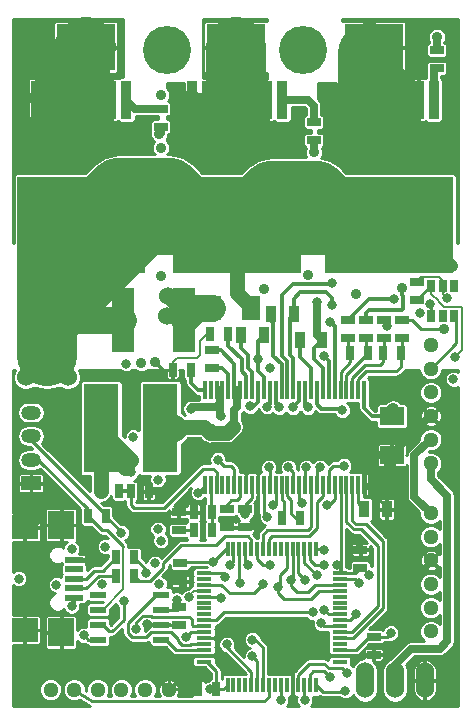
<source format=gtl>
%FSLAX46Y46*%
G04 Gerber Fmt 4.6, Leading zero omitted, Abs format (unit mm)*
G04 Created by KiCad (PCBNEW (2014-08-31 BZR 5107)-product) date tis  2 sep 2014 11:45:10*
%MOMM*%
G01*
G04 APERTURE LIST*
%ADD10C,0.150000*%
%ADD11R,1.699260X1.198880*%
%ADD12O,1.699260X1.198880*%
%ADD13O,1.524000X3.048000*%
%ADD14C,4.064000*%
%ADD15R,1.524000X2.032000*%
%ADD16R,1.143000X0.635000*%
%ADD17R,0.635000X1.143000*%
%ADD18R,0.889000X1.397000*%
%ADD19R,1.849120X5.499100*%
%ADD20R,2.032000X1.524000*%
%ADD21R,2.997200X7.498080*%
%ADD22C,1.300480*%
%ADD23R,5.000000X4.000000*%
%ADD24R,10.800080X8.150860*%
%ADD25R,0.899160X3.200400*%
%ADD26R,0.300000X1.300480*%
%ADD27R,1.300480X0.300000*%
%ADD28R,0.299720X1.501140*%
%ADD29R,7.000240X3.599180*%
%ADD30R,1.500000X0.500000*%
%ADD31R,2.200000X2.400000*%
%ADD32R,2.200000X2.000000*%
%ADD33R,0.701040X1.000760*%
%ADD34R,1.399540X0.599440*%
%ADD35C,0.800000*%
%ADD36C,0.889000*%
%ADD37C,1.524000*%
%ADD38C,0.635000*%
%ADD39C,1.270000*%
%ADD40C,0.254000*%
%ADD41C,0.203200*%
%ADD42C,1.016000*%
%ADD43C,0.304800*%
%ADD44C,0.406400*%
%ADD45C,2.286000*%
%ADD46C,0.508000*%
%ADD47C,5.080000*%
G04 APERTURE END LIST*
D10*
D11*
X80450000Y-119728280D03*
D12*
X80450000Y-115725240D03*
X80450000Y-117726760D03*
X80450000Y-113726260D03*
D13*
X108712000Y-136398000D03*
X111252000Y-136398000D03*
X113792000Y-136398000D03*
D14*
X92000000Y-83000000D03*
X103500000Y-83000000D03*
D15*
X95758000Y-104902000D03*
X99060000Y-104902000D03*
D16*
X108331000Y-125349000D03*
X108331000Y-126873000D03*
X109474000Y-134239000D03*
X109474000Y-132715000D03*
X98552000Y-123444000D03*
X98552000Y-121920000D03*
X93091000Y-128016000D03*
X93091000Y-126492000D03*
D17*
X94234000Y-122174000D03*
X95758000Y-122174000D03*
D16*
X92964000Y-122174000D03*
X92964000Y-123698000D03*
D17*
X101727000Y-122682000D03*
X103251000Y-122682000D03*
D18*
X110553500Y-121920000D03*
X108648500Y-121920000D03*
D17*
X92456000Y-110109000D03*
X93980000Y-110109000D03*
D16*
X95758000Y-108458000D03*
X95758000Y-109982000D03*
D18*
X100139500Y-107188000D03*
X98234500Y-107188000D03*
X102679500Y-105410000D03*
X100774500Y-105410000D03*
X105092500Y-107569000D03*
X103187500Y-107569000D03*
D17*
X107442000Y-108712000D03*
X108966000Y-108712000D03*
X94615000Y-137160000D03*
X96139000Y-137160000D03*
X110236000Y-108712000D03*
X111760000Y-108712000D03*
D19*
X93380560Y-105918000D03*
X88229440Y-105918000D03*
D20*
X110998000Y-117348000D03*
X110998000Y-114046000D03*
D21*
X91399360Y-115062000D03*
X86400640Y-115062000D03*
D22*
X86099240Y-137200000D03*
X88100760Y-137200000D03*
X90099740Y-137200000D03*
X92101260Y-137200000D03*
X84100260Y-137200000D03*
X82098740Y-137200000D03*
X114300000Y-126253240D03*
X114300000Y-128254760D03*
X114300000Y-130253740D03*
X114300000Y-132255260D03*
X114300000Y-124254260D03*
X114300000Y-122252740D03*
X114300000Y-112029240D03*
X114300000Y-114030760D03*
X114300000Y-116029740D03*
X114300000Y-118031260D03*
X114300000Y-110030260D03*
X114300000Y-108028740D03*
D23*
X85090000Y-82804000D03*
X97790000Y-82804000D03*
X109474000Y-82804000D03*
D24*
X110744000Y-97848420D03*
D25*
X114554000Y-87246460D03*
X113284000Y-87246460D03*
X112014000Y-87246460D03*
X109474000Y-87246460D03*
X108204000Y-87246460D03*
X106934000Y-87246460D03*
D24*
X97917000Y-97848420D03*
D25*
X101727000Y-87246460D03*
X100457000Y-87246460D03*
X99187000Y-87246460D03*
X96647000Y-87246460D03*
X95377000Y-87246460D03*
X94107000Y-87246460D03*
D24*
X84709000Y-97848420D03*
D25*
X88519000Y-87246460D03*
X87249000Y-87246460D03*
X85979000Y-87246460D03*
X83439000Y-87246460D03*
X82169000Y-87246460D03*
X80899000Y-87246460D03*
D17*
X86360000Y-120396000D03*
X87884000Y-120396000D03*
X88900000Y-120396000D03*
X90424000Y-120396000D03*
X94234000Y-123698000D03*
X95758000Y-123698000D03*
D16*
X97028000Y-121920000D03*
X97028000Y-123444000D03*
D17*
X95631000Y-107061000D03*
X97155000Y-107061000D03*
D16*
X114808000Y-84582000D03*
X114808000Y-83058000D03*
X104394000Y-89154000D03*
X104394000Y-90678000D03*
X91440000Y-88011000D03*
X91440000Y-89535000D03*
X107315000Y-105918000D03*
X107315000Y-107442000D03*
X108839000Y-105918000D03*
X108839000Y-107442000D03*
X110363000Y-105918000D03*
X110363000Y-107442000D03*
X111887000Y-105918000D03*
X111887000Y-107442000D03*
D26*
X98587560Y-136814560D03*
X99087940Y-136814560D03*
X99588320Y-136814560D03*
X100088700Y-136814560D03*
X100589080Y-136814560D03*
X97088960Y-136814560D03*
X97586800Y-136814560D03*
X98087180Y-136814560D03*
D27*
X106588560Y-134813040D03*
X106588560Y-134315200D03*
X106588560Y-133814820D03*
X106588560Y-133314440D03*
X106588560Y-132814060D03*
X106588560Y-132313680D03*
X106588560Y-131813300D03*
X106588560Y-131312920D03*
D26*
X104587040Y-125313440D03*
X104089200Y-125313440D03*
X103588820Y-125313440D03*
X103088440Y-125313440D03*
X102588060Y-125313440D03*
X102087680Y-125313440D03*
X101587300Y-125313440D03*
X101086920Y-125313440D03*
D27*
X95087440Y-127314960D03*
X95087440Y-127812800D03*
X95087440Y-128313180D03*
X95087440Y-128813560D03*
X95087440Y-129313940D03*
X95087440Y-129814320D03*
X95087440Y-130314700D03*
X95087440Y-130815080D03*
D26*
X101086920Y-136814560D03*
X101587300Y-136814560D03*
X102087680Y-136814560D03*
D27*
X106588560Y-130815080D03*
X106588560Y-130314700D03*
X106588560Y-129814320D03*
D26*
X100589080Y-125313440D03*
X100088700Y-125313440D03*
X99588320Y-125313440D03*
D27*
X95087440Y-131312920D03*
X95087440Y-131813300D03*
X95087440Y-132313680D03*
D26*
X102588060Y-136814560D03*
X103088440Y-136814560D03*
X103588820Y-136814560D03*
X104089200Y-136814560D03*
X104587040Y-136814560D03*
D27*
X106588560Y-129313940D03*
X106588560Y-128813560D03*
X106588560Y-128313180D03*
X106588560Y-127812800D03*
X106588560Y-127314960D03*
D26*
X99087940Y-125313440D03*
X98587560Y-125313440D03*
X98087180Y-125313440D03*
X97586800Y-125313440D03*
X97088960Y-125313440D03*
D27*
X95087440Y-132814060D03*
X95087440Y-133314440D03*
X95087440Y-133814820D03*
X95087440Y-134315200D03*
X95087440Y-134813040D03*
D28*
X104157780Y-111823500D03*
X103657400Y-111823500D03*
X103157020Y-111823500D03*
X102656640Y-111823500D03*
X102156260Y-111823500D03*
X101658420Y-111823500D03*
X101158040Y-111823500D03*
X100657660Y-111823500D03*
X100157280Y-111823500D03*
X99656900Y-111823500D03*
X99156520Y-111823500D03*
X108656120Y-111823500D03*
X108158280Y-111823500D03*
X107657900Y-111823500D03*
X103157020Y-119824500D03*
X106657140Y-111823500D03*
X106156760Y-111823500D03*
X105656380Y-111823500D03*
X105158540Y-111823500D03*
X104658160Y-111823500D03*
X100657660Y-119824500D03*
X101158040Y-119824500D03*
X101658420Y-119824500D03*
X102156260Y-119824500D03*
X102656640Y-119824500D03*
X107157520Y-111823500D03*
X103657400Y-119824500D03*
X104157780Y-119824500D03*
X104658160Y-119824500D03*
X105158540Y-119824500D03*
X105656380Y-119824500D03*
X106156760Y-119824500D03*
X106657140Y-119824500D03*
X95158560Y-119824500D03*
X95656400Y-119824500D03*
X96156780Y-119824500D03*
X96657160Y-119824500D03*
X97157540Y-119824500D03*
X97657920Y-119824500D03*
X98158300Y-119824500D03*
X98656140Y-119824500D03*
X99156520Y-119824500D03*
X99656900Y-119824500D03*
X100157280Y-119824500D03*
X107157520Y-119824500D03*
X107657900Y-119824500D03*
X108158280Y-119824500D03*
X108656120Y-119824500D03*
X98656140Y-111823500D03*
X98158300Y-111823500D03*
X97657920Y-111823500D03*
X97157540Y-111823500D03*
X96657160Y-111823500D03*
X96156780Y-111823500D03*
X95656400Y-111823500D03*
X95158560Y-111823500D03*
D29*
X101854000Y-115824000D03*
D30*
X84100000Y-129400000D03*
X84100000Y-128600000D03*
X84100000Y-127800000D03*
X84100000Y-127000000D03*
X84100000Y-126200000D03*
D31*
X83000000Y-123250000D03*
X83000000Y-132350000D03*
D32*
X79925000Y-123450000D03*
X79925000Y-132150000D03*
D16*
X113100000Y-104162000D03*
X113100000Y-102638000D03*
X93000000Y-130188000D03*
X93000000Y-131712000D03*
D17*
X89162000Y-127550000D03*
X87638000Y-127550000D03*
X89162000Y-126000000D03*
X87638000Y-126000000D03*
X86762000Y-122500000D03*
X85238000Y-122500000D03*
D33*
X116252500Y-105570000D03*
X115300000Y-105570000D03*
X114347500Y-105570000D03*
X114347500Y-103030000D03*
X115300000Y-103030000D03*
X116252500Y-103030000D03*
D34*
X86133000Y-132955000D03*
X91467000Y-132955000D03*
X86133000Y-131685000D03*
X86133000Y-130415000D03*
X86133000Y-129145000D03*
X91467000Y-131685000D03*
X91467000Y-130415000D03*
X91467000Y-129145000D03*
D35*
X85979000Y-114935000D03*
X88900000Y-117729000D03*
X88900000Y-118800000D03*
X79400000Y-127800000D03*
X91823218Y-122684218D03*
X113556261Y-111007470D03*
X115655373Y-104052912D03*
X110871000Y-119380000D03*
X110871000Y-118364000D03*
X98552000Y-116840000D03*
X107750000Y-124550000D03*
X90170000Y-119634000D03*
X97028000Y-123063000D03*
X99314000Y-117475000D03*
X103251000Y-132842000D03*
X81800000Y-112800000D03*
X86300000Y-126200000D03*
X90246052Y-131672611D03*
X87478634Y-131037954D03*
X93321003Y-128553294D03*
X93700000Y-136700000D03*
X112000000Y-132300000D03*
D36*
X90908085Y-109436017D03*
D35*
X80600000Y-121900000D03*
X99187000Y-132969000D03*
X97028000Y-133350000D03*
X108204000Y-128143000D03*
X97282000Y-126619000D03*
X100965000Y-121539000D03*
X105537000Y-121539000D03*
X91948000Y-114935000D03*
X90805000Y-114935000D03*
X99187000Y-134366000D03*
X100457000Y-122555000D03*
X94615000Y-120523000D03*
X83900000Y-130100000D03*
X96901000Y-127635000D03*
X98171000Y-128143000D03*
X91200000Y-119400000D03*
X89100000Y-115800000D03*
X116350000Y-109000000D03*
X92850000Y-129600000D03*
X106350000Y-126600000D03*
X95631000Y-137160000D03*
X98552000Y-122301000D03*
X95885000Y-126365000D03*
X116200000Y-110900000D03*
X110900000Y-132400000D03*
X109100000Y-127450000D03*
X107200501Y-135762249D03*
X111125000Y-113411000D03*
X93980000Y-113411000D03*
X83900000Y-125300000D03*
D37*
X83566000Y-107188000D03*
X83566000Y-105410000D03*
X81788000Y-105410000D03*
X80010000Y-105410000D03*
X81788000Y-107188000D03*
X80010000Y-107188000D03*
X80010000Y-108966000D03*
X81788000Y-108966000D03*
X83566000Y-108966000D03*
X83566000Y-110744000D03*
X81788000Y-110744000D03*
X80010000Y-110744000D03*
D35*
X96520000Y-114046000D03*
X116100000Y-101300000D03*
X103886000Y-113284000D03*
D36*
X100133632Y-103272658D03*
D37*
X92070128Y-103845682D03*
X92000356Y-105549680D03*
D35*
X82600000Y-128300000D03*
X101600000Y-138085820D03*
X104304820Y-130645617D03*
D37*
X110744000Y-86868000D03*
X110744000Y-88646000D03*
X112522000Y-86868000D03*
X112522000Y-88646000D03*
X106934000Y-86868000D03*
X106934000Y-88646000D03*
X108966000Y-86868000D03*
X108966000Y-88646000D03*
X106934000Y-90424000D03*
X108966000Y-90424000D03*
X110744000Y-90424000D03*
X112522000Y-90424000D03*
D35*
X99695000Y-109220000D03*
X86741000Y-125095000D03*
D37*
X93980000Y-90678000D03*
X95758000Y-90678000D03*
X97790000Y-90678000D03*
X99822000Y-90678000D03*
X99822000Y-88900000D03*
X97790000Y-88900000D03*
X95758000Y-88900000D03*
X97790000Y-87122000D03*
X99822000Y-87122000D03*
X93980000Y-87122000D03*
D35*
X105918000Y-104648000D03*
D37*
X95758000Y-87122000D03*
X93980000Y-88900000D03*
D35*
X91200000Y-123600000D03*
X86500000Y-128267478D03*
D37*
X81026000Y-90932000D03*
X82804000Y-90932000D03*
X84582000Y-90932000D03*
X86360000Y-90932000D03*
X86360000Y-89154000D03*
X84582000Y-89154000D03*
X82804000Y-89154000D03*
X81026000Y-89154000D03*
X81026000Y-87122000D03*
X82804000Y-87122000D03*
X84582000Y-87122000D03*
X86360000Y-87122000D03*
D35*
X104648000Y-104394000D03*
D36*
X91440000Y-86868000D03*
D35*
X105283000Y-130429000D03*
X114245979Y-104541464D03*
X101346000Y-128524000D03*
X101473000Y-113284000D03*
D36*
X108003411Y-103725057D03*
X91440000Y-91313000D03*
D35*
X105791000Y-106045000D03*
X91300000Y-128250000D03*
X107061000Y-137287000D03*
X90932000Y-126492000D03*
X105792150Y-136142850D03*
D36*
X114808000Y-81915000D03*
D35*
X99012291Y-113211397D03*
X113397000Y-105297000D03*
X113400000Y-105300000D03*
X100441730Y-113235361D03*
X91440000Y-124587000D03*
X103632000Y-138085820D03*
D36*
X104394000Y-91694000D03*
D35*
X105918000Y-102743000D03*
X102616000Y-113284000D03*
D36*
X103917829Y-102086099D03*
X91313000Y-90170000D03*
D35*
X106807000Y-113538000D03*
X105283000Y-108966000D03*
D36*
X91452628Y-102191916D03*
D35*
X111216896Y-104140000D03*
X88519000Y-109601000D03*
D36*
X111860187Y-103159483D03*
X89792039Y-109562880D03*
D35*
X110617000Y-106426000D03*
D36*
X115433556Y-106692692D03*
D35*
X100711000Y-109982000D03*
X105283000Y-125349000D03*
X100584000Y-118364000D03*
X106934000Y-118237000D03*
X105283000Y-126619000D03*
X104902000Y-118364000D03*
X104648000Y-127508000D03*
X103632000Y-127889000D03*
X103759000Y-118364000D03*
X100076000Y-128270000D03*
X102235000Y-118364000D03*
X96520000Y-129413000D03*
X96266000Y-117729000D03*
X103378000Y-121412000D03*
X100700000Y-126600000D03*
X98850000Y-126650000D03*
X90200000Y-127300000D03*
X93859398Y-129369533D03*
X93605312Y-132700000D03*
X89352474Y-132069642D03*
X102489000Y-127889000D03*
X88100000Y-123900000D03*
X88292526Y-129652290D03*
X107950000Y-130810000D03*
X105029000Y-131572000D03*
X84900000Y-132600000D03*
D38*
X111252000Y-135128000D02*
X111252000Y-136398000D01*
X112649000Y-133731000D02*
X111252000Y-135128000D01*
X115697000Y-133096000D02*
X115062000Y-133731000D01*
X115062000Y-133731000D02*
X112649000Y-133731000D01*
X85979000Y-114935000D02*
X86106000Y-115062000D01*
X86106000Y-115062000D02*
X86400640Y-115062000D01*
X114300000Y-118031260D02*
X114300000Y-119380000D01*
X115697000Y-120777000D02*
X115697000Y-133096000D01*
X114300000Y-119380000D02*
X115697000Y-120777000D01*
X88900000Y-118800000D02*
X88900000Y-117729000D01*
D39*
X86400640Y-115229640D02*
X88900000Y-117729000D01*
X86400640Y-115062000D02*
X86400640Y-115229640D01*
X86400640Y-115062000D02*
X86400640Y-116400640D01*
X86400640Y-116400640D02*
X88400000Y-118400000D01*
X86400640Y-115062000D02*
X86400640Y-120355360D01*
X86400640Y-120355360D02*
X86360000Y-120396000D01*
D40*
X92964000Y-122174000D02*
X92138500Y-122174000D01*
X91823218Y-122489282D02*
X91823218Y-122684218D01*
X92138500Y-122174000D02*
X91823218Y-122489282D01*
D41*
X115300000Y-103697539D02*
X115655373Y-104052912D01*
X115300000Y-103030000D02*
X115300000Y-103697539D01*
X113100000Y-102638000D02*
X113488000Y-102250000D01*
X115000000Y-102250000D02*
X115300000Y-102550000D01*
X113488000Y-102250000D02*
X115000000Y-102250000D01*
X115300000Y-102550000D02*
X115300000Y-103030000D01*
D40*
X115300000Y-103030000D02*
X115250000Y-103150000D01*
X115250000Y-103150000D02*
X115300000Y-103200000D01*
X115300000Y-103200000D02*
X115300000Y-103500000D01*
X91467000Y-131685000D02*
X92973000Y-131685000D01*
X92973000Y-131685000D02*
X93000000Y-131712000D01*
D42*
X110871000Y-119380000D02*
X110871000Y-118364000D01*
X110871000Y-117475000D02*
X110871000Y-118364000D01*
X110871000Y-117475000D02*
X110998000Y-117348000D01*
D40*
X110553500Y-121920000D02*
X110553500Y-121721880D01*
D43*
X108656120Y-118165880D02*
X109474000Y-117348000D01*
X109474000Y-117348000D02*
X110998000Y-117348000D01*
X108656120Y-119824500D02*
X108656120Y-118165880D01*
D38*
X98552000Y-116840000D02*
X99568000Y-115824000D01*
X99568000Y-115824000D02*
X101854000Y-115824000D01*
X108204000Y-115824000D02*
X109728000Y-117348000D01*
X109728000Y-117348000D02*
X110998000Y-117348000D01*
X101854000Y-115824000D02*
X108204000Y-115824000D01*
D40*
X99314000Y-118364000D02*
X99656900Y-118706900D01*
X98933000Y-118364000D02*
X99314000Y-118364000D01*
X99656900Y-118706900D02*
X99656900Y-119824500D01*
X98656140Y-118640860D02*
X98933000Y-118364000D01*
X98656140Y-119824500D02*
X98656140Y-118640860D01*
X110553500Y-121721880D02*
X108656120Y-119824500D01*
X98933000Y-123444000D02*
X99656900Y-122720100D01*
X99656900Y-122720100D02*
X99656900Y-119824500D01*
X98552000Y-123444000D02*
X98933000Y-123444000D01*
X98552000Y-116840000D02*
X101854000Y-115824000D01*
X92964000Y-122174000D02*
X94234000Y-122174000D01*
X97028000Y-123444000D02*
X98552000Y-123444000D01*
D38*
X92075000Y-120396000D02*
X90424000Y-120396000D01*
X98298000Y-115824000D02*
X97536000Y-116586000D01*
X97536000Y-116586000D02*
X95885000Y-116586000D01*
X95885000Y-116586000D02*
X92075000Y-120396000D01*
X101854000Y-115824000D02*
X98298000Y-115824000D01*
X90424000Y-119888000D02*
X90170000Y-119634000D01*
X90424000Y-120396000D02*
X90424000Y-119888000D01*
D40*
X97028000Y-123063000D02*
X97028000Y-123444000D01*
X100965000Y-115824000D02*
X99314000Y-117475000D01*
X101854000Y-115824000D02*
X100965000Y-115824000D01*
X101473000Y-115824000D02*
X98933000Y-118364000D01*
X101854000Y-115824000D02*
X101473000Y-115824000D01*
X103809800Y-134315200D02*
X102588060Y-135536940D01*
X102588060Y-135536940D02*
X102588060Y-136814560D01*
X104267000Y-134315200D02*
X103809800Y-134315200D01*
X106588560Y-134315200D02*
X104267000Y-134315200D01*
X103251000Y-133299200D02*
X103251000Y-132842000D01*
X104267000Y-134315200D02*
X103251000Y-133299200D01*
X95984060Y-132814060D02*
X96139000Y-132969000D01*
X96139000Y-132969000D02*
X96139000Y-134239000D01*
X96139000Y-134239000D02*
X96062800Y-134315200D01*
X96062800Y-134315200D02*
X95087440Y-134315200D01*
X95087440Y-132814060D02*
X95984060Y-132814060D01*
X96139000Y-132715000D02*
X96901000Y-131953000D01*
X96901000Y-131953000D02*
X102362000Y-131953000D01*
X102362000Y-131953000D02*
X103251000Y-132842000D01*
X96139000Y-132969000D02*
X96139000Y-132715000D01*
X109397800Y-134315200D02*
X109474000Y-134239000D01*
X106588560Y-134315200D02*
X109397800Y-134315200D01*
X92710000Y-137160000D02*
X94615000Y-137160000D01*
X92180000Y-137200000D02*
X92710000Y-137160000D01*
X92101260Y-137200000D02*
X92180000Y-137200000D01*
X93268800Y-134315200D02*
X92123260Y-135460740D01*
X92123260Y-135460740D02*
X92101260Y-137200000D01*
X95087440Y-134315200D02*
X93268800Y-134315200D01*
D38*
X114188240Y-114030760D02*
X110998000Y-117221000D01*
X110998000Y-117221000D02*
X110998000Y-117348000D01*
X114300000Y-114030760D02*
X114188240Y-114030760D01*
D40*
X112318500Y-132918500D02*
X113030000Y-132207000D01*
X110998000Y-134239000D02*
X112318500Y-132918500D01*
X109474000Y-134239000D02*
X110998000Y-134239000D01*
D41*
X94742000Y-107696000D02*
X94742000Y-108839000D01*
X94742000Y-108839000D02*
X94488000Y-109093000D01*
X94488000Y-109093000D02*
X92837000Y-109093000D01*
X92837000Y-109093000D02*
X92456000Y-109474000D01*
X92456000Y-109474000D02*
X92456000Y-110109000D01*
X95377000Y-107061000D02*
X94742000Y-107696000D01*
X95631000Y-107061000D02*
X95377000Y-107061000D01*
D40*
X113030000Y-127762000D02*
X113030000Y-132207000D01*
X114300000Y-126492000D02*
X113030000Y-127762000D01*
X114300000Y-126253240D02*
X114300000Y-126492000D01*
D44*
X84100000Y-126200000D02*
X86300000Y-126200000D01*
D40*
X91613300Y-131763300D02*
X91500000Y-131650000D01*
X91467000Y-131685000D02*
X90258441Y-131685000D01*
X90258441Y-131685000D02*
X90246052Y-131672611D01*
X108331000Y-125131000D02*
X107750000Y-124550000D01*
X108331000Y-125349000D02*
X108331000Y-125131000D01*
X93091000Y-128323291D02*
X93321003Y-128553294D01*
X93091000Y-128016000D02*
X93091000Y-128323291D01*
X94160000Y-137160000D02*
X93700000Y-136700000D01*
X94615000Y-137160000D02*
X94160000Y-137160000D01*
X112000000Y-132600000D02*
X112000000Y-132300000D01*
X112318500Y-132918500D02*
X112000000Y-132600000D01*
X92456000Y-110109000D02*
X91581068Y-110109000D01*
X91581068Y-110109000D02*
X90908085Y-109436017D01*
D39*
X80600000Y-122775000D02*
X80600000Y-121900000D01*
X79925000Y-123450000D02*
X80600000Y-122775000D01*
D40*
X99441000Y-132969000D02*
X100088700Y-133616700D01*
X100088700Y-133616700D02*
X100088700Y-136814560D01*
X99187000Y-132969000D02*
X99441000Y-132969000D01*
X97028000Y-133604000D02*
X97028000Y-133350000D01*
X99087940Y-135663940D02*
X97028000Y-133604000D01*
X99087940Y-136814560D02*
X99087940Y-135663940D01*
X107873800Y-127812800D02*
X108204000Y-128143000D01*
X106588560Y-127812800D02*
X107873800Y-127812800D01*
X97586800Y-126314200D02*
X97282000Y-126619000D01*
X97586800Y-125313440D02*
X97586800Y-126314200D01*
X101158040Y-119824500D02*
X101158040Y-121345960D01*
X101158040Y-121345960D02*
X100965000Y-121539000D01*
X95656400Y-122072400D02*
X95758000Y-122174000D01*
X95656400Y-119824500D02*
X95656400Y-122072400D01*
X95758000Y-122174000D02*
X95758000Y-123698000D01*
X105664000Y-121539000D02*
X105537000Y-121539000D01*
X106156760Y-121046240D02*
X105664000Y-121539000D01*
X106156760Y-119824500D02*
X106156760Y-121046240D01*
X92964000Y-123698000D02*
X94234000Y-123698000D01*
X101658420Y-121089420D02*
X101854000Y-121285000D01*
X101854000Y-121285000D02*
X101854000Y-122555000D01*
X101854000Y-122555000D02*
X101727000Y-122682000D01*
X101658420Y-119824500D02*
X101658420Y-121089420D01*
X102156260Y-120825260D02*
X102489000Y-121158000D01*
X102489000Y-121158000D02*
X102489000Y-122301000D01*
X102489000Y-122301000D02*
X102870000Y-122682000D01*
X102870000Y-122682000D02*
X103251000Y-122682000D01*
X102156260Y-119824500D02*
X102156260Y-120825260D01*
X108158280Y-121429780D02*
X108648500Y-121920000D01*
X108158280Y-119824500D02*
X108158280Y-121429780D01*
D43*
X93980000Y-111252000D02*
X93980000Y-110109000D01*
X94551500Y-111823500D02*
X93980000Y-111252000D01*
X95158560Y-111823500D02*
X94551500Y-111823500D01*
D42*
X91948000Y-114935000D02*
X91821000Y-115062000D01*
X91821000Y-115062000D02*
X91399360Y-115062000D01*
X90805000Y-114935000D02*
X90932000Y-115062000D01*
X90932000Y-115062000D02*
X91399360Y-115062000D01*
D38*
X97663000Y-113538000D02*
X97917000Y-113284000D01*
X97663000Y-114808000D02*
X97663000Y-113538000D01*
D43*
X97917000Y-111823500D02*
X98158300Y-111823500D01*
X97657920Y-111823500D02*
X97917000Y-111823500D01*
D38*
X97917000Y-111823500D02*
X97917000Y-113284000D01*
D43*
X97657920Y-109595920D02*
X96520000Y-108458000D01*
X96520000Y-108458000D02*
X95758000Y-108458000D01*
X97657920Y-111823500D02*
X97657920Y-109595920D01*
D38*
X91399360Y-115021360D02*
X91399360Y-115062000D01*
X95758000Y-115062000D02*
X96139000Y-115443000D01*
X97028000Y-115443000D02*
X97663000Y-114808000D01*
X91399360Y-115062000D02*
X95758000Y-115062000D01*
D45*
X91399360Y-115062000D02*
X92562000Y-115062000D01*
D39*
X91948000Y-114935000D02*
X95135000Y-114935000D01*
X95643000Y-115443000D02*
X96708851Y-115443000D01*
X95135000Y-114935000D02*
X95643000Y-115443000D01*
D38*
X96708851Y-115443000D02*
X97028000Y-115443000D01*
X96139000Y-115443000D02*
X96708851Y-115443000D01*
D39*
X97028000Y-115443000D02*
X97541079Y-114929921D01*
D43*
X97157540Y-110492540D02*
X96647000Y-109982000D01*
X96647000Y-109982000D02*
X95758000Y-109982000D01*
X97157540Y-111823500D02*
X97157540Y-110492540D01*
X98234500Y-108267500D02*
X98234500Y-107188000D01*
X99156520Y-111823500D02*
X99156520Y-110332520D01*
X98806000Y-108839000D02*
X98806000Y-109982000D01*
X98806000Y-109982000D02*
X99156520Y-110332520D01*
X98234500Y-108267500D02*
X98806000Y-108839000D01*
X100774500Y-105981500D02*
X100965000Y-106172000D01*
X100965000Y-106172000D02*
X100965000Y-108966000D01*
X100965000Y-108966000D02*
X101658420Y-109659420D01*
X101658420Y-109659420D02*
X101658420Y-111823500D01*
X100774500Y-105410000D02*
X100774500Y-105981500D01*
X103187500Y-109029500D02*
X104157780Y-109999780D01*
X104157780Y-109999780D02*
X104157780Y-111823500D01*
X103187500Y-107569000D02*
X103187500Y-109029500D01*
D40*
X107442000Y-109474000D02*
X107442000Y-108712000D01*
X106657140Y-110258860D02*
X107442000Y-109474000D01*
X106657140Y-111823500D02*
X106657140Y-110258860D01*
X107315000Y-108585000D02*
X107442000Y-108712000D01*
X107315000Y-107442000D02*
X107315000Y-108585000D01*
X107157520Y-110520480D02*
X108966000Y-108712000D01*
X107157520Y-111823500D02*
X107157520Y-110520480D01*
X108839000Y-108585000D02*
X108966000Y-108712000D01*
X108839000Y-107442000D02*
X108839000Y-108585000D01*
X110236000Y-109474000D02*
X110236000Y-108712000D01*
X109982000Y-109728000D02*
X110236000Y-109474000D01*
X108712000Y-109728000D02*
X109982000Y-109728000D01*
X107657900Y-110782100D02*
X108712000Y-109728000D01*
X107657900Y-111823500D02*
X107657900Y-110782100D01*
X110363000Y-108585000D02*
X110236000Y-108712000D01*
X110363000Y-107442000D02*
X110363000Y-108585000D01*
X111760000Y-109855000D02*
X111760000Y-108712000D01*
X111379000Y-110236000D02*
X111760000Y-109855000D01*
X108839000Y-110236000D02*
X111379000Y-110236000D01*
X108158280Y-110916720D02*
X108839000Y-110236000D01*
X108158280Y-111823500D02*
X108158280Y-110916720D01*
X111887000Y-108585000D02*
X111760000Y-108712000D01*
X111887000Y-107442000D02*
X111887000Y-108585000D01*
X99588320Y-134767320D02*
X99588320Y-136814560D01*
X99187000Y-134366000D02*
X99588320Y-134767320D01*
D38*
X114554000Y-84836000D02*
X114808000Y-84582000D01*
X114554000Y-87246460D02*
X114554000Y-84836000D01*
X104394000Y-87757000D02*
X103883460Y-87246460D01*
X103883460Y-87246460D02*
X101727000Y-87246460D01*
X104394000Y-89154000D02*
X104394000Y-87757000D01*
X89283540Y-88011000D02*
X88519000Y-87246460D01*
X91440000Y-88011000D02*
X89283540Y-88011000D01*
D40*
X100157280Y-122255280D02*
X100457000Y-122555000D01*
X100157280Y-119824500D02*
X100157280Y-122255280D01*
D43*
X87884000Y-120396000D02*
X88900000Y-120396000D01*
D40*
X96156780Y-118762780D02*
X95885000Y-118491000D01*
X96156780Y-119824500D02*
X96156780Y-118762780D01*
X95885000Y-118491000D02*
X94996000Y-118491000D01*
X94996000Y-118491000D02*
X91694000Y-121793000D01*
X91694000Y-121793000D02*
X89154000Y-121793000D01*
X89154000Y-121793000D02*
X88900000Y-121539000D01*
X88900000Y-121539000D02*
X88900000Y-120396000D01*
X98158300Y-120916700D02*
X97917000Y-121158000D01*
X97917000Y-121158000D02*
X97409000Y-121158000D01*
X97409000Y-121158000D02*
X97028000Y-121539000D01*
X97028000Y-121539000D02*
X97028000Y-121920000D01*
X98158300Y-119824500D02*
X98158300Y-120916700D01*
X95158560Y-119979440D02*
X94615000Y-120523000D01*
X95158560Y-119824500D02*
X95158560Y-119979440D01*
D43*
X97155000Y-108077000D02*
X97155000Y-107061000D01*
X98656140Y-111823500D02*
X98656140Y-110594140D01*
X98298000Y-109220000D02*
X98298000Y-110236000D01*
X98298000Y-110236000D02*
X98656140Y-110594140D01*
X97155000Y-108077000D02*
X98298000Y-109220000D01*
D40*
X84100000Y-129900000D02*
X83900000Y-130100000D01*
X84100000Y-129400000D02*
X84100000Y-129900000D01*
X96901000Y-127635000D02*
X96580960Y-127314960D01*
X96580960Y-127314960D02*
X95087440Y-127314960D01*
X98171000Y-128143000D02*
X98087180Y-128059180D01*
X98087180Y-128059180D02*
X98087180Y-125313440D01*
D41*
X116900000Y-108450000D02*
X116350000Y-109000000D01*
X116837583Y-104787583D02*
X116900000Y-104850000D01*
X114975972Y-104379025D02*
X115384530Y-104787583D01*
X114975972Y-104305232D02*
X114975972Y-104379025D01*
X114347500Y-103676760D02*
X114975972Y-104305232D01*
X115384530Y-104787583D02*
X116837583Y-104787583D01*
X114347500Y-103030000D02*
X114347500Y-103676760D01*
X116900000Y-104850000D02*
X116900000Y-108450000D01*
D40*
X113100000Y-104162000D02*
X113100000Y-104077500D01*
X113100000Y-104077500D02*
X114347500Y-103030000D01*
X93000000Y-130188000D02*
X93000000Y-129750000D01*
X93000000Y-129750000D02*
X92850000Y-129600000D01*
X91467000Y-130415000D02*
X92773000Y-130415000D01*
X92773000Y-130415000D02*
X93000000Y-130188000D01*
D38*
X112903000Y-120855740D02*
X114300000Y-122252740D01*
X112903000Y-117348000D02*
X112903000Y-120855740D01*
X114221260Y-116029740D02*
X112903000Y-117348000D01*
X114300000Y-116029740D02*
X114221260Y-116029740D01*
D40*
X98552000Y-121539000D02*
X98552000Y-121920000D01*
X99156520Y-120934480D02*
X98552000Y-121539000D01*
X99156520Y-119824500D02*
X99156520Y-120934480D01*
X106657140Y-127246380D02*
X106588560Y-127314960D01*
X106657140Y-119824500D02*
X106657140Y-127246380D01*
X107889040Y-127314960D02*
X108331000Y-126873000D01*
X106588560Y-127314960D02*
X107889040Y-127314960D01*
X96936560Y-125313440D02*
X97088960Y-125313440D01*
X106588560Y-126583440D02*
X106350000Y-126600000D01*
X106588560Y-127314960D02*
X106588560Y-126583440D01*
D46*
X98552000Y-122301000D02*
X98552000Y-121920000D01*
D40*
X107993180Y-133814820D02*
X109093000Y-132715000D01*
X109093000Y-132715000D02*
X109474000Y-132715000D01*
X106588560Y-133814820D02*
X107993180Y-133814820D01*
X96743520Y-137160000D02*
X96139000Y-137160000D01*
X97088960Y-136814560D02*
X96743520Y-137160000D01*
X95758000Y-136779000D02*
X96139000Y-137160000D01*
X95885000Y-137414000D02*
X95758000Y-136779000D01*
X95631000Y-137160000D02*
X95885000Y-137414000D01*
X93218000Y-126365000D02*
X93091000Y-126492000D01*
X95885000Y-126365000D02*
X93218000Y-126365000D01*
X95316040Y-134813040D02*
X96139000Y-135636000D01*
X96139000Y-135636000D02*
X96139000Y-137160000D01*
X95087440Y-134813040D02*
X95316040Y-134813040D01*
X95885000Y-126365000D02*
X96936560Y-125313440D01*
X114250000Y-103000000D02*
X114347500Y-103030000D01*
X114280000Y-103030000D02*
X114250000Y-103000000D01*
X114347500Y-103030000D02*
X114280000Y-103030000D01*
X114155500Y-102838000D02*
X114347500Y-103030000D01*
X110585000Y-132715000D02*
X110900000Y-132400000D01*
X109474000Y-132715000D02*
X110585000Y-132715000D01*
X108523000Y-126873000D02*
X109100000Y-127450000D01*
X108331000Y-126873000D02*
X108523000Y-126873000D01*
X106800502Y-135362250D02*
X107200501Y-135762249D01*
X105644250Y-135362250D02*
X106800502Y-135362250D01*
X103997760Y-135001000D02*
X105283000Y-135001000D01*
X103088440Y-135910320D02*
X103997760Y-135001000D01*
X105283000Y-135001000D02*
X105644250Y-135362250D01*
X103088440Y-136814560D02*
X103088440Y-135910320D01*
D42*
X111125000Y-113411000D02*
X110921802Y-113614198D01*
X110921802Y-113614198D02*
X110998000Y-114046000D01*
D43*
X109347000Y-114046000D02*
X110998000Y-114046000D01*
X108656120Y-113355120D02*
X109347000Y-114046000D01*
X108656120Y-111823500D02*
X108656120Y-113355120D01*
X96329500Y-111823500D02*
X96393000Y-111887000D01*
X96156780Y-111823500D02*
X96329500Y-111823500D01*
X96456500Y-111823500D02*
X96393000Y-111887000D01*
X96657160Y-111823500D02*
X96456500Y-111823500D01*
D44*
X111048802Y-113538000D02*
X110921802Y-113665000D01*
X110921802Y-113665000D02*
X110998000Y-114046000D01*
D38*
X96456500Y-112966500D02*
X96139000Y-113284000D01*
X96139000Y-113284000D02*
X94107000Y-113284000D01*
X94107000Y-113284000D02*
X93980000Y-113411000D01*
X96456500Y-112776000D02*
X96456500Y-112966500D01*
X96456500Y-111823500D02*
X96456500Y-112776000D01*
D47*
X97917000Y-97848420D02*
X84709000Y-97848420D01*
X100769420Y-94996000D02*
X97917000Y-97848420D01*
X104648000Y-94996000D02*
X100769420Y-94996000D01*
X107500420Y-97848420D02*
X104648000Y-94996000D01*
X97917000Y-97848420D02*
X107500420Y-97848420D01*
X95308420Y-97848420D02*
X92202000Y-94742000D01*
X92202000Y-94742000D02*
X87815420Y-94742000D01*
X87815420Y-94742000D02*
X84709000Y-97848420D01*
X97917000Y-97848420D02*
X95308420Y-97848420D01*
D38*
X83566000Y-105410000D02*
X81788000Y-105410000D01*
X80010000Y-105410000D02*
X85852000Y-99060000D01*
X85852000Y-99060000D02*
X85852000Y-98044000D01*
X85852000Y-98044000D02*
X84709000Y-97848420D01*
X81788000Y-107188000D02*
X83566000Y-107188000D01*
X80010000Y-108966000D02*
X80010000Y-107188000D01*
X83566000Y-108966000D02*
X81788000Y-108966000D01*
X81788000Y-110744000D02*
X83566000Y-110744000D01*
X80010000Y-108966000D02*
X80010000Y-110744000D01*
D47*
X81788000Y-100769420D02*
X84709000Y-97848420D01*
X81788000Y-108966000D02*
X81788000Y-100769420D01*
X90111580Y-97848420D02*
X97917000Y-97848420D01*
X81788000Y-106172000D02*
X90111580Y-97848420D01*
X81788000Y-107188000D02*
X81788000Y-106172000D01*
D38*
X111056420Y-97848420D02*
X110744000Y-97848420D01*
D45*
X84074000Y-105918000D02*
X83566000Y-105410000D01*
X88229440Y-105918000D02*
X84074000Y-105918000D01*
D39*
X99060000Y-104775000D02*
X97917000Y-103632000D01*
X97917000Y-103632000D02*
X97917000Y-97848420D01*
X99060000Y-104902000D02*
X99060000Y-104775000D01*
D38*
X96456500Y-113982500D02*
X96520000Y-114046000D01*
X96456500Y-112776000D02*
X96456500Y-113982500D01*
D42*
X111310420Y-97848420D02*
X110744000Y-97848420D01*
X112648420Y-97848420D02*
X110744000Y-97848420D01*
X116100000Y-101300000D02*
X112648420Y-97848420D01*
D43*
X103657400Y-113055400D02*
X103886000Y-113284000D01*
X103657400Y-111823500D02*
X103657400Y-113055400D01*
D45*
X94396560Y-104902000D02*
X93380560Y-105918000D01*
X95758000Y-104902000D02*
X94396560Y-104902000D01*
D39*
X93077986Y-105549680D02*
X92000356Y-105549680D01*
X93380560Y-105852254D02*
X93077986Y-105549680D01*
X93380560Y-105918000D02*
X93380560Y-105852254D01*
X93380560Y-105156114D02*
X92832127Y-104607681D01*
X93380560Y-105918000D02*
X93380560Y-105156114D01*
X92832127Y-104607681D02*
X92070128Y-103845682D01*
D40*
X101587300Y-136814560D02*
X101587300Y-138073120D01*
X101587300Y-138073120D02*
X101600000Y-138085820D01*
X95087440Y-131312920D02*
X96087080Y-131312920D01*
X96754383Y-130645617D02*
X96087080Y-131312920D01*
X104304820Y-130645617D02*
X96754383Y-130645617D01*
D45*
X106934000Y-89154000D02*
X107696000Y-89916000D01*
D38*
X112014000Y-87376000D02*
X111506000Y-87376000D01*
X112522000Y-86868000D02*
X112014000Y-87376000D01*
X113030000Y-88138000D02*
X112522000Y-88646000D01*
X106680000Y-87500460D02*
X107312460Y-87500460D01*
D45*
X112014000Y-87376000D02*
X112014000Y-87246460D01*
X107696000Y-89916000D02*
X109474000Y-89408000D01*
X109474000Y-89408000D02*
X112014000Y-87376000D01*
X106934000Y-87246460D02*
X106934000Y-89154000D01*
X112014000Y-87246460D02*
X111884460Y-87376000D01*
D38*
X106934000Y-88646000D02*
X106934000Y-87630000D01*
X106934000Y-87630000D02*
X106680000Y-87500460D01*
X106680000Y-90170000D02*
X106934000Y-90424000D01*
X112522000Y-90424000D02*
X112522000Y-88646000D01*
X106680000Y-87500460D02*
X106680000Y-90170000D01*
X106934000Y-87246460D02*
X106680000Y-87500460D01*
D39*
X106934000Y-90424000D02*
X108966000Y-90424000D01*
X108966000Y-90424000D02*
X110744000Y-90424000D01*
X110744000Y-90424000D02*
X112522000Y-90424000D01*
X112522000Y-90424000D02*
X112522000Y-89916000D01*
X112522000Y-89916000D02*
X111252000Y-89916000D01*
X111252000Y-89916000D02*
X110744000Y-90424000D01*
X110744000Y-89916000D02*
X110744000Y-90424000D01*
X112522000Y-88646000D02*
X110744000Y-89916000D01*
D38*
X111506000Y-87376000D02*
X110744000Y-86868000D01*
X113284000Y-87246460D02*
X113030000Y-88138000D01*
X107950000Y-87630000D02*
X108204000Y-87246460D01*
X107312460Y-87500460D02*
X107950000Y-87630000D01*
X108204000Y-87376000D02*
X107950000Y-87630000D01*
X108204000Y-87246460D02*
X108204000Y-87376000D01*
X108717080Y-87376000D02*
X113284000Y-87376000D01*
X113284000Y-87376000D02*
X113284000Y-87246460D01*
X108587540Y-87246460D02*
X108717080Y-87376000D01*
X108204000Y-87246460D02*
X108587540Y-87246460D01*
D45*
X111884460Y-87376000D02*
X108717080Y-87376000D01*
D38*
X108966000Y-86868000D02*
X108712000Y-86614000D01*
X108712000Y-86614000D02*
X106934000Y-86868000D01*
X110744000Y-88646000D02*
X110490000Y-88900000D01*
X110490000Y-88900000D02*
X108966000Y-88646000D01*
D47*
X108966000Y-83312000D02*
X108966000Y-86868000D01*
D43*
X99695000Y-107632500D02*
X99695000Y-109220000D01*
X100139500Y-107188000D02*
X99695000Y-107632500D01*
X100157280Y-111823500D02*
X100157280Y-110698280D01*
X99695000Y-110236000D02*
X100157280Y-110698280D01*
X99695000Y-109220000D02*
X99695000Y-110236000D01*
D40*
X109474000Y-82804000D02*
X109474000Y-87246460D01*
D45*
X108966000Y-83312000D02*
X109474000Y-82804000D01*
X112014000Y-86360000D02*
X108966000Y-83312000D01*
X112014000Y-87246460D02*
X112014000Y-86360000D01*
D38*
X98044000Y-90932000D02*
X97790000Y-90678000D01*
X99822000Y-90678000D02*
X98044000Y-90932000D01*
X97790000Y-88900000D02*
X99822000Y-88900000D01*
X100332540Y-87122000D02*
X99822000Y-87122000D01*
X100457000Y-87246460D02*
X100332540Y-87122000D01*
X93726000Y-88392000D02*
X93980000Y-88646000D01*
X93980000Y-87122000D02*
X93726000Y-88392000D01*
D39*
X95758000Y-88900000D02*
X93980000Y-90678000D01*
X95758000Y-90678000D02*
X95758000Y-88900000D01*
X93980000Y-90678000D02*
X95758000Y-90678000D01*
X93980000Y-88900000D02*
X93980000Y-90678000D01*
X99568000Y-88900000D02*
X97790000Y-90678000D01*
X99822000Y-88900000D02*
X99568000Y-88900000D01*
X99822000Y-90678000D02*
X99822000Y-88900000D01*
X97790000Y-90678000D02*
X99822000Y-90678000D01*
X95758000Y-90678000D02*
X97790000Y-90678000D01*
X99822000Y-87122000D02*
X99822000Y-88900000D01*
D46*
X100457000Y-87246460D02*
X99187000Y-87246460D01*
D43*
X102656640Y-109133640D02*
X102362000Y-108839000D01*
X102362000Y-108839000D02*
X102362000Y-105727500D01*
X102362000Y-105727500D02*
X102679500Y-105410000D01*
X102656640Y-111823500D02*
X102656640Y-109133640D01*
X102679500Y-104076500D02*
X103251000Y-103505000D01*
X103251000Y-103505000D02*
X105410000Y-103505000D01*
X105410000Y-103505000D02*
X105918000Y-104013000D01*
X105918000Y-104013000D02*
X105918000Y-104648000D01*
X102679500Y-105410000D02*
X102679500Y-104076500D01*
D47*
X97790000Y-82804000D02*
X97790000Y-87122000D01*
D39*
X93980000Y-88643460D02*
X93980000Y-88900000D01*
X95377000Y-87246460D02*
X93980000Y-88643460D01*
X94107000Y-87246460D02*
X95377000Y-87246460D01*
X96012000Y-90678000D02*
X97790000Y-88900000D01*
X95758000Y-90678000D02*
X96012000Y-90678000D01*
D38*
X97790000Y-87122000D02*
X95758000Y-87122000D01*
D39*
X95377000Y-87246460D02*
X96647000Y-87246460D01*
D38*
X93980000Y-88900000D02*
X95758000Y-88900000D01*
D47*
X83312000Y-85598000D02*
X83312000Y-87122000D01*
X83312000Y-87122000D02*
X83185000Y-87246460D01*
X85090000Y-82804000D02*
X83312000Y-85598000D01*
D46*
X82169000Y-87246460D02*
X80899000Y-87246460D01*
X85725000Y-87246460D02*
X82169000Y-87246460D01*
X86995000Y-87246460D02*
X85725000Y-87246460D01*
X84836000Y-90678000D02*
X84582000Y-90932000D01*
X86360000Y-90932000D02*
X84836000Y-90678000D01*
X82804000Y-87122000D02*
X81026000Y-87122000D01*
X86360000Y-87122000D02*
X84582000Y-87122000D01*
D39*
X82804000Y-90932000D02*
X81026000Y-89154000D01*
X82804000Y-89154000D02*
X82804000Y-90932000D01*
X81026000Y-89154000D02*
X82804000Y-89154000D01*
X81026000Y-90932000D02*
X81026000Y-89154000D01*
X82804000Y-90932000D02*
X81026000Y-90932000D01*
X84582000Y-90932000D02*
X82804000Y-90932000D01*
X86360000Y-90932000D02*
X84582000Y-90932000D01*
X84582000Y-90932000D02*
X82804000Y-89154000D01*
X84582000Y-89154000D02*
X84582000Y-90932000D01*
X86360000Y-90932000D02*
X86360000Y-89154000D01*
X84582000Y-89154000D02*
X86360000Y-90932000D01*
X86360000Y-89154000D02*
X84582000Y-89154000D01*
X85087460Y-87627460D02*
X84582000Y-87122000D01*
X86360000Y-87627460D02*
X85087460Y-87627460D01*
X85979000Y-87246460D02*
X86360000Y-87627460D01*
X86360000Y-87376000D02*
X84582000Y-89154000D01*
X86360000Y-87122000D02*
X86360000Y-87376000D01*
X86360000Y-89154000D02*
X86360000Y-87122000D01*
D43*
X105158540Y-109984540D02*
X104394000Y-109220000D01*
X104394000Y-109220000D02*
X104394000Y-108267500D01*
X104394000Y-108267500D02*
X105092500Y-107569000D01*
X105158540Y-111823500D02*
X105158540Y-109984540D01*
D45*
X85979000Y-83693000D02*
X85090000Y-82804000D01*
X85979000Y-87246460D02*
X85979000Y-83693000D01*
D38*
X104648000Y-107124500D02*
X105092500Y-107569000D01*
X104648000Y-104394000D02*
X104648000Y-107124500D01*
D40*
X106588560Y-130815080D02*
X105669080Y-130815080D01*
X105669080Y-130815080D02*
X105283000Y-130429000D01*
X114347500Y-105570000D02*
X114347500Y-104642985D01*
X114347500Y-104642985D02*
X114245979Y-104541464D01*
X102087680Y-126893320D02*
X101536500Y-127444500D01*
X102087680Y-125313440D02*
X102087680Y-126893320D01*
X101346000Y-128524000D02*
X101536500Y-128333500D01*
X101536500Y-128333500D02*
X101536500Y-127444500D01*
X104866440Y-128813560D02*
X104140000Y-129540000D01*
X104140000Y-129540000D02*
X101854000Y-129540000D01*
X101854000Y-129540000D02*
X101346000Y-129032000D01*
X101346000Y-129032000D02*
X101346000Y-128524000D01*
X106588560Y-128813560D02*
X104866440Y-128813560D01*
D43*
X101158040Y-112969040D02*
X101473000Y-113284000D01*
X101158040Y-111823500D02*
X101158040Y-112969040D01*
X106156760Y-106410760D02*
X105791000Y-106045000D01*
X106156760Y-111823500D02*
X106156760Y-106410760D01*
D40*
X106964480Y-137383520D02*
X107061000Y-137287000D01*
X105156000Y-137383520D02*
X106964480Y-137383520D01*
X104587040Y-136814560D02*
X105156000Y-137383520D01*
X104089200Y-135910320D02*
X104363520Y-135636000D01*
X104089200Y-136814560D02*
X104089200Y-135910320D01*
X105285300Y-135636000D02*
X105792150Y-136142850D01*
X104363520Y-135636000D02*
X105285300Y-135636000D01*
D38*
X114808000Y-81915000D02*
X114808000Y-83058000D01*
D43*
X99656900Y-112878870D02*
X99324373Y-113211397D01*
X99324373Y-113211397D02*
X99012291Y-113211397D01*
X99656900Y-111823500D02*
X99656900Y-112878870D01*
X100657660Y-111823500D02*
X100657660Y-113019431D01*
X100657660Y-113019431D02*
X100441730Y-113235361D01*
D40*
X103588820Y-136814560D02*
X103588820Y-138042640D01*
X103588820Y-138042640D02*
X103632000Y-138085820D01*
D38*
X104394000Y-91694000D02*
X104394000Y-90678000D01*
D43*
X105791000Y-102870000D02*
X105918000Y-102743000D01*
X102616000Y-102870000D02*
X105791000Y-102870000D01*
X102156260Y-111823500D02*
X102156260Y-109395260D01*
X101727000Y-103759000D02*
X102616000Y-102870000D01*
X101727000Y-108966000D02*
X101727000Y-103759000D01*
X102156260Y-109395260D02*
X101727000Y-108966000D01*
X103174798Y-111823500D02*
X103157020Y-111823500D01*
X103174798Y-112725202D02*
X103174798Y-111823500D01*
X102616000Y-113284000D02*
X103174798Y-112725202D01*
D38*
X91313000Y-90170000D02*
X91440000Y-90043000D01*
X91440000Y-90043000D02*
X91440000Y-89535000D01*
D43*
X104658160Y-113040160D02*
X105029000Y-113411000D01*
X105029000Y-113411000D02*
X106680000Y-113411000D01*
X106680000Y-113411000D02*
X106807000Y-113538000D01*
X104658160Y-111823500D02*
X104658160Y-113040160D01*
X105656380Y-109339380D02*
X105283000Y-108966000D01*
X105656380Y-111823500D02*
X105656380Y-109339380D01*
X109093000Y-104140000D02*
X111216896Y-104140000D01*
X107315000Y-105918000D02*
X109093000Y-104140000D01*
X108839000Y-105918000D02*
X108839000Y-105295700D01*
X111860187Y-103788100D02*
X111860187Y-103159483D01*
X108839000Y-105295700D02*
X109105700Y-105029000D01*
X111947116Y-104968884D02*
X111947116Y-103875029D01*
X109105700Y-105029000D02*
X111887000Y-105029000D01*
X111947116Y-103875029D02*
X111860187Y-103788100D01*
X111887000Y-105029000D02*
X111947116Y-104968884D01*
D40*
X110617000Y-106426000D02*
X110363000Y-106172000D01*
X110363000Y-106172000D02*
X110363000Y-105918000D01*
X115433556Y-106737556D02*
X115433556Y-106692692D01*
X113487192Y-106692692D02*
X115433556Y-106692692D01*
X112712500Y-105918000D02*
X113487192Y-106692692D01*
X111887000Y-105918000D02*
X112712500Y-105918000D01*
X115523000Y-106827000D02*
X115433556Y-106737556D01*
X107657900Y-122897900D02*
X107657900Y-119824500D01*
X107950000Y-123190000D02*
X107657900Y-122897900D01*
X108800671Y-123190000D02*
X107950000Y-123190000D01*
X110236611Y-124625940D02*
X108800671Y-123190000D01*
X110236611Y-130277060D02*
X110236611Y-124625940D01*
X107699610Y-132814060D02*
X110236611Y-130277060D01*
X106588560Y-132814060D02*
X107699610Y-132814060D01*
X107157520Y-123008191D02*
X107157520Y-119824500D01*
X107771139Y-123621810D02*
X107157520Y-123008191D01*
X108421810Y-123621810D02*
X107771139Y-123621810D01*
X109804801Y-125004801D02*
X108421810Y-123621810D01*
X109804801Y-130098199D02*
X109804801Y-125004801D01*
X107589320Y-132313680D02*
X109804801Y-130098199D01*
X106588560Y-132313680D02*
X107589320Y-132313680D01*
X105247440Y-125313440D02*
X105283000Y-125349000D01*
X100584000Y-118364000D02*
X100657660Y-118437660D01*
X100657660Y-118437660D02*
X100657660Y-119824500D01*
X104587040Y-125313440D02*
X105247440Y-125313440D01*
X105656380Y-119824500D02*
X105656380Y-118625620D01*
X105656380Y-118625620D02*
X106045000Y-118237000D01*
X106045000Y-118237000D02*
X106934000Y-118237000D01*
X104089200Y-126187200D02*
X104521000Y-126619000D01*
X104521000Y-126619000D02*
X105283000Y-126619000D01*
X104089200Y-125313440D02*
X104089200Y-126187200D01*
X104658160Y-118607840D02*
X104902000Y-118364000D01*
X104658160Y-119824500D02*
X104658160Y-118607840D01*
X103588820Y-126448820D02*
X104648000Y-127508000D01*
X103588820Y-125313440D02*
X103588820Y-126448820D01*
X103088440Y-127345440D02*
X103632000Y-127889000D01*
X103759000Y-118364000D02*
X103657400Y-118465600D01*
X103657400Y-118465600D02*
X103657400Y-119824500D01*
X103088440Y-125313440D02*
X103088440Y-127345440D01*
X96563180Y-128313180D02*
X97282000Y-129032000D01*
X97282000Y-129032000D02*
X99314000Y-129032000D01*
X99314000Y-129032000D02*
X100076000Y-128270000D01*
X102235000Y-118364000D02*
X102656640Y-118785640D01*
X102656640Y-118785640D02*
X102656640Y-119824500D01*
X95087440Y-128313180D02*
X96563180Y-128313180D01*
X96420940Y-129313940D02*
X96520000Y-129413000D01*
X96266000Y-117729000D02*
X96774000Y-118237000D01*
X96774000Y-118237000D02*
X97409000Y-118237000D01*
X97409000Y-118237000D02*
X97657920Y-118485920D01*
X97657920Y-118485920D02*
X97657920Y-119824500D01*
X95087440Y-129313940D02*
X96420940Y-129313940D01*
X104648000Y-121285000D02*
X105158540Y-120774460D01*
X104648000Y-123546670D02*
X104648000Y-121285000D01*
X103988670Y-124206000D02*
X104648000Y-123546670D01*
X100838000Y-124206000D02*
X103988670Y-124206000D01*
X100589080Y-124454920D02*
X100838000Y-124206000D01*
X105158540Y-120774460D02*
X105158540Y-119824500D01*
X100589080Y-125313440D02*
X100589080Y-124454920D01*
X100088700Y-124066300D02*
X100457000Y-123698000D01*
X100457000Y-123698000D02*
X103886000Y-123698000D01*
X103886000Y-123698000D02*
X104157780Y-123426220D01*
X104157780Y-123426220D02*
X104157780Y-119824500D01*
X100088700Y-125313440D02*
X100088700Y-124066300D01*
X103157020Y-121191020D02*
X103378000Y-121412000D01*
X100057000Y-126600000D02*
X99588320Y-126131320D01*
X99588320Y-126131320D02*
X99588320Y-125313440D01*
X103157020Y-119824500D02*
X103157020Y-121191020D01*
X100700000Y-126600000D02*
X100057000Y-126600000D01*
X91000000Y-127500000D02*
X90900000Y-127600000D01*
X90495199Y-128004801D02*
X91000000Y-127500000D01*
X89616801Y-128004801D02*
X90495199Y-128004801D01*
X89162000Y-127550000D02*
X89616801Y-128004801D01*
X99087940Y-124487940D02*
X99087940Y-125313440D01*
X98806000Y-124206000D02*
X99087940Y-124487940D01*
X96847518Y-124206000D02*
X98806000Y-124206000D01*
X96085518Y-124968000D02*
X96847518Y-124206000D01*
X93177358Y-124968000D02*
X96085518Y-124968000D01*
X91636801Y-126508557D02*
X93177358Y-124968000D01*
X91636801Y-126863199D02*
X91636801Y-126508557D01*
X91000000Y-127500000D02*
X91636801Y-126863199D01*
X98587560Y-126273560D02*
X98850000Y-126650000D01*
X98587560Y-125313440D02*
X98587560Y-126273560D01*
X90200000Y-127038000D02*
X90200000Y-127300000D01*
X89162000Y-126000000D02*
X90200000Y-127038000D01*
X85646260Y-138176000D02*
X84100260Y-137200000D01*
X100203000Y-138176000D02*
X85646260Y-138176000D01*
X100589080Y-137789920D02*
X100203000Y-138176000D01*
X100589080Y-136814560D02*
X100589080Y-137789920D01*
D41*
X95087440Y-128813560D02*
X94234000Y-128813560D01*
X93859398Y-129188162D02*
X93859398Y-129369533D01*
X94234000Y-128813560D02*
X93859398Y-129188162D01*
D40*
X93991632Y-132313680D02*
X93605312Y-132700000D01*
X95087440Y-132313680D02*
X93991632Y-132313680D01*
X90584357Y-130967810D02*
X89888621Y-130967810D01*
X90666547Y-131050000D02*
X90584357Y-130967810D01*
X89888621Y-130967810D02*
X89352474Y-131503957D01*
X93850000Y-131050000D02*
X90666547Y-131050000D01*
X94050000Y-131250000D02*
X93850000Y-131050000D01*
X94183200Y-131813300D02*
X94050000Y-131680100D01*
X89352474Y-131503957D02*
X89352474Y-132069642D01*
X94050000Y-131680100D02*
X94050000Y-131250000D01*
X95087440Y-131813300D02*
X94183200Y-131813300D01*
X116450000Y-105767500D02*
X116252500Y-105570000D01*
X116450000Y-107880260D02*
X116450000Y-105767500D01*
X114300000Y-110030260D02*
X116450000Y-107880260D01*
X102489000Y-127889000D02*
X102588060Y-127789940D01*
X102588060Y-127789940D02*
X102588060Y-125313440D01*
X104477820Y-128313180D02*
X103886000Y-128905000D01*
X103886000Y-128905000D02*
X102997000Y-128905000D01*
X102997000Y-128905000D02*
X102489000Y-128397000D01*
X102489000Y-128397000D02*
X102489000Y-127889000D01*
X106588560Y-128313180D02*
X104477820Y-128313180D01*
X88240000Y-125130000D02*
X88240000Y-125040000D01*
X86438000Y-123700000D02*
X85238000Y-122500000D01*
X86900000Y-123700000D02*
X86438000Y-123700000D01*
X88240000Y-125040000D02*
X86900000Y-123700000D01*
X85238000Y-122500000D02*
X85238000Y-121900000D01*
X85238000Y-121900000D02*
X81064760Y-117726760D01*
X81064760Y-117726760D02*
X80450000Y-117726760D01*
D41*
X86525000Y-130415000D02*
X88240000Y-128700000D01*
X88240000Y-128700000D02*
X88240000Y-125130000D01*
X86133000Y-130415000D02*
X86525000Y-130415000D01*
D40*
X88100000Y-123900000D02*
X88100000Y-123838000D01*
X88100000Y-123838000D02*
X86762000Y-122500000D01*
X86762000Y-122500000D02*
X86762000Y-122362000D01*
X86762000Y-122362000D02*
X80450000Y-116050000D01*
X80450000Y-116050000D02*
X80450000Y-115725240D01*
X80587240Y-115725240D02*
X80450000Y-115725240D01*
X87320974Y-132238720D02*
X88292526Y-131267168D01*
X88292526Y-131267168D02*
X88292526Y-129652290D01*
X87086770Y-132238720D02*
X87320974Y-132238720D01*
X86533050Y-131685000D02*
X87086770Y-132238720D01*
X86133000Y-131685000D02*
X86533050Y-131685000D01*
X107447080Y-131312920D02*
X107950000Y-130810000D01*
X106588560Y-131312920D02*
X107447080Y-131312920D01*
X105270300Y-131813300D02*
X105029000Y-131572000D01*
X106588560Y-131813300D02*
X105270300Y-131813300D01*
X84100000Y-128600000D02*
X85124372Y-128600000D01*
X87066500Y-127550000D02*
X87638000Y-127550000D01*
X87053823Y-127562677D02*
X87066500Y-127550000D01*
X86161695Y-127562677D02*
X87053823Y-127562677D01*
X85124372Y-128600000D02*
X86161695Y-127562677D01*
X86507133Y-127130867D02*
X87638000Y-126000000D01*
X85104000Y-127800000D02*
X85773133Y-127130867D01*
X84100000Y-127800000D02*
X85104000Y-127800000D01*
X85773133Y-127130867D02*
X86507133Y-127130867D01*
X85255000Y-132955000D02*
X84900000Y-132600000D01*
X86133000Y-132955000D02*
X85255000Y-132955000D01*
X93267007Y-133404801D02*
X92900511Y-133038305D01*
X92306280Y-132350000D02*
X90611769Y-132350000D01*
X93943617Y-133404801D02*
X93267007Y-133404801D01*
X92900511Y-133038305D02*
X92900511Y-132944231D01*
X90187326Y-132774443D02*
X89014169Y-132774443D01*
X89014169Y-132774443D02*
X88647673Y-132407947D01*
X90611769Y-132350000D02*
X90187326Y-132774443D01*
X88647673Y-131564277D02*
X91066950Y-129145000D01*
X94033978Y-133314440D02*
X93943617Y-133404801D01*
X91066950Y-129145000D02*
X91467000Y-129145000D01*
X88647673Y-132407947D02*
X88647673Y-131564277D01*
X92900511Y-132944231D02*
X92306280Y-132350000D01*
X95087440Y-133314440D02*
X94033978Y-133314440D01*
X91867050Y-132955000D02*
X91467000Y-132955000D01*
X92748661Y-133836611D02*
X91867050Y-132955000D01*
X95087440Y-133814820D02*
X94183200Y-133814820D01*
X94161409Y-133836611D02*
X92748661Y-133836611D01*
X94183200Y-133814820D02*
X94161409Y-133836611D01*
G36*
X93051750Y-131743750D02*
X93031750Y-131743750D01*
X93031750Y-131763750D01*
X92968250Y-131763750D01*
X92968250Y-131743750D01*
X92384270Y-131743750D01*
X92357270Y-131716750D01*
X91498750Y-131716750D01*
X91498750Y-131736750D01*
X91435250Y-131736750D01*
X91435250Y-131716750D01*
X90576730Y-131716750D01*
X90513230Y-131780250D01*
X90513230Y-131912400D01*
X90436806Y-131927602D01*
X90288480Y-132026711D01*
X90070390Y-132244800D01*
X90082547Y-132215525D01*
X90082800Y-131925034D01*
X89971868Y-131656558D01*
X89909214Y-131593794D01*
X90077999Y-131425010D01*
X90420663Y-131425010D01*
X90491584Y-131472398D01*
X90513230Y-131476703D01*
X90513230Y-131589750D01*
X90576730Y-131653250D01*
X91435250Y-131653250D01*
X91435250Y-131633250D01*
X91498750Y-131633250D01*
X91498750Y-131653250D01*
X92211000Y-131653250D01*
X92238000Y-131680250D01*
X92968250Y-131680250D01*
X92968250Y-131660250D01*
X93031750Y-131660250D01*
X93031750Y-131680250D01*
X93051750Y-131680250D01*
X93051750Y-131743750D01*
X93051750Y-131743750D01*
G37*
X93051750Y-131743750D02*
X93031750Y-131743750D01*
X93031750Y-131763750D01*
X92968250Y-131763750D01*
X92968250Y-131743750D01*
X92384270Y-131743750D01*
X92357270Y-131716750D01*
X91498750Y-131716750D01*
X91498750Y-131736750D01*
X91435250Y-131736750D01*
X91435250Y-131716750D01*
X90576730Y-131716750D01*
X90513230Y-131780250D01*
X90513230Y-131912400D01*
X90436806Y-131927602D01*
X90288480Y-132026711D01*
X90070390Y-132244800D01*
X90082547Y-132215525D01*
X90082800Y-131925034D01*
X89971868Y-131656558D01*
X89909214Y-131593794D01*
X90077999Y-131425010D01*
X90420663Y-131425010D01*
X90491584Y-131472398D01*
X90513230Y-131476703D01*
X90513230Y-131589750D01*
X90576730Y-131653250D01*
X91435250Y-131653250D01*
X91435250Y-131633250D01*
X91498750Y-131633250D01*
X91498750Y-131653250D01*
X92211000Y-131653250D01*
X92238000Y-131680250D01*
X92968250Y-131680250D01*
X92968250Y-131660250D01*
X93031750Y-131660250D01*
X93031750Y-131680250D01*
X93051750Y-131680250D01*
X93051750Y-131743750D01*
G36*
X95214827Y-124510800D02*
X94777173Y-124510800D01*
X94831430Y-124456543D01*
X94881700Y-124335181D01*
X94881700Y-124203819D01*
X94881700Y-123060819D01*
X94831430Y-122939457D01*
X94771084Y-122879111D01*
X94805500Y-122796024D01*
X94805500Y-122694976D01*
X94805500Y-122269250D01*
X94805500Y-122078750D01*
X94805500Y-121653024D01*
X94805500Y-121551976D01*
X94766831Y-121458621D01*
X94695380Y-121387169D01*
X94602024Y-121348500D01*
X94329250Y-121348500D01*
X94265750Y-121412000D01*
X94265750Y-122142250D01*
X94742000Y-122142250D01*
X94805500Y-122078750D01*
X94805500Y-122269250D01*
X94742000Y-122205750D01*
X94265750Y-122205750D01*
X94265750Y-122225750D01*
X94202250Y-122225750D01*
X94202250Y-122205750D01*
X94202250Y-122142250D01*
X94202250Y-121412000D01*
X94138750Y-121348500D01*
X93865976Y-121348500D01*
X93772620Y-121387169D01*
X93701169Y-121458621D01*
X93662500Y-121551976D01*
X93662500Y-121634177D01*
X93586024Y-121602500D01*
X93484976Y-121602500D01*
X93059250Y-121602500D01*
X92995750Y-121666000D01*
X92995750Y-122142250D01*
X93726000Y-122142250D01*
X94202250Y-122142250D01*
X94202250Y-122205750D01*
X93726000Y-122205750D01*
X92995750Y-122205750D01*
X92995750Y-122682000D01*
X93059250Y-122745500D01*
X93484976Y-122745500D01*
X93586024Y-122745500D01*
X93662500Y-122713822D01*
X93662500Y-122796024D01*
X93696915Y-122879111D01*
X93636570Y-122939457D01*
X93590657Y-123050300D01*
X93469819Y-123050300D01*
X92932250Y-123050300D01*
X92932250Y-122682000D01*
X92932250Y-122205750D01*
X92202000Y-122205750D01*
X92138500Y-122269250D01*
X92138500Y-122542024D01*
X92177169Y-122635380D01*
X92248621Y-122706831D01*
X92341976Y-122745500D01*
X92443024Y-122745500D01*
X92868750Y-122745500D01*
X92932250Y-122682000D01*
X92932250Y-123050300D01*
X92326819Y-123050300D01*
X92205457Y-123100570D01*
X92112570Y-123193457D01*
X92062300Y-123314819D01*
X92062300Y-123446181D01*
X92062300Y-124081181D01*
X92112570Y-124202543D01*
X92205457Y-124295430D01*
X92326819Y-124345700D01*
X92458181Y-124345700D01*
X93590657Y-124345700D01*
X93636570Y-124456543D01*
X93690827Y-124510800D01*
X93177358Y-124510800D01*
X93002395Y-124545602D01*
X92854069Y-124644710D01*
X92170326Y-125328453D01*
X92170326Y-124442392D01*
X92059394Y-124173916D01*
X91854165Y-123968328D01*
X91840125Y-123962498D01*
X91930073Y-123745883D01*
X91930326Y-123455392D01*
X91819394Y-123186916D01*
X91614165Y-122981328D01*
X91345883Y-122869927D01*
X91055392Y-122869674D01*
X90786916Y-122980606D01*
X90581328Y-123185835D01*
X90469927Y-123454117D01*
X90469674Y-123744608D01*
X90580606Y-124013084D01*
X90785835Y-124218672D01*
X90799874Y-124224501D01*
X90709927Y-124441117D01*
X90709674Y-124731608D01*
X90820606Y-125000084D01*
X91025835Y-125205672D01*
X91294117Y-125317073D01*
X91584608Y-125317326D01*
X91853084Y-125206394D01*
X92058672Y-125001165D01*
X92170073Y-124732883D01*
X92170326Y-124442392D01*
X92170326Y-125328453D01*
X91485686Y-126013093D01*
X91346165Y-125873328D01*
X91077883Y-125761927D01*
X90787392Y-125761674D01*
X90518916Y-125872606D01*
X90313328Y-126077835D01*
X90201927Y-126346117D01*
X90201885Y-126393307D01*
X89809700Y-126001122D01*
X89809700Y-125362819D01*
X89759430Y-125241457D01*
X89666543Y-125148570D01*
X89545181Y-125098300D01*
X89413819Y-125098300D01*
X88778819Y-125098300D01*
X88696743Y-125132297D01*
X88697200Y-125130000D01*
X88697200Y-125040000D01*
X88662398Y-124865037D01*
X88563289Y-124716711D01*
X88408984Y-124562406D01*
X88513084Y-124519394D01*
X88718672Y-124314165D01*
X88830073Y-124045883D01*
X88830326Y-123755392D01*
X88719394Y-123486916D01*
X88514165Y-123281328D01*
X88245883Y-123169927D01*
X88078359Y-123169781D01*
X87409700Y-122501122D01*
X87409700Y-121862819D01*
X87359430Y-121741457D01*
X87266543Y-121648570D01*
X87145181Y-121598300D01*
X87013819Y-121598300D01*
X86644878Y-121598300D01*
X86399850Y-121353272D01*
X86679237Y-121297700D01*
X86743181Y-121297700D01*
X86864543Y-121247430D01*
X86957430Y-121154543D01*
X86968427Y-121127992D01*
X87042499Y-121078499D01*
X87083139Y-121037859D01*
X87083140Y-121037859D01*
X87236300Y-120808639D01*
X87236300Y-121033181D01*
X87286570Y-121154543D01*
X87379457Y-121247430D01*
X87500819Y-121297700D01*
X87632181Y-121297700D01*
X88267181Y-121297700D01*
X88388543Y-121247430D01*
X88392000Y-121243973D01*
X88395457Y-121247430D01*
X88442800Y-121267040D01*
X88442800Y-121539000D01*
X88477602Y-121713963D01*
X88576711Y-121862289D01*
X88830711Y-122116289D01*
X88979037Y-122215398D01*
X89154000Y-122250200D01*
X91694000Y-122250200D01*
X91868963Y-122215398D01*
X92017289Y-122116289D01*
X92138500Y-121995078D01*
X92138500Y-122078750D01*
X92202000Y-122142250D01*
X92932250Y-122142250D01*
X92932250Y-121666000D01*
X92868750Y-121602500D01*
X92531078Y-121602500D01*
X93976150Y-120157427D01*
X93884927Y-120377117D01*
X93884674Y-120667608D01*
X93995606Y-120936084D01*
X94200835Y-121141672D01*
X94469117Y-121253073D01*
X94759608Y-121253326D01*
X95028084Y-121142394D01*
X95199200Y-120971576D01*
X95199200Y-121376827D01*
X95160570Y-121415457D01*
X95110300Y-121536819D01*
X95110300Y-121668181D01*
X95110300Y-122811181D01*
X95160570Y-122932543D01*
X95164027Y-122936000D01*
X95160570Y-122939457D01*
X95110300Y-123060819D01*
X95110300Y-123192181D01*
X95110300Y-124335181D01*
X95160570Y-124456543D01*
X95214827Y-124510800D01*
X95214827Y-124510800D01*
G37*
X95214827Y-124510800D02*
X94777173Y-124510800D01*
X94831430Y-124456543D01*
X94881700Y-124335181D01*
X94881700Y-124203819D01*
X94881700Y-123060819D01*
X94831430Y-122939457D01*
X94771084Y-122879111D01*
X94805500Y-122796024D01*
X94805500Y-122694976D01*
X94805500Y-122269250D01*
X94805500Y-122078750D01*
X94805500Y-121653024D01*
X94805500Y-121551976D01*
X94766831Y-121458621D01*
X94695380Y-121387169D01*
X94602024Y-121348500D01*
X94329250Y-121348500D01*
X94265750Y-121412000D01*
X94265750Y-122142250D01*
X94742000Y-122142250D01*
X94805500Y-122078750D01*
X94805500Y-122269250D01*
X94742000Y-122205750D01*
X94265750Y-122205750D01*
X94265750Y-122225750D01*
X94202250Y-122225750D01*
X94202250Y-122205750D01*
X94202250Y-122142250D01*
X94202250Y-121412000D01*
X94138750Y-121348500D01*
X93865976Y-121348500D01*
X93772620Y-121387169D01*
X93701169Y-121458621D01*
X93662500Y-121551976D01*
X93662500Y-121634177D01*
X93586024Y-121602500D01*
X93484976Y-121602500D01*
X93059250Y-121602500D01*
X92995750Y-121666000D01*
X92995750Y-122142250D01*
X93726000Y-122142250D01*
X94202250Y-122142250D01*
X94202250Y-122205750D01*
X93726000Y-122205750D01*
X92995750Y-122205750D01*
X92995750Y-122682000D01*
X93059250Y-122745500D01*
X93484976Y-122745500D01*
X93586024Y-122745500D01*
X93662500Y-122713822D01*
X93662500Y-122796024D01*
X93696915Y-122879111D01*
X93636570Y-122939457D01*
X93590657Y-123050300D01*
X93469819Y-123050300D01*
X92932250Y-123050300D01*
X92932250Y-122682000D01*
X92932250Y-122205750D01*
X92202000Y-122205750D01*
X92138500Y-122269250D01*
X92138500Y-122542024D01*
X92177169Y-122635380D01*
X92248621Y-122706831D01*
X92341976Y-122745500D01*
X92443024Y-122745500D01*
X92868750Y-122745500D01*
X92932250Y-122682000D01*
X92932250Y-123050300D01*
X92326819Y-123050300D01*
X92205457Y-123100570D01*
X92112570Y-123193457D01*
X92062300Y-123314819D01*
X92062300Y-123446181D01*
X92062300Y-124081181D01*
X92112570Y-124202543D01*
X92205457Y-124295430D01*
X92326819Y-124345700D01*
X92458181Y-124345700D01*
X93590657Y-124345700D01*
X93636570Y-124456543D01*
X93690827Y-124510800D01*
X93177358Y-124510800D01*
X93002395Y-124545602D01*
X92854069Y-124644710D01*
X92170326Y-125328453D01*
X92170326Y-124442392D01*
X92059394Y-124173916D01*
X91854165Y-123968328D01*
X91840125Y-123962498D01*
X91930073Y-123745883D01*
X91930326Y-123455392D01*
X91819394Y-123186916D01*
X91614165Y-122981328D01*
X91345883Y-122869927D01*
X91055392Y-122869674D01*
X90786916Y-122980606D01*
X90581328Y-123185835D01*
X90469927Y-123454117D01*
X90469674Y-123744608D01*
X90580606Y-124013084D01*
X90785835Y-124218672D01*
X90799874Y-124224501D01*
X90709927Y-124441117D01*
X90709674Y-124731608D01*
X90820606Y-125000084D01*
X91025835Y-125205672D01*
X91294117Y-125317073D01*
X91584608Y-125317326D01*
X91853084Y-125206394D01*
X92058672Y-125001165D01*
X92170073Y-124732883D01*
X92170326Y-124442392D01*
X92170326Y-125328453D01*
X91485686Y-126013093D01*
X91346165Y-125873328D01*
X91077883Y-125761927D01*
X90787392Y-125761674D01*
X90518916Y-125872606D01*
X90313328Y-126077835D01*
X90201927Y-126346117D01*
X90201885Y-126393307D01*
X89809700Y-126001122D01*
X89809700Y-125362819D01*
X89759430Y-125241457D01*
X89666543Y-125148570D01*
X89545181Y-125098300D01*
X89413819Y-125098300D01*
X88778819Y-125098300D01*
X88696743Y-125132297D01*
X88697200Y-125130000D01*
X88697200Y-125040000D01*
X88662398Y-124865037D01*
X88563289Y-124716711D01*
X88408984Y-124562406D01*
X88513084Y-124519394D01*
X88718672Y-124314165D01*
X88830073Y-124045883D01*
X88830326Y-123755392D01*
X88719394Y-123486916D01*
X88514165Y-123281328D01*
X88245883Y-123169927D01*
X88078359Y-123169781D01*
X87409700Y-122501122D01*
X87409700Y-121862819D01*
X87359430Y-121741457D01*
X87266543Y-121648570D01*
X87145181Y-121598300D01*
X87013819Y-121598300D01*
X86644878Y-121598300D01*
X86399850Y-121353272D01*
X86679237Y-121297700D01*
X86743181Y-121297700D01*
X86864543Y-121247430D01*
X86957430Y-121154543D01*
X86968427Y-121127992D01*
X87042499Y-121078499D01*
X87083139Y-121037859D01*
X87083140Y-121037859D01*
X87236300Y-120808639D01*
X87236300Y-121033181D01*
X87286570Y-121154543D01*
X87379457Y-121247430D01*
X87500819Y-121297700D01*
X87632181Y-121297700D01*
X88267181Y-121297700D01*
X88388543Y-121247430D01*
X88392000Y-121243973D01*
X88395457Y-121247430D01*
X88442800Y-121267040D01*
X88442800Y-121539000D01*
X88477602Y-121713963D01*
X88576711Y-121862289D01*
X88830711Y-122116289D01*
X88979037Y-122215398D01*
X89154000Y-122250200D01*
X91694000Y-122250200D01*
X91868963Y-122215398D01*
X92017289Y-122116289D01*
X92138500Y-121995078D01*
X92138500Y-122078750D01*
X92202000Y-122142250D01*
X92932250Y-122142250D01*
X92932250Y-121666000D01*
X92868750Y-121602500D01*
X92531078Y-121602500D01*
X93976150Y-120157427D01*
X93884927Y-120377117D01*
X93884674Y-120667608D01*
X93995606Y-120936084D01*
X94200835Y-121141672D01*
X94469117Y-121253073D01*
X94759608Y-121253326D01*
X95028084Y-121142394D01*
X95199200Y-120971576D01*
X95199200Y-121376827D01*
X95160570Y-121415457D01*
X95110300Y-121536819D01*
X95110300Y-121668181D01*
X95110300Y-122811181D01*
X95160570Y-122932543D01*
X95164027Y-122936000D01*
X95160570Y-122939457D01*
X95110300Y-123060819D01*
X95110300Y-123192181D01*
X95110300Y-124335181D01*
X95160570Y-124456543D01*
X95214827Y-124510800D01*
G36*
X95322183Y-126834760D02*
X94371519Y-126834760D01*
X94250157Y-126885030D01*
X94157270Y-126977917D01*
X94107000Y-127099279D01*
X94107000Y-127230641D01*
X94107000Y-127530641D01*
X94120768Y-127563880D01*
X94107000Y-127597119D01*
X94107000Y-127728481D01*
X94107000Y-128028481D01*
X94121294Y-128062990D01*
X94107000Y-128097499D01*
X94107000Y-128228861D01*
X94107000Y-128407021D01*
X94068757Y-128414629D01*
X93928671Y-128508231D01*
X93916500Y-128520401D01*
X93916500Y-128384024D01*
X93916500Y-128111250D01*
X93916500Y-127920750D01*
X93916500Y-127647976D01*
X93877831Y-127554620D01*
X93806379Y-127483169D01*
X93713024Y-127444500D01*
X93611976Y-127444500D01*
X93186250Y-127444500D01*
X93122750Y-127508000D01*
X93122750Y-127984250D01*
X93853000Y-127984250D01*
X93916500Y-127920750D01*
X93916500Y-128111250D01*
X93853000Y-128047750D01*
X93122750Y-128047750D01*
X93122750Y-128524000D01*
X93186250Y-128587500D01*
X93611976Y-128587500D01*
X93713024Y-128587500D01*
X93806379Y-128548831D01*
X93877831Y-128477380D01*
X93916500Y-128384024D01*
X93916500Y-128520401D01*
X93797622Y-128639279D01*
X93714790Y-128639207D01*
X93446314Y-128750139D01*
X93240726Y-128955368D01*
X93234978Y-128969208D01*
X93059250Y-128896239D01*
X93059250Y-128524000D01*
X93059250Y-128047750D01*
X93059250Y-127984250D01*
X93059250Y-127508000D01*
X92995750Y-127444500D01*
X92570024Y-127444500D01*
X92468976Y-127444500D01*
X92375621Y-127483169D01*
X92304169Y-127554620D01*
X92265500Y-127647976D01*
X92265500Y-127920750D01*
X92329000Y-127984250D01*
X93059250Y-127984250D01*
X93059250Y-128047750D01*
X92329000Y-128047750D01*
X92265500Y-128111250D01*
X92265500Y-128384024D01*
X92304169Y-128477380D01*
X92375621Y-128548831D01*
X92468976Y-128587500D01*
X92570024Y-128587500D01*
X92995750Y-128587500D01*
X93059250Y-128524000D01*
X93059250Y-128896239D01*
X92995883Y-128869927D01*
X92705392Y-128869674D01*
X92496970Y-128955792D01*
X92496970Y-128779599D01*
X92446700Y-128658237D01*
X92353813Y-128565350D01*
X92232451Y-128515080D01*
X92101089Y-128515080D01*
X91980577Y-128515080D01*
X92030073Y-128395883D01*
X92030326Y-128105392D01*
X91919394Y-127836916D01*
X91714165Y-127631328D01*
X91573612Y-127572965D01*
X91960090Y-127186488D01*
X92059199Y-127038162D01*
X92094001Y-126863199D01*
X92094001Y-126697935D01*
X92189300Y-126602636D01*
X92189300Y-126875181D01*
X92239570Y-126996543D01*
X92332457Y-127089430D01*
X92453819Y-127139700D01*
X92585181Y-127139700D01*
X93728181Y-127139700D01*
X93849543Y-127089430D01*
X93942430Y-126996543D01*
X93992700Y-126875181D01*
X93992700Y-126822200D01*
X95309644Y-126822200D01*
X95322183Y-126834760D01*
X95322183Y-126834760D01*
G37*
X95322183Y-126834760D02*
X94371519Y-126834760D01*
X94250157Y-126885030D01*
X94157270Y-126977917D01*
X94107000Y-127099279D01*
X94107000Y-127230641D01*
X94107000Y-127530641D01*
X94120768Y-127563880D01*
X94107000Y-127597119D01*
X94107000Y-127728481D01*
X94107000Y-128028481D01*
X94121294Y-128062990D01*
X94107000Y-128097499D01*
X94107000Y-128228861D01*
X94107000Y-128407021D01*
X94068757Y-128414629D01*
X93928671Y-128508231D01*
X93916500Y-128520401D01*
X93916500Y-128384024D01*
X93916500Y-128111250D01*
X93916500Y-127920750D01*
X93916500Y-127647976D01*
X93877831Y-127554620D01*
X93806379Y-127483169D01*
X93713024Y-127444500D01*
X93611976Y-127444500D01*
X93186250Y-127444500D01*
X93122750Y-127508000D01*
X93122750Y-127984250D01*
X93853000Y-127984250D01*
X93916500Y-127920750D01*
X93916500Y-128111250D01*
X93853000Y-128047750D01*
X93122750Y-128047750D01*
X93122750Y-128524000D01*
X93186250Y-128587500D01*
X93611976Y-128587500D01*
X93713024Y-128587500D01*
X93806379Y-128548831D01*
X93877831Y-128477380D01*
X93916500Y-128384024D01*
X93916500Y-128520401D01*
X93797622Y-128639279D01*
X93714790Y-128639207D01*
X93446314Y-128750139D01*
X93240726Y-128955368D01*
X93234978Y-128969208D01*
X93059250Y-128896239D01*
X93059250Y-128524000D01*
X93059250Y-128047750D01*
X93059250Y-127984250D01*
X93059250Y-127508000D01*
X92995750Y-127444500D01*
X92570024Y-127444500D01*
X92468976Y-127444500D01*
X92375621Y-127483169D01*
X92304169Y-127554620D01*
X92265500Y-127647976D01*
X92265500Y-127920750D01*
X92329000Y-127984250D01*
X93059250Y-127984250D01*
X93059250Y-128047750D01*
X92329000Y-128047750D01*
X92265500Y-128111250D01*
X92265500Y-128384024D01*
X92304169Y-128477380D01*
X92375621Y-128548831D01*
X92468976Y-128587500D01*
X92570024Y-128587500D01*
X92995750Y-128587500D01*
X93059250Y-128524000D01*
X93059250Y-128896239D01*
X92995883Y-128869927D01*
X92705392Y-128869674D01*
X92496970Y-128955792D01*
X92496970Y-128779599D01*
X92446700Y-128658237D01*
X92353813Y-128565350D01*
X92232451Y-128515080D01*
X92101089Y-128515080D01*
X91980577Y-128515080D01*
X92030073Y-128395883D01*
X92030326Y-128105392D01*
X91919394Y-127836916D01*
X91714165Y-127631328D01*
X91573612Y-127572965D01*
X91960090Y-127186488D01*
X92059199Y-127038162D01*
X92094001Y-126863199D01*
X92094001Y-126697935D01*
X92189300Y-126602636D01*
X92189300Y-126875181D01*
X92239570Y-126996543D01*
X92332457Y-127089430D01*
X92453819Y-127139700D01*
X92585181Y-127139700D01*
X93728181Y-127139700D01*
X93849543Y-127089430D01*
X93942430Y-126996543D01*
X93992700Y-126875181D01*
X93992700Y-126822200D01*
X95309644Y-126822200D01*
X95322183Y-126834760D01*
G36*
X109347601Y-126762164D02*
X109245883Y-126719927D01*
X109232700Y-126719915D01*
X109232700Y-126489819D01*
X109182430Y-126368457D01*
X109156500Y-126342527D01*
X109156500Y-125717024D01*
X109156500Y-125444250D01*
X109093000Y-125380750D01*
X108362750Y-125380750D01*
X108362750Y-125857000D01*
X108426250Y-125920500D01*
X108851976Y-125920500D01*
X108953024Y-125920500D01*
X109046379Y-125881831D01*
X109117831Y-125810380D01*
X109156500Y-125717024D01*
X109156500Y-126342527D01*
X109089543Y-126275570D01*
X108968181Y-126225300D01*
X108836819Y-126225300D01*
X108299250Y-126225300D01*
X108299250Y-125857000D01*
X108299250Y-125380750D01*
X108299250Y-125317250D01*
X108299250Y-124841000D01*
X108235750Y-124777500D01*
X107810024Y-124777500D01*
X107708976Y-124777500D01*
X107615621Y-124816169D01*
X107544169Y-124887620D01*
X107505500Y-124980976D01*
X107505500Y-125253750D01*
X107569000Y-125317250D01*
X108299250Y-125317250D01*
X108299250Y-125380750D01*
X107569000Y-125380750D01*
X107505500Y-125444250D01*
X107505500Y-125717024D01*
X107544169Y-125810380D01*
X107615621Y-125881831D01*
X107708976Y-125920500D01*
X107810024Y-125920500D01*
X108235750Y-125920500D01*
X108299250Y-125857000D01*
X108299250Y-126225300D01*
X107693819Y-126225300D01*
X107572457Y-126275570D01*
X107479570Y-126368457D01*
X107429300Y-126489819D01*
X107429300Y-126621181D01*
X107429300Y-126857760D01*
X107360007Y-126857760D01*
X107304481Y-126834760D01*
X107173119Y-126834760D01*
X107114340Y-126834760D01*
X107114340Y-123611589D01*
X107447850Y-123945099D01*
X107596176Y-124044208D01*
X107771139Y-124079010D01*
X108232432Y-124079010D01*
X108930922Y-124777500D01*
X108851976Y-124777500D01*
X108426250Y-124777500D01*
X108362750Y-124841000D01*
X108362750Y-125317250D01*
X109093000Y-125317250D01*
X109156500Y-125253750D01*
X109156500Y-125003078D01*
X109347601Y-125194179D01*
X109347601Y-126762164D01*
X109347601Y-126762164D01*
G37*
X109347601Y-126762164D02*
X109245883Y-126719927D01*
X109232700Y-126719915D01*
X109232700Y-126489819D01*
X109182430Y-126368457D01*
X109156500Y-126342527D01*
X109156500Y-125717024D01*
X109156500Y-125444250D01*
X109093000Y-125380750D01*
X108362750Y-125380750D01*
X108362750Y-125857000D01*
X108426250Y-125920500D01*
X108851976Y-125920500D01*
X108953024Y-125920500D01*
X109046379Y-125881831D01*
X109117831Y-125810380D01*
X109156500Y-125717024D01*
X109156500Y-126342527D01*
X109089543Y-126275570D01*
X108968181Y-126225300D01*
X108836819Y-126225300D01*
X108299250Y-126225300D01*
X108299250Y-125857000D01*
X108299250Y-125380750D01*
X108299250Y-125317250D01*
X108299250Y-124841000D01*
X108235750Y-124777500D01*
X107810024Y-124777500D01*
X107708976Y-124777500D01*
X107615621Y-124816169D01*
X107544169Y-124887620D01*
X107505500Y-124980976D01*
X107505500Y-125253750D01*
X107569000Y-125317250D01*
X108299250Y-125317250D01*
X108299250Y-125380750D01*
X107569000Y-125380750D01*
X107505500Y-125444250D01*
X107505500Y-125717024D01*
X107544169Y-125810380D01*
X107615621Y-125881831D01*
X107708976Y-125920500D01*
X107810024Y-125920500D01*
X108235750Y-125920500D01*
X108299250Y-125857000D01*
X108299250Y-126225300D01*
X107693819Y-126225300D01*
X107572457Y-126275570D01*
X107479570Y-126368457D01*
X107429300Y-126489819D01*
X107429300Y-126621181D01*
X107429300Y-126857760D01*
X107360007Y-126857760D01*
X107304481Y-126834760D01*
X107173119Y-126834760D01*
X107114340Y-126834760D01*
X107114340Y-123611589D01*
X107447850Y-123945099D01*
X107596176Y-124044208D01*
X107771139Y-124079010D01*
X108232432Y-124079010D01*
X108930922Y-124777500D01*
X108851976Y-124777500D01*
X108426250Y-124777500D01*
X108362750Y-124841000D01*
X108362750Y-125317250D01*
X109093000Y-125317250D01*
X109156500Y-125253750D01*
X109156500Y-125003078D01*
X109347601Y-125194179D01*
X109347601Y-126762164D01*
G36*
X116594800Y-138594800D02*
X116344700Y-138594800D01*
X116344700Y-133096000D01*
X116344700Y-120777000D01*
X116295397Y-120529136D01*
X116295397Y-120529135D01*
X116154993Y-120319007D01*
X114947700Y-119111714D01*
X114947700Y-118770032D01*
X115130692Y-118587360D01*
X115280269Y-118227137D01*
X115280610Y-117837094D01*
X115131661Y-117476611D01*
X114856100Y-117200568D01*
X114495877Y-117050991D01*
X114116326Y-117050659D01*
X114156930Y-117010055D01*
X114494166Y-117010350D01*
X114854649Y-116861401D01*
X115130692Y-116585840D01*
X115280269Y-116225617D01*
X115280610Y-115835574D01*
X115280610Y-111835074D01*
X115131661Y-111474591D01*
X114856100Y-111198548D01*
X114495877Y-111048971D01*
X114105834Y-111048630D01*
X113745351Y-111197579D01*
X113469308Y-111473140D01*
X113319731Y-111833363D01*
X113319390Y-112223406D01*
X113468339Y-112583889D01*
X113743900Y-112859932D01*
X114104123Y-113009509D01*
X114494166Y-113009850D01*
X114854649Y-112860901D01*
X115130692Y-112585340D01*
X115280269Y-112225117D01*
X115280610Y-111835074D01*
X115280610Y-115835574D01*
X115205097Y-115652819D01*
X115205097Y-113855260D01*
X115069039Y-113522254D01*
X115064097Y-113514856D01*
X114929055Y-113446606D01*
X114884154Y-113491507D01*
X114884154Y-113401705D01*
X114815904Y-113266663D01*
X114484225Y-113127399D01*
X114124500Y-113125663D01*
X113791494Y-113261721D01*
X113784096Y-113266663D01*
X113715846Y-113401705D01*
X114300000Y-113985859D01*
X114884154Y-113401705D01*
X114884154Y-113491507D01*
X114344901Y-114030760D01*
X114929055Y-114614914D01*
X115064097Y-114546664D01*
X115203361Y-114214985D01*
X115205097Y-113855260D01*
X115205097Y-115652819D01*
X115131661Y-115475091D01*
X114884154Y-115227151D01*
X114884154Y-114659815D01*
X114300000Y-114075661D01*
X114255099Y-114120562D01*
X114255099Y-114030760D01*
X113670945Y-113446606D01*
X113535903Y-113514856D01*
X113396639Y-113846535D01*
X113394903Y-114206260D01*
X113530961Y-114539266D01*
X113535903Y-114546664D01*
X113670945Y-114614914D01*
X114255099Y-114030760D01*
X114255099Y-114120562D01*
X113715846Y-114659815D01*
X113784096Y-114794857D01*
X114115775Y-114934121D01*
X114475500Y-114935857D01*
X114808506Y-114799799D01*
X114815904Y-114794857D01*
X114884154Y-114659815D01*
X114884154Y-115227151D01*
X114856100Y-115199048D01*
X114495877Y-115049471D01*
X114105834Y-115049130D01*
X113745351Y-115198079D01*
X113469308Y-115473640D01*
X113319731Y-115833863D01*
X113319572Y-116015441D01*
X112445007Y-116890007D01*
X112304603Y-117100136D01*
X112268000Y-117284152D01*
X112261615Y-117316248D01*
X112204502Y-117316248D01*
X112268000Y-117252750D01*
X112268000Y-116535476D01*
X112229331Y-116442120D01*
X112157879Y-116370669D01*
X112064524Y-116332000D01*
X111963476Y-116332000D01*
X111093250Y-116332000D01*
X111029750Y-116395500D01*
X111029750Y-117316250D01*
X111049750Y-117316250D01*
X111049750Y-117379750D01*
X111029750Y-117379750D01*
X111029750Y-118300500D01*
X111093250Y-118364000D01*
X111963476Y-118364000D01*
X112064524Y-118364000D01*
X112157879Y-118325331D01*
X112229331Y-118253880D01*
X112255300Y-118191184D01*
X112255300Y-120855740D01*
X112304603Y-121103604D01*
X112445007Y-121313733D01*
X113319616Y-122188342D01*
X113319390Y-122446906D01*
X113468339Y-122807389D01*
X113743900Y-123083432D01*
X114104123Y-123233009D01*
X114494166Y-123233350D01*
X114854649Y-123084401D01*
X115049300Y-122890089D01*
X115049300Y-123617105D01*
X114856100Y-123423568D01*
X114495877Y-123273991D01*
X114105834Y-123273650D01*
X113745351Y-123422599D01*
X113469308Y-123698160D01*
X113319731Y-124058383D01*
X113319390Y-124448426D01*
X113468339Y-124808909D01*
X113743900Y-125084952D01*
X114104123Y-125234529D01*
X114494166Y-125234870D01*
X114854649Y-125085921D01*
X115049300Y-124891609D01*
X115049300Y-125729857D01*
X114929055Y-125669086D01*
X114884154Y-125713987D01*
X114884154Y-125624185D01*
X114815904Y-125489143D01*
X114484225Y-125349879D01*
X114124500Y-125348143D01*
X113791494Y-125484201D01*
X113784096Y-125489143D01*
X113715846Y-125624185D01*
X114300000Y-126208339D01*
X114884154Y-125624185D01*
X114884154Y-125713987D01*
X114344901Y-126253240D01*
X114929055Y-126837394D01*
X115049300Y-126776622D01*
X115049300Y-127617605D01*
X114884154Y-127452170D01*
X114884154Y-126882295D01*
X114300000Y-126298141D01*
X114255099Y-126343042D01*
X114255099Y-126253240D01*
X113670945Y-125669086D01*
X113535903Y-125737336D01*
X113396639Y-126069015D01*
X113394903Y-126428740D01*
X113530961Y-126761746D01*
X113535903Y-126769144D01*
X113670945Y-126837394D01*
X114255099Y-126253240D01*
X114255099Y-126343042D01*
X113715846Y-126882295D01*
X113784096Y-127017337D01*
X114115775Y-127156601D01*
X114475500Y-127158337D01*
X114808506Y-127022279D01*
X114815904Y-127017337D01*
X114884154Y-126882295D01*
X114884154Y-127452170D01*
X114856100Y-127424068D01*
X114495877Y-127274491D01*
X114105834Y-127274150D01*
X113745351Y-127423099D01*
X113469308Y-127698660D01*
X113319731Y-128058883D01*
X113319390Y-128448926D01*
X113468339Y-128809409D01*
X113743900Y-129085452D01*
X114104123Y-129235029D01*
X114494166Y-129235370D01*
X114854649Y-129086421D01*
X115049300Y-128892109D01*
X115049300Y-129616585D01*
X114856100Y-129423048D01*
X114495877Y-129273471D01*
X114105834Y-129273130D01*
X113745351Y-129422079D01*
X113469308Y-129697640D01*
X113319731Y-130057863D01*
X113319390Y-130447906D01*
X113468339Y-130808389D01*
X113743900Y-131084432D01*
X114104123Y-131234009D01*
X114494166Y-131234350D01*
X114854649Y-131085401D01*
X115049300Y-130891089D01*
X115049300Y-131618105D01*
X114856100Y-131424568D01*
X114495877Y-131274991D01*
X114105834Y-131274650D01*
X113745351Y-131423599D01*
X113469308Y-131699160D01*
X113319731Y-132059383D01*
X113319390Y-132449426D01*
X113468339Y-132809909D01*
X113741252Y-133083300D01*
X112649000Y-133083300D01*
X112401135Y-133132603D01*
X112191007Y-133273007D01*
X110883176Y-134580837D01*
X110834033Y-134590613D01*
X110479698Y-134827372D01*
X110299500Y-135097057D01*
X110299500Y-134607024D01*
X110299500Y-134334250D01*
X110299500Y-134143750D01*
X110299500Y-133870976D01*
X110260831Y-133777620D01*
X110189379Y-133706169D01*
X110096024Y-133667500D01*
X109994976Y-133667500D01*
X109569250Y-133667500D01*
X109505750Y-133731000D01*
X109505750Y-134207250D01*
X110236000Y-134207250D01*
X110299500Y-134143750D01*
X110299500Y-134334250D01*
X110236000Y-134270750D01*
X109505750Y-134270750D01*
X109505750Y-134747000D01*
X109569250Y-134810500D01*
X109994976Y-134810500D01*
X110096024Y-134810500D01*
X110189379Y-134771831D01*
X110260831Y-134700380D01*
X110299500Y-134607024D01*
X110299500Y-135097057D01*
X110242939Y-135181707D01*
X110159800Y-135599674D01*
X110159800Y-137196326D01*
X110242939Y-137614293D01*
X110479698Y-137968628D01*
X110834033Y-138205387D01*
X111252000Y-138288526D01*
X111669967Y-138205387D01*
X112024302Y-137968628D01*
X112261061Y-137614293D01*
X112344200Y-137196326D01*
X112344200Y-135599674D01*
X112261061Y-135181707D01*
X112202268Y-135093717D01*
X112917286Y-134378700D01*
X115062000Y-134378700D01*
X115309864Y-134329397D01*
X115519993Y-134188993D01*
X116154993Y-133553993D01*
X116295397Y-133343864D01*
X116344700Y-133096000D01*
X116344700Y-138594800D01*
X114808000Y-138594800D01*
X114808000Y-137191750D01*
X114808000Y-136429750D01*
X114808000Y-136366250D01*
X114808000Y-135604250D01*
X114718511Y-135217860D01*
X114487969Y-134895129D01*
X114151472Y-134685189D01*
X113982219Y-134637965D01*
X113823750Y-134684029D01*
X113823750Y-136366250D01*
X114808000Y-136366250D01*
X114808000Y-136429750D01*
X113823750Y-136429750D01*
X113823750Y-138111971D01*
X113982219Y-138158035D01*
X114151472Y-138110811D01*
X114487969Y-137900871D01*
X114718511Y-137578140D01*
X114808000Y-137191750D01*
X114808000Y-138594800D01*
X113760250Y-138594800D01*
X113760250Y-138111971D01*
X113760250Y-136429750D01*
X113760250Y-136366250D01*
X113760250Y-134684029D01*
X113601781Y-134637965D01*
X113432528Y-134685189D01*
X113096031Y-134895129D01*
X112865489Y-135217860D01*
X112776000Y-135604250D01*
X112776000Y-136366250D01*
X113760250Y-136366250D01*
X113760250Y-136429750D01*
X112776000Y-136429750D01*
X112776000Y-137191750D01*
X112865489Y-137578140D01*
X113096031Y-137900871D01*
X113432528Y-138110811D01*
X113601781Y-138158035D01*
X113760250Y-138111971D01*
X113760250Y-138594800D01*
X104155691Y-138594800D01*
X104250672Y-138499985D01*
X104362073Y-138231703D01*
X104362326Y-137941212D01*
X104301912Y-137795000D01*
X104304881Y-137795000D01*
X104338120Y-137781231D01*
X104371359Y-137795000D01*
X104502721Y-137795000D01*
X104802721Y-137795000D01*
X104902711Y-137753582D01*
X104981037Y-137805918D01*
X105156000Y-137840720D01*
X106581996Y-137840720D01*
X106646835Y-137905672D01*
X106915117Y-138017073D01*
X107205608Y-138017326D01*
X107474084Y-137906394D01*
X107679672Y-137701165D01*
X107710836Y-137626112D01*
X107939698Y-137968628D01*
X108294033Y-138205387D01*
X108712000Y-138288526D01*
X109129967Y-138205387D01*
X109484302Y-137968628D01*
X109721061Y-137614293D01*
X109804200Y-137196326D01*
X109804200Y-135599674D01*
X109721061Y-135181707D01*
X109484302Y-134827372D01*
X109410914Y-134778335D01*
X109442250Y-134747000D01*
X109442250Y-134270750D01*
X109442250Y-134207250D01*
X109442250Y-133731000D01*
X109378750Y-133667500D01*
X108953024Y-133667500D01*
X108851976Y-133667500D01*
X108758621Y-133706169D01*
X108687169Y-133777620D01*
X108648500Y-133870976D01*
X108648500Y-134143750D01*
X108712000Y-134207250D01*
X109442250Y-134207250D01*
X109442250Y-134270750D01*
X108712000Y-134270750D01*
X108648500Y-134334250D01*
X108648500Y-134520104D01*
X108294033Y-134590613D01*
X107939698Y-134827372D01*
X107702939Y-135181707D01*
X107694596Y-135223647D01*
X107614666Y-135143577D01*
X107535108Y-135110541D01*
X107569000Y-135028721D01*
X107569000Y-134897359D01*
X107569000Y-134597359D01*
X107518730Y-134475997D01*
X107492800Y-134450067D01*
X107492800Y-134414676D01*
X107492800Y-134410450D01*
X107429300Y-134346950D01*
X107338545Y-134346950D01*
X107304481Y-134332840D01*
X107173119Y-134332840D01*
X105872639Y-134332840D01*
X105838574Y-134346950D01*
X105747820Y-134346950D01*
X105684320Y-134410450D01*
X105684320Y-134414676D01*
X105684320Y-134450067D01*
X105658390Y-134475997D01*
X105608120Y-134597359D01*
X105608120Y-134679542D01*
X105606289Y-134677711D01*
X105457963Y-134578602D01*
X105283000Y-134543800D01*
X103997760Y-134543800D01*
X103822797Y-134578602D01*
X103674471Y-134677711D01*
X102765151Y-135587031D01*
X102666042Y-135735357D01*
X102631240Y-135910320D01*
X102631240Y-135962390D01*
X102619810Y-135973820D01*
X102619810Y-136070706D01*
X102608240Y-136098639D01*
X102608240Y-136230001D01*
X102608240Y-137530481D01*
X102619810Y-137558413D01*
X102619810Y-137655300D01*
X102683310Y-137718800D01*
X102725467Y-137718800D01*
X102751397Y-137744730D01*
X102872759Y-137795000D01*
X102962110Y-137795000D01*
X102901927Y-137939937D01*
X102901674Y-138230428D01*
X103012606Y-138498904D01*
X103108334Y-138594800D01*
X102123691Y-138594800D01*
X102218672Y-138499985D01*
X102330073Y-138231703D01*
X102330326Y-137941212D01*
X102269912Y-137795000D01*
X102303361Y-137795000D01*
X102424723Y-137744730D01*
X102450653Y-137718800D01*
X102492810Y-137718800D01*
X102556310Y-137655300D01*
X102556310Y-137558413D01*
X102567880Y-137530481D01*
X102567880Y-137399119D01*
X102567880Y-136098639D01*
X102556310Y-136070706D01*
X102556310Y-135973820D01*
X102492810Y-135910320D01*
X102450653Y-135910320D01*
X102424723Y-135884390D01*
X102303361Y-135834120D01*
X102171999Y-135834120D01*
X101871999Y-135834120D01*
X101837490Y-135848414D01*
X101802981Y-135834120D01*
X101671619Y-135834120D01*
X101371619Y-135834120D01*
X101337110Y-135848414D01*
X101302601Y-135834120D01*
X101171239Y-135834120D01*
X100871239Y-135834120D01*
X100838000Y-135847888D01*
X100804761Y-135834120D01*
X100673399Y-135834120D01*
X100545900Y-135834120D01*
X100545900Y-133616700D01*
X100511098Y-133441737D01*
X100411989Y-133293411D01*
X99899269Y-132780691D01*
X99806394Y-132555916D01*
X99601165Y-132350328D01*
X99332883Y-132238927D01*
X99042392Y-132238674D01*
X98773916Y-132349606D01*
X98568328Y-132554835D01*
X98456927Y-132823117D01*
X98456674Y-133113608D01*
X98567606Y-133382084D01*
X98772835Y-133587672D01*
X98965223Y-133667559D01*
X98773916Y-133746606D01*
X98568328Y-133951835D01*
X98456927Y-134220117D01*
X98456782Y-134386204D01*
X97701853Y-133631275D01*
X97758073Y-133495883D01*
X97758326Y-133205392D01*
X97647394Y-132936916D01*
X97442165Y-132731328D01*
X97173883Y-132619927D01*
X96883392Y-132619674D01*
X96614916Y-132730606D01*
X96409328Y-132935835D01*
X96297927Y-133204117D01*
X96297674Y-133494608D01*
X96408606Y-133763084D01*
X96613835Y-133968672D01*
X96840010Y-134062588D01*
X98611542Y-135834120D01*
X98371879Y-135834120D01*
X98337370Y-135848414D01*
X98302861Y-135834120D01*
X98171499Y-135834120D01*
X97871499Y-135834120D01*
X97836990Y-135848414D01*
X97802481Y-135834120D01*
X97671119Y-135834120D01*
X97371119Y-135834120D01*
X97337880Y-135847888D01*
X97304641Y-135834120D01*
X97173279Y-135834120D01*
X96873279Y-135834120D01*
X96751917Y-135884390D01*
X96659030Y-135977277D01*
X96608760Y-136098639D01*
X96608760Y-136230001D01*
X96608760Y-136294162D01*
X96596200Y-136288959D01*
X96596200Y-135636000D01*
X96561398Y-135461037D01*
X96462289Y-135312711D01*
X96067880Y-134918302D01*
X96067880Y-134897359D01*
X96067880Y-134597359D01*
X96017610Y-134475997D01*
X95991680Y-134450067D01*
X95991680Y-134414676D01*
X95991680Y-134410450D01*
X95928180Y-134346950D01*
X95837425Y-134346950D01*
X95803361Y-134332840D01*
X95671999Y-134332840D01*
X94371519Y-134332840D01*
X94337454Y-134346950D01*
X94246700Y-134346950D01*
X94183200Y-134410450D01*
X94183200Y-134414676D01*
X94183200Y-134450067D01*
X94157270Y-134475997D01*
X94107000Y-134597359D01*
X94107000Y-134728721D01*
X94107000Y-135028721D01*
X94157270Y-135150083D01*
X94250157Y-135242970D01*
X94371519Y-135293240D01*
X94502881Y-135293240D01*
X95149662Y-135293240D01*
X95681800Y-135825378D01*
X95681800Y-136288959D01*
X95634457Y-136308570D01*
X95587266Y-136355760D01*
X95583037Y-136356602D01*
X95545397Y-136381752D01*
X95503596Y-136399118D01*
X95471955Y-136430824D01*
X95453075Y-136443440D01*
X95217916Y-136540606D01*
X95186500Y-136571967D01*
X95186500Y-136537976D01*
X95147831Y-136444621D01*
X95076380Y-136373169D01*
X94983024Y-136334500D01*
X94710250Y-136334500D01*
X94646750Y-136398000D01*
X94646750Y-137128250D01*
X94666750Y-137128250D01*
X94666750Y-137191750D01*
X94646750Y-137191750D01*
X94646750Y-137211750D01*
X94583250Y-137211750D01*
X94583250Y-137191750D01*
X94583250Y-137128250D01*
X94583250Y-136398000D01*
X94519750Y-136334500D01*
X94246976Y-136334500D01*
X94153620Y-136373169D01*
X94082169Y-136444621D01*
X94043500Y-136537976D01*
X94043500Y-136639024D01*
X94043500Y-137064750D01*
X94107000Y-137128250D01*
X94583250Y-137128250D01*
X94583250Y-137191750D01*
X94107000Y-137191750D01*
X94043500Y-137255250D01*
X94043500Y-137680976D01*
X94043500Y-137718800D01*
X92859626Y-137718800D01*
X92865357Y-137715904D01*
X93004621Y-137384225D01*
X93006357Y-137024500D01*
X92870299Y-136691494D01*
X92865357Y-136684096D01*
X92730315Y-136615846D01*
X92685414Y-136660747D01*
X92685414Y-136570945D01*
X92617164Y-136435903D01*
X92285485Y-136296639D01*
X91925760Y-136294903D01*
X91592754Y-136430961D01*
X91585356Y-136435903D01*
X91517106Y-136570945D01*
X92101260Y-137155099D01*
X92685414Y-136570945D01*
X92685414Y-136660747D01*
X92146161Y-137200000D01*
X92160303Y-137214142D01*
X92115402Y-137259043D01*
X92101260Y-137244901D01*
X92087117Y-137259043D01*
X92042216Y-137214142D01*
X92056359Y-137200000D01*
X91472205Y-136615846D01*
X91337163Y-136684096D01*
X91197899Y-137015775D01*
X91196163Y-137375500D01*
X91332221Y-137708506D01*
X91337163Y-137715904D01*
X91342893Y-137718800D01*
X90945920Y-137718800D01*
X91080009Y-137395877D01*
X91080350Y-137005834D01*
X90931401Y-136645351D01*
X90655840Y-136369308D01*
X90295617Y-136219731D01*
X89905574Y-136219390D01*
X89545091Y-136368339D01*
X89269048Y-136643900D01*
X89119471Y-137004123D01*
X89119130Y-137394166D01*
X89253266Y-137718800D01*
X88946940Y-137718800D01*
X89081029Y-137395877D01*
X89081370Y-137005834D01*
X88932421Y-136645351D01*
X88656860Y-136369308D01*
X88296637Y-136219731D01*
X87906594Y-136219390D01*
X87546111Y-136368339D01*
X87270068Y-136643900D01*
X87120491Y-137004123D01*
X87120150Y-137394166D01*
X87254286Y-137718800D01*
X86945420Y-137718800D01*
X87079509Y-137395877D01*
X87079850Y-137005834D01*
X86930901Y-136645351D01*
X86655340Y-136369308D01*
X86295117Y-136219731D01*
X85905074Y-136219390D01*
X85544591Y-136368339D01*
X85268548Y-136643900D01*
X85118971Y-137004123D01*
X85118710Y-137302268D01*
X85080631Y-137278229D01*
X85080870Y-137005834D01*
X84931921Y-136645351D01*
X84656360Y-136369308D01*
X84296137Y-136219731D01*
X83906094Y-136219390D01*
X83545611Y-136368339D01*
X83269568Y-136643900D01*
X83119991Y-137004123D01*
X83119650Y-137394166D01*
X83268599Y-137754649D01*
X83544160Y-138030692D01*
X83904383Y-138180269D01*
X84294426Y-138180610D01*
X84598252Y-138055071D01*
X85402194Y-138562605D01*
X85438741Y-138576645D01*
X85465912Y-138594800D01*
X83079350Y-138594800D01*
X83079350Y-137005834D01*
X82968250Y-136736952D01*
X82968250Y-133740500D01*
X82968250Y-132381750D01*
X82968250Y-132318250D01*
X82968250Y-130959500D01*
X82904750Y-130896000D01*
X81950524Y-130896000D01*
X81849476Y-130896000D01*
X81756121Y-130934669D01*
X81684669Y-131006120D01*
X81646000Y-131099476D01*
X81646000Y-132254750D01*
X81709500Y-132318250D01*
X82968250Y-132318250D01*
X82968250Y-132381750D01*
X81709500Y-132381750D01*
X81646000Y-132445250D01*
X81646000Y-133600524D01*
X81684669Y-133693880D01*
X81756121Y-133765331D01*
X81849476Y-133804000D01*
X81950524Y-133804000D01*
X82904750Y-133804000D01*
X82968250Y-133740500D01*
X82968250Y-136736952D01*
X82930401Y-136645351D01*
X82654840Y-136369308D01*
X82294617Y-136219731D01*
X81904574Y-136219390D01*
X81553630Y-136364397D01*
X81553630Y-120378244D01*
X81553630Y-119823530D01*
X81553630Y-119633030D01*
X81553630Y-119078316D01*
X81514961Y-118984960D01*
X81443509Y-118913509D01*
X81350154Y-118874840D01*
X81249106Y-118874840D01*
X80545250Y-118874840D01*
X80481750Y-118938340D01*
X80481750Y-119696530D01*
X81490130Y-119696530D01*
X81553630Y-119633030D01*
X81553630Y-119823530D01*
X81490130Y-119760030D01*
X80481750Y-119760030D01*
X80481750Y-120518220D01*
X80545250Y-120581720D01*
X81249106Y-120581720D01*
X81350154Y-120581720D01*
X81443509Y-120543051D01*
X81514961Y-120471600D01*
X81553630Y-120378244D01*
X81553630Y-136364397D01*
X81544091Y-136368339D01*
X81279000Y-136632967D01*
X81279000Y-133200524D01*
X81279000Y-132245250D01*
X81279000Y-132054750D01*
X81279000Y-131099476D01*
X81279000Y-124500524D01*
X81279000Y-123545250D01*
X81279000Y-123354750D01*
X81279000Y-122399476D01*
X81240331Y-122306120D01*
X81168879Y-122234669D01*
X81075524Y-122196000D01*
X80974476Y-122196000D01*
X80418250Y-122196000D01*
X80418250Y-120518220D01*
X80418250Y-119760030D01*
X80418250Y-119696530D01*
X80418250Y-118938340D01*
X80354750Y-118874840D01*
X79650894Y-118874840D01*
X79549846Y-118874840D01*
X79456491Y-118913509D01*
X79385039Y-118984960D01*
X79346370Y-119078316D01*
X79346370Y-119633030D01*
X79409870Y-119696530D01*
X80418250Y-119696530D01*
X80418250Y-119760030D01*
X79409870Y-119760030D01*
X79346370Y-119823530D01*
X79346370Y-120378244D01*
X79385039Y-120471600D01*
X79456491Y-120543051D01*
X79549846Y-120581720D01*
X79650894Y-120581720D01*
X80354750Y-120581720D01*
X80418250Y-120518220D01*
X80418250Y-122196000D01*
X80020250Y-122196000D01*
X79956750Y-122259500D01*
X79956750Y-123418250D01*
X81215500Y-123418250D01*
X81279000Y-123354750D01*
X81279000Y-123545250D01*
X81215500Y-123481750D01*
X79956750Y-123481750D01*
X79956750Y-124640500D01*
X80020250Y-124704000D01*
X80974476Y-124704000D01*
X81075524Y-124704000D01*
X81168879Y-124665331D01*
X81240331Y-124593880D01*
X81279000Y-124500524D01*
X81279000Y-131099476D01*
X81240331Y-131006120D01*
X81168879Y-130934669D01*
X81075524Y-130896000D01*
X80974476Y-130896000D01*
X80020250Y-130896000D01*
X79956750Y-130959500D01*
X79956750Y-132118250D01*
X81215500Y-132118250D01*
X81279000Y-132054750D01*
X81279000Y-132245250D01*
X81215500Y-132181750D01*
X79956750Y-132181750D01*
X79956750Y-133340500D01*
X80020250Y-133404000D01*
X80974476Y-133404000D01*
X81075524Y-133404000D01*
X81168879Y-133365331D01*
X81240331Y-133293880D01*
X81279000Y-133200524D01*
X81279000Y-136632967D01*
X81268048Y-136643900D01*
X81118471Y-137004123D01*
X81118130Y-137394166D01*
X81267079Y-137754649D01*
X81542640Y-138030692D01*
X81902863Y-138180269D01*
X82292906Y-138180610D01*
X82653389Y-138031661D01*
X82929432Y-137756100D01*
X83079009Y-137395877D01*
X83079350Y-137005834D01*
X83079350Y-138594800D01*
X78905200Y-138594800D01*
X78905200Y-133404000D01*
X79829750Y-133404000D01*
X79893250Y-133340500D01*
X79893250Y-132181750D01*
X79873250Y-132181750D01*
X79873250Y-132118250D01*
X79893250Y-132118250D01*
X79893250Y-130959500D01*
X79829750Y-130896000D01*
X78905200Y-130896000D01*
X78905200Y-128337895D01*
X78985835Y-128418672D01*
X79254117Y-128530073D01*
X79544608Y-128530326D01*
X79813084Y-128419394D01*
X80018672Y-128214165D01*
X80130073Y-127945883D01*
X80130326Y-127655392D01*
X80019394Y-127386916D01*
X79814165Y-127181328D01*
X79545883Y-127069927D01*
X79255392Y-127069674D01*
X78986916Y-127180606D01*
X78905200Y-127262179D01*
X78905200Y-124704000D01*
X79829750Y-124704000D01*
X79893250Y-124640500D01*
X79893250Y-123481750D01*
X79873250Y-123481750D01*
X79873250Y-123418250D01*
X79893250Y-123418250D01*
X79893250Y-122259500D01*
X79829750Y-122196000D01*
X78905200Y-122196000D01*
X78905200Y-110127000D01*
X79083584Y-110127000D01*
X78917990Y-110525795D01*
X78917611Y-110960299D01*
X79083538Y-111361873D01*
X79390511Y-111669382D01*
X79791795Y-111836010D01*
X80226299Y-111836389D01*
X80627873Y-111670462D01*
X80684282Y-111614151D01*
X80689622Y-111617719D01*
X81370031Y-111753060D01*
X81569795Y-111836010D01*
X81788000Y-111836200D01*
X82004299Y-111836389D01*
X82205968Y-111753060D01*
X82886378Y-111617719D01*
X82891512Y-111614287D01*
X82946511Y-111669382D01*
X83347795Y-111836010D01*
X83782299Y-111836389D01*
X84183873Y-111670462D01*
X84491382Y-111363489D01*
X84658010Y-110962205D01*
X84658389Y-110527701D01*
X84492822Y-110127000D01*
X88012324Y-110127000D01*
X88104835Y-110219672D01*
X88373117Y-110331073D01*
X88663608Y-110331326D01*
X88932084Y-110220394D01*
X89025641Y-110127000D01*
X89260539Y-110127000D01*
X89352634Y-110219256D01*
X89637266Y-110337445D01*
X89945460Y-110337714D01*
X90230298Y-110220021D01*
X90323481Y-110127000D01*
X91884500Y-110127000D01*
X91884500Y-110140752D01*
X91947998Y-110140752D01*
X91884500Y-110204250D01*
X91884500Y-110629976D01*
X91884500Y-110731024D01*
X91923169Y-110824379D01*
X91994620Y-110895831D01*
X92087976Y-110934500D01*
X92360750Y-110934500D01*
X92424250Y-110871000D01*
X92424250Y-110140750D01*
X92404250Y-110140750D01*
X92404250Y-110127000D01*
X92507750Y-110127000D01*
X92507750Y-110140750D01*
X92487750Y-110140750D01*
X92487750Y-110871000D01*
X92551250Y-110934500D01*
X92824024Y-110934500D01*
X92917380Y-110895831D01*
X92988831Y-110824379D01*
X93027500Y-110731024D01*
X93027500Y-110629976D01*
X93027500Y-110204250D01*
X92964002Y-110140752D01*
X93027500Y-110140752D01*
X93027500Y-110127000D01*
X93332300Y-110127000D01*
X93332300Y-110746181D01*
X93382570Y-110867543D01*
X93475457Y-110960430D01*
X93497400Y-110969519D01*
X93497400Y-111252000D01*
X93534136Y-111436683D01*
X93638750Y-111593250D01*
X94210250Y-112164750D01*
X94366817Y-112269364D01*
X94551500Y-112306100D01*
X94678500Y-112306100D01*
X94678500Y-112636300D01*
X94107000Y-112636300D01*
X93883704Y-112680716D01*
X93835392Y-112680674D01*
X93566916Y-112791606D01*
X93361328Y-112996835D01*
X93249927Y-113265117D01*
X93249674Y-113555608D01*
X93360606Y-113824084D01*
X93461842Y-113925497D01*
X93228160Y-113769356D01*
X93228160Y-111247279D01*
X93177890Y-111125917D01*
X93085003Y-111033030D01*
X93027500Y-111009211D01*
X92963641Y-110982760D01*
X92832279Y-110982760D01*
X92424250Y-110982760D01*
X89835079Y-110982760D01*
X89713717Y-111033030D01*
X89620830Y-111125917D01*
X89570560Y-111247279D01*
X89570560Y-111378641D01*
X89570560Y-115237821D01*
X89514165Y-115181328D01*
X89245883Y-115069927D01*
X88955392Y-115069674D01*
X88686916Y-115180606D01*
X88481328Y-115385835D01*
X88369927Y-115654117D01*
X88369770Y-115833772D01*
X88229440Y-115693441D01*
X88229440Y-111247279D01*
X88179170Y-111125917D01*
X88086283Y-111033030D01*
X87964921Y-110982760D01*
X87833559Y-110982760D01*
X84836359Y-110982760D01*
X84714997Y-111033030D01*
X84622110Y-111125917D01*
X84571840Y-111247279D01*
X84571840Y-111378641D01*
X84571840Y-118876721D01*
X84622110Y-118998083D01*
X84714997Y-119090970D01*
X84836359Y-119141240D01*
X84967721Y-119141240D01*
X85435440Y-119141240D01*
X85435440Y-120191689D01*
X85402727Y-120356149D01*
X81400090Y-116353512D01*
X81582179Y-116080998D01*
X81652944Y-115725240D01*
X81652944Y-113726260D01*
X81582179Y-113370502D01*
X81380659Y-113068905D01*
X81079062Y-112867385D01*
X80723304Y-112796620D01*
X80176696Y-112796620D01*
X79820938Y-112867385D01*
X79519341Y-113068905D01*
X79317821Y-113370502D01*
X79247056Y-113726260D01*
X79317821Y-114082018D01*
X79519341Y-114383615D01*
X79820938Y-114585135D01*
X80176696Y-114655900D01*
X80723304Y-114655900D01*
X81079062Y-114585135D01*
X81380659Y-114383615D01*
X81582179Y-114082018D01*
X81652944Y-113726260D01*
X81652944Y-115725240D01*
X81582179Y-115369482D01*
X81380659Y-115067885D01*
X81079062Y-114866365D01*
X80723304Y-114795600D01*
X80176696Y-114795600D01*
X79820938Y-114866365D01*
X79519341Y-115067885D01*
X79317821Y-115369482D01*
X79247056Y-115725240D01*
X79317821Y-116080998D01*
X79519341Y-116382595D01*
X79820938Y-116584115D01*
X80176696Y-116654880D01*
X80408302Y-116654880D01*
X80550542Y-116797120D01*
X80176696Y-116797120D01*
X79820938Y-116867885D01*
X79519341Y-117069405D01*
X79317821Y-117371002D01*
X79247056Y-117726760D01*
X79317821Y-118082518D01*
X79519341Y-118384115D01*
X79820938Y-118585635D01*
X80176696Y-118656400D01*
X80723304Y-118656400D01*
X81079062Y-118585635D01*
X81197751Y-118506329D01*
X84590300Y-121898878D01*
X84590300Y-121994181D01*
X84590300Y-123137181D01*
X84640570Y-123258543D01*
X84733457Y-123351430D01*
X84854819Y-123401700D01*
X84986181Y-123401700D01*
X85493122Y-123401700D01*
X86114711Y-124023289D01*
X86263037Y-124122398D01*
X86438000Y-124157200D01*
X86710622Y-124157200D01*
X86940692Y-124387270D01*
X86886883Y-124364927D01*
X86596392Y-124364674D01*
X86327916Y-124475606D01*
X86122328Y-124680835D01*
X86010927Y-124949117D01*
X86010674Y-125239608D01*
X86121606Y-125508084D01*
X86326835Y-125713672D01*
X86595117Y-125825073D01*
X86885608Y-125825326D01*
X86990300Y-125782068D01*
X86990300Y-126001121D01*
X86317754Y-126673667D01*
X85773133Y-126673667D01*
X85598170Y-126708469D01*
X85449844Y-126807578D01*
X85180200Y-127077222D01*
X85180200Y-126684319D01*
X85129930Y-126562957D01*
X85093308Y-126526335D01*
X85104000Y-126500524D01*
X85104000Y-126295250D01*
X85040500Y-126231750D01*
X84131750Y-126231750D01*
X84131750Y-126251750D01*
X84068250Y-126251750D01*
X84068250Y-126231750D01*
X84048250Y-126231750D01*
X84048250Y-126168250D01*
X84068250Y-126168250D01*
X84068250Y-126148250D01*
X84131750Y-126148250D01*
X84131750Y-126168250D01*
X85040500Y-126168250D01*
X85104000Y-126104750D01*
X85104000Y-125899476D01*
X85065331Y-125806120D01*
X84993879Y-125734669D01*
X84900524Y-125696000D01*
X84799476Y-125696000D01*
X84526214Y-125696000D01*
X84630073Y-125445883D01*
X84630326Y-125155392D01*
X84519394Y-124886916D01*
X84314165Y-124681328D01*
X84253197Y-124656012D01*
X84315331Y-124593880D01*
X84354000Y-124500524D01*
X84354000Y-123345250D01*
X84354000Y-123154750D01*
X84354000Y-121999476D01*
X84315331Y-121906120D01*
X84243879Y-121834669D01*
X84150524Y-121796000D01*
X84049476Y-121796000D01*
X83095250Y-121796000D01*
X83031750Y-121859500D01*
X83031750Y-123218250D01*
X84290500Y-123218250D01*
X84354000Y-123154750D01*
X84354000Y-123345250D01*
X84290500Y-123281750D01*
X83031750Y-123281750D01*
X83031750Y-124640500D01*
X83095250Y-124704000D01*
X83463481Y-124704000D01*
X83281328Y-124885835D01*
X83169927Y-125154117D01*
X83169916Y-125166403D01*
X83142525Y-125138964D01*
X82968250Y-125066599D01*
X82968250Y-124640500D01*
X82968250Y-123281750D01*
X82968250Y-123218250D01*
X82968250Y-121859500D01*
X82904750Y-121796000D01*
X81950524Y-121796000D01*
X81849476Y-121796000D01*
X81756121Y-121834669D01*
X81684669Y-121906120D01*
X81646000Y-121999476D01*
X81646000Y-123154750D01*
X81709500Y-123218250D01*
X82968250Y-123218250D01*
X82968250Y-123281750D01*
X81709500Y-123281750D01*
X81646000Y-123345250D01*
X81646000Y-124500524D01*
X81684669Y-124593880D01*
X81756121Y-124665331D01*
X81849476Y-124704000D01*
X81950524Y-124704000D01*
X82904750Y-124704000D01*
X82968250Y-124640500D01*
X82968250Y-125066599D01*
X82855872Y-125019936D01*
X82545489Y-125019665D01*
X82258630Y-125138193D01*
X82038964Y-125357475D01*
X81919936Y-125644128D01*
X81919665Y-125954511D01*
X82038193Y-126241370D01*
X82257475Y-126461036D01*
X82544128Y-126580064D01*
X82854511Y-126580335D01*
X83096000Y-126480553D01*
X83096000Y-126500524D01*
X83106691Y-126526335D01*
X83070070Y-126562957D01*
X83019800Y-126684319D01*
X83019800Y-126815681D01*
X83019800Y-127315681D01*
X83054726Y-127400000D01*
X83019800Y-127484319D01*
X83019800Y-127615681D01*
X83019800Y-127686972D01*
X83014165Y-127681328D01*
X82745883Y-127569927D01*
X82455392Y-127569674D01*
X82186916Y-127680606D01*
X81981328Y-127885835D01*
X81869927Y-128154117D01*
X81869674Y-128444608D01*
X81980606Y-128713084D01*
X82185835Y-128918672D01*
X82454117Y-129030073D01*
X82520160Y-129030130D01*
X82258630Y-129138193D01*
X82038964Y-129357475D01*
X81919936Y-129644128D01*
X81919665Y-129954511D01*
X82038193Y-130241370D01*
X82257475Y-130461036D01*
X82544128Y-130580064D01*
X82854511Y-130580335D01*
X83141370Y-130461807D01*
X83224946Y-130378376D01*
X83280606Y-130513084D01*
X83485835Y-130718672D01*
X83754117Y-130830073D01*
X84044608Y-130830326D01*
X84313084Y-130719394D01*
X84518672Y-130514165D01*
X84630073Y-130245883D01*
X84630304Y-129980200D01*
X84915681Y-129980200D01*
X85037043Y-129929930D01*
X85129930Y-129837043D01*
X85180200Y-129715681D01*
X85180200Y-129658663D01*
X85246187Y-129724650D01*
X85367549Y-129774920D01*
X85498911Y-129774920D01*
X86554422Y-129774920D01*
X86544262Y-129785080D01*
X85367549Y-129785080D01*
X85246187Y-129835350D01*
X85153300Y-129928237D01*
X85103030Y-130049599D01*
X85103030Y-130180961D01*
X85103030Y-130780401D01*
X85153300Y-130901763D01*
X85246187Y-130994650D01*
X85367549Y-131044920D01*
X85498911Y-131044920D01*
X86898451Y-131044920D01*
X87019813Y-130994650D01*
X87112700Y-130901763D01*
X87162970Y-130780401D01*
X87162970Y-130649039D01*
X87162970Y-130387688D01*
X87618208Y-129932449D01*
X87673132Y-130065374D01*
X87835326Y-130227851D01*
X87835326Y-131077790D01*
X87203872Y-131709244D01*
X87162970Y-131668342D01*
X87162970Y-131319599D01*
X87112700Y-131198237D01*
X87019813Y-131105350D01*
X86898451Y-131055080D01*
X86767089Y-131055080D01*
X85367549Y-131055080D01*
X85246187Y-131105350D01*
X85153300Y-131198237D01*
X85103030Y-131319599D01*
X85103030Y-131450961D01*
X85103030Y-131893656D01*
X85045883Y-131869927D01*
X84755392Y-131869674D01*
X84486916Y-131980606D01*
X84354000Y-132113289D01*
X84354000Y-131099476D01*
X84315331Y-131006120D01*
X84243879Y-130934669D01*
X84150524Y-130896000D01*
X84049476Y-130896000D01*
X83095250Y-130896000D01*
X83031750Y-130959500D01*
X83031750Y-132318250D01*
X83051750Y-132318250D01*
X83051750Y-132381750D01*
X83031750Y-132381750D01*
X83031750Y-133740500D01*
X83095250Y-133804000D01*
X84049476Y-133804000D01*
X84150524Y-133804000D01*
X84243879Y-133765331D01*
X84315331Y-133693880D01*
X84354000Y-133600524D01*
X84354000Y-133086606D01*
X84485835Y-133218672D01*
X84754117Y-133330073D01*
X85009543Y-133330295D01*
X85080037Y-133377398D01*
X85130823Y-133387499D01*
X85153300Y-133441763D01*
X85246187Y-133534650D01*
X85367549Y-133584920D01*
X85498911Y-133584920D01*
X86898451Y-133584920D01*
X87019813Y-133534650D01*
X87112700Y-133441763D01*
X87162970Y-133320401D01*
X87162970Y-133189039D01*
X87162970Y-132695920D01*
X87320974Y-132695920D01*
X87495937Y-132661118D01*
X87644263Y-132562009D01*
X88190473Y-132015799D01*
X88190473Y-132407947D01*
X88225275Y-132582910D01*
X88324384Y-132731236D01*
X88690880Y-133097732D01*
X88839206Y-133196841D01*
X89014169Y-133231643D01*
X90187326Y-133231643D01*
X90362289Y-133196841D01*
X90437030Y-133146900D01*
X90437030Y-133320401D01*
X90487300Y-133441763D01*
X90580187Y-133534650D01*
X90701549Y-133584920D01*
X90832911Y-133584920D01*
X91850392Y-133584920D01*
X92425372Y-134159900D01*
X92573698Y-134259009D01*
X92748661Y-134293811D01*
X94161409Y-134293811D01*
X94241191Y-134277941D01*
X94246700Y-134283450D01*
X94343586Y-134283450D01*
X94371519Y-134295020D01*
X94502881Y-134295020D01*
X95803361Y-134295020D01*
X95831293Y-134283450D01*
X95928180Y-134283450D01*
X95991680Y-134219950D01*
X95991680Y-134215724D01*
X95991680Y-134177793D01*
X96017610Y-134151863D01*
X96067880Y-134030501D01*
X96067880Y-133899139D01*
X96067880Y-133599139D01*
X96053585Y-133564630D01*
X96067880Y-133530121D01*
X96067880Y-133398759D01*
X96067880Y-133098759D01*
X96017610Y-132977397D01*
X95991680Y-132951467D01*
X95991680Y-132913536D01*
X95991680Y-132909310D01*
X95928180Y-132845810D01*
X95831293Y-132845810D01*
X95803361Y-132834240D01*
X95671999Y-132834240D01*
X95035690Y-132834240D01*
X95035690Y-132793880D01*
X95803361Y-132793880D01*
X95831293Y-132782310D01*
X95928180Y-132782310D01*
X95991680Y-132718810D01*
X95991680Y-132714584D01*
X95991680Y-132676653D01*
X96017610Y-132650723D01*
X96067880Y-132529361D01*
X96067880Y-132397999D01*
X96067880Y-132097999D01*
X96053585Y-132063490D01*
X96067880Y-132028981D01*
X96067880Y-131897619D01*
X96067880Y-131770120D01*
X96087080Y-131770120D01*
X96262043Y-131735318D01*
X96410369Y-131636209D01*
X96943761Y-131102817D01*
X103729464Y-131102817D01*
X103890655Y-131264289D01*
X104158937Y-131375690D01*
X104319808Y-131375830D01*
X104298927Y-131426117D01*
X104298674Y-131716608D01*
X104409606Y-131985084D01*
X104614835Y-132190672D01*
X104883117Y-132302073D01*
X105173608Y-132302326D01*
X105257023Y-132267859D01*
X105270300Y-132270500D01*
X105608120Y-132270500D01*
X105608120Y-132529361D01*
X105622414Y-132563870D01*
X105608120Y-132598379D01*
X105608120Y-132729741D01*
X105608120Y-133029741D01*
X105622414Y-133064250D01*
X105608120Y-133098759D01*
X105608120Y-133230121D01*
X105608120Y-133530121D01*
X105622414Y-133564630D01*
X105608120Y-133599139D01*
X105608120Y-133730501D01*
X105608120Y-134030501D01*
X105658390Y-134151863D01*
X105684320Y-134177793D01*
X105684320Y-134215724D01*
X105684320Y-134219950D01*
X105747820Y-134283450D01*
X105844706Y-134283450D01*
X105872639Y-134295020D01*
X106004001Y-134295020D01*
X107304481Y-134295020D01*
X107332413Y-134283450D01*
X107429300Y-134283450D01*
X107440730Y-134272020D01*
X107993180Y-134272020D01*
X108168143Y-134237218D01*
X108316469Y-134138109D01*
X109091878Y-133362700D01*
X110111181Y-133362700D01*
X110232543Y-133312430D01*
X110325430Y-133219543D01*
X110345040Y-133172200D01*
X110585000Y-133172200D01*
X110759963Y-133137398D01*
X110770903Y-133130087D01*
X111044608Y-133130326D01*
X111313084Y-133019394D01*
X111518672Y-132814165D01*
X111630073Y-132545883D01*
X111630326Y-132255392D01*
X111519394Y-131986916D01*
X111314165Y-131781328D01*
X111252000Y-131755514D01*
X111252000Y-122669024D01*
X111252000Y-122567976D01*
X111252000Y-122015250D01*
X111252000Y-121824750D01*
X111252000Y-121272024D01*
X111252000Y-121170976D01*
X111213331Y-121077621D01*
X111141880Y-121006169D01*
X111048524Y-120967500D01*
X110966250Y-120967500D01*
X110966250Y-118300500D01*
X110966250Y-117379750D01*
X110966250Y-117316250D01*
X110966250Y-116395500D01*
X110902750Y-116332000D01*
X110032524Y-116332000D01*
X109931476Y-116332000D01*
X109838121Y-116370669D01*
X109766669Y-116442120D01*
X109728000Y-116535476D01*
X109728000Y-117252750D01*
X109791500Y-117316250D01*
X110966250Y-117316250D01*
X110966250Y-117379750D01*
X109791500Y-117379750D01*
X109728000Y-117443250D01*
X109728000Y-118160524D01*
X109766669Y-118253880D01*
X109838121Y-118325331D01*
X109931476Y-118364000D01*
X110032524Y-118364000D01*
X110902750Y-118364000D01*
X110966250Y-118300500D01*
X110966250Y-120967500D01*
X110648750Y-120967500D01*
X110585250Y-121031000D01*
X110585250Y-121888250D01*
X111188500Y-121888250D01*
X111252000Y-121824750D01*
X111252000Y-122015250D01*
X111188500Y-121951750D01*
X110585250Y-121951750D01*
X110585250Y-122809000D01*
X110648750Y-122872500D01*
X111048524Y-122872500D01*
X111141880Y-122833831D01*
X111213331Y-122762379D01*
X111252000Y-122669024D01*
X111252000Y-131755514D01*
X111045883Y-131669927D01*
X110755392Y-131669674D01*
X110486916Y-131780606D01*
X110281328Y-131985835D01*
X110227494Y-132115478D01*
X110111181Y-132067300D01*
X109979819Y-132067300D01*
X109092948Y-132067300D01*
X110559900Y-130600349D01*
X110659009Y-130452023D01*
X110693811Y-130277060D01*
X110693811Y-124625940D01*
X110659009Y-124450977D01*
X110559900Y-124302651D01*
X110521750Y-124264501D01*
X110521750Y-122809000D01*
X110521750Y-121951750D01*
X110521750Y-121888250D01*
X110521750Y-121031000D01*
X110458250Y-120967500D01*
X110058476Y-120967500D01*
X109965120Y-121006169D01*
X109893669Y-121077621D01*
X109855000Y-121170976D01*
X109855000Y-121272024D01*
X109855000Y-121824750D01*
X109918500Y-121888250D01*
X110521750Y-121888250D01*
X110521750Y-121951750D01*
X109918500Y-121951750D01*
X109855000Y-122015250D01*
X109855000Y-122567976D01*
X109855000Y-122669024D01*
X109893669Y-122762379D01*
X109965120Y-122833831D01*
X110058476Y-122872500D01*
X110458250Y-122872500D01*
X110521750Y-122809000D01*
X110521750Y-124264501D01*
X109192104Y-122934855D01*
X109280043Y-122898430D01*
X109372930Y-122805543D01*
X109423200Y-122684181D01*
X109423200Y-122552819D01*
X109423200Y-121155819D01*
X109372930Y-121034457D01*
X109280043Y-120941570D01*
X109158681Y-120891300D01*
X109059980Y-120891300D01*
X109059980Y-120625594D01*
X109059980Y-120524546D01*
X109059980Y-119919750D01*
X109059980Y-119729250D01*
X109059980Y-119124454D01*
X109059980Y-119023406D01*
X109021311Y-118930051D01*
X108949860Y-118858599D01*
X108856504Y-118819930D01*
X108751370Y-118819930D01*
X108687870Y-118883430D01*
X108687870Y-119792750D01*
X108996480Y-119792750D01*
X109059980Y-119729250D01*
X109059980Y-119919750D01*
X108996480Y-119856250D01*
X108687870Y-119856250D01*
X108687870Y-120765570D01*
X108751370Y-120829070D01*
X108856504Y-120829070D01*
X108949860Y-120790401D01*
X109021311Y-120718949D01*
X109059980Y-120625594D01*
X109059980Y-120891300D01*
X109027319Y-120891300D01*
X108615480Y-120891300D01*
X108615480Y-120774460D01*
X108624370Y-120765570D01*
X108624370Y-120674477D01*
X108638340Y-120640751D01*
X108638340Y-120509389D01*
X108638340Y-119008249D01*
X108624370Y-118974522D01*
X108624370Y-118883430D01*
X108560870Y-118819930D01*
X108521113Y-118819930D01*
X108495183Y-118794000D01*
X108373821Y-118743730D01*
X108242459Y-118743730D01*
X107942739Y-118743730D01*
X107908090Y-118758082D01*
X107873441Y-118743730D01*
X107742079Y-118743730D01*
X107459945Y-118743730D01*
X107552672Y-118651165D01*
X107664073Y-118382883D01*
X107664326Y-118092392D01*
X107553394Y-117823916D01*
X107348165Y-117618328D01*
X107079883Y-117506927D01*
X106789392Y-117506674D01*
X106520916Y-117617606D01*
X106358438Y-117779800D01*
X106045000Y-117779800D01*
X105870037Y-117814602D01*
X105721711Y-117913711D01*
X105569084Y-118066337D01*
X105521394Y-117950916D01*
X105316165Y-117745328D01*
X105047883Y-117633927D01*
X104757392Y-117633674D01*
X104488916Y-117744606D01*
X104330403Y-117902841D01*
X104173165Y-117745328D01*
X103904883Y-117633927D01*
X103614392Y-117633674D01*
X103345916Y-117744606D01*
X103140328Y-117949835D01*
X103028927Y-118218117D01*
X103028674Y-118508608D01*
X103057576Y-118578558D01*
X102979929Y-118462351D01*
X102965127Y-118447549D01*
X102965326Y-118219392D01*
X102854394Y-117950916D01*
X102649165Y-117745328D01*
X102380883Y-117633927D01*
X102090392Y-117633674D01*
X101821916Y-117744606D01*
X101616328Y-117949835D01*
X101504927Y-118218117D01*
X101504674Y-118508608D01*
X101601824Y-118743730D01*
X101442879Y-118743730D01*
X101408230Y-118758082D01*
X101373581Y-118743730D01*
X101242219Y-118743730D01*
X101216970Y-118743730D01*
X101314073Y-118509883D01*
X101314326Y-118219392D01*
X101203394Y-117950916D01*
X100998165Y-117745328D01*
X100729883Y-117633927D01*
X100439392Y-117633674D01*
X100170916Y-117744606D01*
X99965328Y-117949835D01*
X99853927Y-118218117D01*
X99853674Y-118508608D01*
X99950824Y-118743730D01*
X99941739Y-118743730D01*
X99820377Y-118794000D01*
X99794447Y-118819930D01*
X99752150Y-118819930D01*
X99688650Y-118883430D01*
X99688650Y-118980654D01*
X99677220Y-119008249D01*
X99677220Y-119139611D01*
X99677220Y-120640751D01*
X99688650Y-120668345D01*
X99688650Y-120765570D01*
X99700080Y-120777000D01*
X99700080Y-122255280D01*
X99729464Y-122403006D01*
X99726927Y-122409117D01*
X99726674Y-122699608D01*
X99837606Y-122968084D01*
X100042835Y-123173672D01*
X100286277Y-123274758D01*
X100282037Y-123275602D01*
X100133711Y-123374711D01*
X99765411Y-123743011D01*
X99666302Y-123891337D01*
X99631500Y-124066300D01*
X99631500Y-124333000D01*
X99514320Y-124333000D01*
X99510338Y-124312977D01*
X99411229Y-124164651D01*
X99236287Y-123989709D01*
X99267379Y-123976831D01*
X99338831Y-123905380D01*
X99377500Y-123812024D01*
X99377500Y-123539250D01*
X99314000Y-123475750D01*
X98583750Y-123475750D01*
X98583750Y-123495750D01*
X98520250Y-123495750D01*
X98520250Y-123475750D01*
X97790000Y-123475750D01*
X97059750Y-123475750D01*
X97059750Y-123495750D01*
X96996250Y-123495750D01*
X96996250Y-123475750D01*
X96976250Y-123475750D01*
X96976250Y-123412250D01*
X96996250Y-123412250D01*
X96996250Y-122936000D01*
X96932750Y-122872500D01*
X96507024Y-122872500D01*
X96405976Y-122872500D01*
X96374983Y-122885337D01*
X96405700Y-122811181D01*
X96405700Y-122679819D01*
X96405700Y-122567700D01*
X96522181Y-122567700D01*
X97665181Y-122567700D01*
X97786543Y-122517430D01*
X97790000Y-122513973D01*
X97793457Y-122517430D01*
X97863304Y-122546361D01*
X97932606Y-122714084D01*
X98090745Y-122872500D01*
X98031024Y-122872500D01*
X97929976Y-122872500D01*
X97836621Y-122911169D01*
X97790000Y-122957789D01*
X97743379Y-122911169D01*
X97650024Y-122872500D01*
X97548976Y-122872500D01*
X97123250Y-122872500D01*
X97059750Y-122936000D01*
X97059750Y-123412250D01*
X97790000Y-123412250D01*
X98520250Y-123412250D01*
X98520250Y-123392250D01*
X98583750Y-123392250D01*
X98583750Y-123412250D01*
X99314000Y-123412250D01*
X99377500Y-123348750D01*
X99377500Y-123075976D01*
X99338831Y-122982620D01*
X99267379Y-122911169D01*
X99174024Y-122872500D01*
X99072976Y-122872500D01*
X99013061Y-122872500D01*
X99170672Y-122715165D01*
X99240780Y-122546326D01*
X99310543Y-122517430D01*
X99403430Y-122424543D01*
X99453700Y-122303181D01*
X99453700Y-122171819D01*
X99453700Y-121536819D01*
X99403430Y-121415457D01*
X99362775Y-121374802D01*
X99479809Y-121257769D01*
X99578918Y-121109443D01*
X99613719Y-120934480D01*
X99613720Y-120934480D01*
X99613720Y-120777000D01*
X99625150Y-120765570D01*
X99625150Y-120668345D01*
X99636580Y-120640751D01*
X99636580Y-120509389D01*
X99636580Y-119008249D01*
X99625150Y-118980654D01*
X99625150Y-118883430D01*
X99561650Y-118819930D01*
X99519353Y-118819930D01*
X99493423Y-118794000D01*
X99372061Y-118743730D01*
X99240699Y-118743730D01*
X98940979Y-118743730D01*
X98819617Y-118794000D01*
X98793687Y-118819930D01*
X98751390Y-118819930D01*
X98687890Y-118883430D01*
X98687890Y-118980654D01*
X98676460Y-119008249D01*
X98676460Y-119139611D01*
X98676460Y-119876250D01*
X98638360Y-119876250D01*
X98638360Y-119008249D01*
X98624390Y-118974522D01*
X98624390Y-118883430D01*
X98560890Y-118819930D01*
X98521133Y-118819930D01*
X98495203Y-118794000D01*
X98373841Y-118743730D01*
X98242479Y-118743730D01*
X98115120Y-118743730D01*
X98115120Y-118485920D01*
X98080318Y-118310957D01*
X97981209Y-118162631D01*
X97732289Y-117913711D01*
X97583963Y-117814602D01*
X97409000Y-117779800D01*
X96996155Y-117779800D01*
X96996326Y-117584392D01*
X96885394Y-117315916D01*
X96680165Y-117110328D01*
X96411883Y-116998927D01*
X96121392Y-116998674D01*
X95852916Y-117109606D01*
X95647328Y-117314835D01*
X95535927Y-117583117D01*
X95535674Y-117873608D01*
X95601863Y-118033800D01*
X94996000Y-118033800D01*
X94821037Y-118068602D01*
X94672711Y-118167711D01*
X91504622Y-121335800D01*
X90995500Y-121335800D01*
X90995500Y-121018024D01*
X90995500Y-120916976D01*
X90995500Y-120491250D01*
X90932000Y-120427750D01*
X90455750Y-120427750D01*
X90455750Y-121158000D01*
X90519250Y-121221500D01*
X90792024Y-121221500D01*
X90885380Y-121182831D01*
X90956831Y-121111379D01*
X90995500Y-121018024D01*
X90995500Y-121335800D01*
X90392250Y-121335800D01*
X90392250Y-121158000D01*
X90392250Y-120427750D01*
X90392250Y-120364250D01*
X90392250Y-119634000D01*
X90328750Y-119570500D01*
X90055976Y-119570500D01*
X89962620Y-119609169D01*
X89891169Y-119680621D01*
X89852500Y-119773976D01*
X89852500Y-119875024D01*
X89852500Y-120300750D01*
X89916000Y-120364250D01*
X90392250Y-120364250D01*
X90392250Y-120427750D01*
X89916000Y-120427750D01*
X89852500Y-120491250D01*
X89852500Y-120916976D01*
X89852500Y-121018024D01*
X89891169Y-121111379D01*
X89962620Y-121182831D01*
X90055976Y-121221500D01*
X90328750Y-121221500D01*
X90392250Y-121158000D01*
X90392250Y-121335800D01*
X89357200Y-121335800D01*
X89357200Y-121267040D01*
X89404543Y-121247430D01*
X89497430Y-121154543D01*
X89547700Y-121033181D01*
X89547700Y-120901819D01*
X89547700Y-119758819D01*
X89497430Y-119637457D01*
X89404543Y-119544570D01*
X89283181Y-119494300D01*
X89151819Y-119494300D01*
X89131797Y-119494300D01*
X89313084Y-119419394D01*
X89518672Y-119214165D01*
X89614621Y-118983094D01*
X89620830Y-118998083D01*
X89713717Y-119090970D01*
X89835079Y-119141240D01*
X89966441Y-119141240D01*
X90516797Y-119141240D01*
X90469927Y-119254117D01*
X90469674Y-119544608D01*
X90491739Y-119598010D01*
X90455750Y-119634000D01*
X90455750Y-120364250D01*
X90932000Y-120364250D01*
X90995500Y-120300750D01*
X90995500Y-120105732D01*
X91054117Y-120130073D01*
X91344608Y-120130326D01*
X91613084Y-120019394D01*
X91818672Y-119814165D01*
X91930073Y-119545883D01*
X91930326Y-119255392D01*
X91883159Y-119141240D01*
X92963641Y-119141240D01*
X93085003Y-119090970D01*
X93177890Y-118998083D01*
X93228160Y-118876721D01*
X93228160Y-118745359D01*
X93228160Y-116354643D01*
X93603710Y-116103710D01*
X93739690Y-115900200D01*
X94735201Y-115900200D01*
X94960500Y-116125499D01*
X94960501Y-116125499D01*
X95169730Y-116265302D01*
X95273633Y-116334728D01*
X95273634Y-116334729D01*
X95643000Y-116408200D01*
X96708851Y-116408200D01*
X96868426Y-116376458D01*
X97028000Y-116408199D01*
X97397366Y-116334729D01*
X97710499Y-116125499D01*
X98223578Y-115612421D01*
X98432808Y-115299288D01*
X98506278Y-114929921D01*
X98432808Y-114560555D01*
X98310700Y-114377808D01*
X98310700Y-113806286D01*
X98374993Y-113741993D01*
X98429207Y-113660855D01*
X98598126Y-113830069D01*
X98866408Y-113941470D01*
X99156899Y-113941723D01*
X99425375Y-113830791D01*
X99630963Y-113625562D01*
X99659557Y-113556700D01*
X99665623Y-113552647D01*
X99748506Y-113469763D01*
X99822336Y-113648445D01*
X100027565Y-113854033D01*
X100295847Y-113965434D01*
X100586338Y-113965687D01*
X100854814Y-113854755D01*
X100933044Y-113776661D01*
X101058835Y-113902672D01*
X101327117Y-114014073D01*
X101617608Y-114014326D01*
X101886084Y-113903394D01*
X102044596Y-113745158D01*
X102201835Y-113902672D01*
X102470117Y-114014073D01*
X102760608Y-114014326D01*
X103029084Y-113903394D01*
X103234672Y-113698165D01*
X103250902Y-113659078D01*
X103266606Y-113697084D01*
X103471835Y-113902672D01*
X103740117Y-114014073D01*
X104030608Y-114014326D01*
X104299084Y-113903394D01*
X104504672Y-113698165D01*
X104542519Y-113607019D01*
X104687750Y-113752250D01*
X104844317Y-113856864D01*
X105029000Y-113893600D01*
X106163854Y-113893600D01*
X106187606Y-113951084D01*
X106392835Y-114156672D01*
X106661117Y-114268073D01*
X106951608Y-114268326D01*
X107220084Y-114157394D01*
X107425672Y-113952165D01*
X107537073Y-113683883D01*
X107537326Y-113393392D01*
X107426394Y-113124916D01*
X107221165Y-112919328D01*
X107184901Y-112904270D01*
X107373061Y-112904270D01*
X107407710Y-112889917D01*
X107442359Y-112904270D01*
X107573721Y-112904270D01*
X107873441Y-112904270D01*
X107908090Y-112889917D01*
X107942739Y-112904270D01*
X108074101Y-112904270D01*
X108173520Y-112904270D01*
X108173520Y-113355120D01*
X108210256Y-113539803D01*
X108314870Y-113696370D01*
X109005750Y-114387250D01*
X109162317Y-114491864D01*
X109347000Y-114528600D01*
X109651800Y-114528600D01*
X109651800Y-114873681D01*
X109702070Y-114995043D01*
X109794957Y-115087930D01*
X109916319Y-115138200D01*
X110047681Y-115138200D01*
X112079681Y-115138200D01*
X112201043Y-115087930D01*
X112293930Y-114995043D01*
X112344200Y-114873681D01*
X112344200Y-114742319D01*
X112344200Y-113218319D01*
X112293930Y-113096957D01*
X112201043Y-113004070D01*
X112079681Y-112953800D01*
X111948319Y-112953800D01*
X111808233Y-112953800D01*
X111717697Y-112818303D01*
X111445765Y-112636604D01*
X111125000Y-112572800D01*
X110804234Y-112636604D01*
X110532303Y-112818303D01*
X110396806Y-112953800D01*
X109916319Y-112953800D01*
X109794957Y-113004070D01*
X109702070Y-113096957D01*
X109651800Y-113218319D01*
X109651800Y-113349681D01*
X109651800Y-113563400D01*
X109546900Y-113563400D01*
X109138720Y-113155220D01*
X109138720Y-111823500D01*
X109136180Y-111810730D01*
X109136180Y-111007249D01*
X109085910Y-110885887D01*
X108993023Y-110793000D01*
X108947454Y-110774124D01*
X109028378Y-110693200D01*
X111379000Y-110693200D01*
X111553963Y-110658398D01*
X111702289Y-110559289D01*
X112083289Y-110178289D01*
X112117559Y-110127000D01*
X113319475Y-110127000D01*
X113319390Y-110224426D01*
X113468339Y-110584909D01*
X113743900Y-110860952D01*
X114104123Y-111010529D01*
X114494166Y-111010870D01*
X114854649Y-110861921D01*
X115130692Y-110586360D01*
X115280269Y-110226137D01*
X115280355Y-110127000D01*
X116594800Y-110127000D01*
X116594800Y-110273286D01*
X116345883Y-110169927D01*
X116055392Y-110169674D01*
X115786916Y-110280606D01*
X115581328Y-110485835D01*
X115469927Y-110754117D01*
X115469674Y-111044608D01*
X115580606Y-111313084D01*
X115785835Y-111518672D01*
X116054117Y-111630073D01*
X116344608Y-111630326D01*
X116594800Y-111526948D01*
X116594800Y-138594800D01*
X116594800Y-138594800D01*
G37*
X116594800Y-138594800D02*
X116344700Y-138594800D01*
X116344700Y-133096000D01*
X116344700Y-120777000D01*
X116295397Y-120529136D01*
X116295397Y-120529135D01*
X116154993Y-120319007D01*
X114947700Y-119111714D01*
X114947700Y-118770032D01*
X115130692Y-118587360D01*
X115280269Y-118227137D01*
X115280610Y-117837094D01*
X115131661Y-117476611D01*
X114856100Y-117200568D01*
X114495877Y-117050991D01*
X114116326Y-117050659D01*
X114156930Y-117010055D01*
X114494166Y-117010350D01*
X114854649Y-116861401D01*
X115130692Y-116585840D01*
X115280269Y-116225617D01*
X115280610Y-115835574D01*
X115280610Y-111835074D01*
X115131661Y-111474591D01*
X114856100Y-111198548D01*
X114495877Y-111048971D01*
X114105834Y-111048630D01*
X113745351Y-111197579D01*
X113469308Y-111473140D01*
X113319731Y-111833363D01*
X113319390Y-112223406D01*
X113468339Y-112583889D01*
X113743900Y-112859932D01*
X114104123Y-113009509D01*
X114494166Y-113009850D01*
X114854649Y-112860901D01*
X115130692Y-112585340D01*
X115280269Y-112225117D01*
X115280610Y-111835074D01*
X115280610Y-115835574D01*
X115205097Y-115652819D01*
X115205097Y-113855260D01*
X115069039Y-113522254D01*
X115064097Y-113514856D01*
X114929055Y-113446606D01*
X114884154Y-113491507D01*
X114884154Y-113401705D01*
X114815904Y-113266663D01*
X114484225Y-113127399D01*
X114124500Y-113125663D01*
X113791494Y-113261721D01*
X113784096Y-113266663D01*
X113715846Y-113401705D01*
X114300000Y-113985859D01*
X114884154Y-113401705D01*
X114884154Y-113491507D01*
X114344901Y-114030760D01*
X114929055Y-114614914D01*
X115064097Y-114546664D01*
X115203361Y-114214985D01*
X115205097Y-113855260D01*
X115205097Y-115652819D01*
X115131661Y-115475091D01*
X114884154Y-115227151D01*
X114884154Y-114659815D01*
X114300000Y-114075661D01*
X114255099Y-114120562D01*
X114255099Y-114030760D01*
X113670945Y-113446606D01*
X113535903Y-113514856D01*
X113396639Y-113846535D01*
X113394903Y-114206260D01*
X113530961Y-114539266D01*
X113535903Y-114546664D01*
X113670945Y-114614914D01*
X114255099Y-114030760D01*
X114255099Y-114120562D01*
X113715846Y-114659815D01*
X113784096Y-114794857D01*
X114115775Y-114934121D01*
X114475500Y-114935857D01*
X114808506Y-114799799D01*
X114815904Y-114794857D01*
X114884154Y-114659815D01*
X114884154Y-115227151D01*
X114856100Y-115199048D01*
X114495877Y-115049471D01*
X114105834Y-115049130D01*
X113745351Y-115198079D01*
X113469308Y-115473640D01*
X113319731Y-115833863D01*
X113319572Y-116015441D01*
X112445007Y-116890007D01*
X112304603Y-117100136D01*
X112268000Y-117284152D01*
X112261615Y-117316248D01*
X112204502Y-117316248D01*
X112268000Y-117252750D01*
X112268000Y-116535476D01*
X112229331Y-116442120D01*
X112157879Y-116370669D01*
X112064524Y-116332000D01*
X111963476Y-116332000D01*
X111093250Y-116332000D01*
X111029750Y-116395500D01*
X111029750Y-117316250D01*
X111049750Y-117316250D01*
X111049750Y-117379750D01*
X111029750Y-117379750D01*
X111029750Y-118300500D01*
X111093250Y-118364000D01*
X111963476Y-118364000D01*
X112064524Y-118364000D01*
X112157879Y-118325331D01*
X112229331Y-118253880D01*
X112255300Y-118191184D01*
X112255300Y-120855740D01*
X112304603Y-121103604D01*
X112445007Y-121313733D01*
X113319616Y-122188342D01*
X113319390Y-122446906D01*
X113468339Y-122807389D01*
X113743900Y-123083432D01*
X114104123Y-123233009D01*
X114494166Y-123233350D01*
X114854649Y-123084401D01*
X115049300Y-122890089D01*
X115049300Y-123617105D01*
X114856100Y-123423568D01*
X114495877Y-123273991D01*
X114105834Y-123273650D01*
X113745351Y-123422599D01*
X113469308Y-123698160D01*
X113319731Y-124058383D01*
X113319390Y-124448426D01*
X113468339Y-124808909D01*
X113743900Y-125084952D01*
X114104123Y-125234529D01*
X114494166Y-125234870D01*
X114854649Y-125085921D01*
X115049300Y-124891609D01*
X115049300Y-125729857D01*
X114929055Y-125669086D01*
X114884154Y-125713987D01*
X114884154Y-125624185D01*
X114815904Y-125489143D01*
X114484225Y-125349879D01*
X114124500Y-125348143D01*
X113791494Y-125484201D01*
X113784096Y-125489143D01*
X113715846Y-125624185D01*
X114300000Y-126208339D01*
X114884154Y-125624185D01*
X114884154Y-125713987D01*
X114344901Y-126253240D01*
X114929055Y-126837394D01*
X115049300Y-126776622D01*
X115049300Y-127617605D01*
X114884154Y-127452170D01*
X114884154Y-126882295D01*
X114300000Y-126298141D01*
X114255099Y-126343042D01*
X114255099Y-126253240D01*
X113670945Y-125669086D01*
X113535903Y-125737336D01*
X113396639Y-126069015D01*
X113394903Y-126428740D01*
X113530961Y-126761746D01*
X113535903Y-126769144D01*
X113670945Y-126837394D01*
X114255099Y-126253240D01*
X114255099Y-126343042D01*
X113715846Y-126882295D01*
X113784096Y-127017337D01*
X114115775Y-127156601D01*
X114475500Y-127158337D01*
X114808506Y-127022279D01*
X114815904Y-127017337D01*
X114884154Y-126882295D01*
X114884154Y-127452170D01*
X114856100Y-127424068D01*
X114495877Y-127274491D01*
X114105834Y-127274150D01*
X113745351Y-127423099D01*
X113469308Y-127698660D01*
X113319731Y-128058883D01*
X113319390Y-128448926D01*
X113468339Y-128809409D01*
X113743900Y-129085452D01*
X114104123Y-129235029D01*
X114494166Y-129235370D01*
X114854649Y-129086421D01*
X115049300Y-128892109D01*
X115049300Y-129616585D01*
X114856100Y-129423048D01*
X114495877Y-129273471D01*
X114105834Y-129273130D01*
X113745351Y-129422079D01*
X113469308Y-129697640D01*
X113319731Y-130057863D01*
X113319390Y-130447906D01*
X113468339Y-130808389D01*
X113743900Y-131084432D01*
X114104123Y-131234009D01*
X114494166Y-131234350D01*
X114854649Y-131085401D01*
X115049300Y-130891089D01*
X115049300Y-131618105D01*
X114856100Y-131424568D01*
X114495877Y-131274991D01*
X114105834Y-131274650D01*
X113745351Y-131423599D01*
X113469308Y-131699160D01*
X113319731Y-132059383D01*
X113319390Y-132449426D01*
X113468339Y-132809909D01*
X113741252Y-133083300D01*
X112649000Y-133083300D01*
X112401135Y-133132603D01*
X112191007Y-133273007D01*
X110883176Y-134580837D01*
X110834033Y-134590613D01*
X110479698Y-134827372D01*
X110299500Y-135097057D01*
X110299500Y-134607024D01*
X110299500Y-134334250D01*
X110299500Y-134143750D01*
X110299500Y-133870976D01*
X110260831Y-133777620D01*
X110189379Y-133706169D01*
X110096024Y-133667500D01*
X109994976Y-133667500D01*
X109569250Y-133667500D01*
X109505750Y-133731000D01*
X109505750Y-134207250D01*
X110236000Y-134207250D01*
X110299500Y-134143750D01*
X110299500Y-134334250D01*
X110236000Y-134270750D01*
X109505750Y-134270750D01*
X109505750Y-134747000D01*
X109569250Y-134810500D01*
X109994976Y-134810500D01*
X110096024Y-134810500D01*
X110189379Y-134771831D01*
X110260831Y-134700380D01*
X110299500Y-134607024D01*
X110299500Y-135097057D01*
X110242939Y-135181707D01*
X110159800Y-135599674D01*
X110159800Y-137196326D01*
X110242939Y-137614293D01*
X110479698Y-137968628D01*
X110834033Y-138205387D01*
X111252000Y-138288526D01*
X111669967Y-138205387D01*
X112024302Y-137968628D01*
X112261061Y-137614293D01*
X112344200Y-137196326D01*
X112344200Y-135599674D01*
X112261061Y-135181707D01*
X112202268Y-135093717D01*
X112917286Y-134378700D01*
X115062000Y-134378700D01*
X115309864Y-134329397D01*
X115519993Y-134188993D01*
X116154993Y-133553993D01*
X116295397Y-133343864D01*
X116344700Y-133096000D01*
X116344700Y-138594800D01*
X114808000Y-138594800D01*
X114808000Y-137191750D01*
X114808000Y-136429750D01*
X114808000Y-136366250D01*
X114808000Y-135604250D01*
X114718511Y-135217860D01*
X114487969Y-134895129D01*
X114151472Y-134685189D01*
X113982219Y-134637965D01*
X113823750Y-134684029D01*
X113823750Y-136366250D01*
X114808000Y-136366250D01*
X114808000Y-136429750D01*
X113823750Y-136429750D01*
X113823750Y-138111971D01*
X113982219Y-138158035D01*
X114151472Y-138110811D01*
X114487969Y-137900871D01*
X114718511Y-137578140D01*
X114808000Y-137191750D01*
X114808000Y-138594800D01*
X113760250Y-138594800D01*
X113760250Y-138111971D01*
X113760250Y-136429750D01*
X113760250Y-136366250D01*
X113760250Y-134684029D01*
X113601781Y-134637965D01*
X113432528Y-134685189D01*
X113096031Y-134895129D01*
X112865489Y-135217860D01*
X112776000Y-135604250D01*
X112776000Y-136366250D01*
X113760250Y-136366250D01*
X113760250Y-136429750D01*
X112776000Y-136429750D01*
X112776000Y-137191750D01*
X112865489Y-137578140D01*
X113096031Y-137900871D01*
X113432528Y-138110811D01*
X113601781Y-138158035D01*
X113760250Y-138111971D01*
X113760250Y-138594800D01*
X104155691Y-138594800D01*
X104250672Y-138499985D01*
X104362073Y-138231703D01*
X104362326Y-137941212D01*
X104301912Y-137795000D01*
X104304881Y-137795000D01*
X104338120Y-137781231D01*
X104371359Y-137795000D01*
X104502721Y-137795000D01*
X104802721Y-137795000D01*
X104902711Y-137753582D01*
X104981037Y-137805918D01*
X105156000Y-137840720D01*
X106581996Y-137840720D01*
X106646835Y-137905672D01*
X106915117Y-138017073D01*
X107205608Y-138017326D01*
X107474084Y-137906394D01*
X107679672Y-137701165D01*
X107710836Y-137626112D01*
X107939698Y-137968628D01*
X108294033Y-138205387D01*
X108712000Y-138288526D01*
X109129967Y-138205387D01*
X109484302Y-137968628D01*
X109721061Y-137614293D01*
X109804200Y-137196326D01*
X109804200Y-135599674D01*
X109721061Y-135181707D01*
X109484302Y-134827372D01*
X109410914Y-134778335D01*
X109442250Y-134747000D01*
X109442250Y-134270750D01*
X109442250Y-134207250D01*
X109442250Y-133731000D01*
X109378750Y-133667500D01*
X108953024Y-133667500D01*
X108851976Y-133667500D01*
X108758621Y-133706169D01*
X108687169Y-133777620D01*
X108648500Y-133870976D01*
X108648500Y-134143750D01*
X108712000Y-134207250D01*
X109442250Y-134207250D01*
X109442250Y-134270750D01*
X108712000Y-134270750D01*
X108648500Y-134334250D01*
X108648500Y-134520104D01*
X108294033Y-134590613D01*
X107939698Y-134827372D01*
X107702939Y-135181707D01*
X107694596Y-135223647D01*
X107614666Y-135143577D01*
X107535108Y-135110541D01*
X107569000Y-135028721D01*
X107569000Y-134897359D01*
X107569000Y-134597359D01*
X107518730Y-134475997D01*
X107492800Y-134450067D01*
X107492800Y-134414676D01*
X107492800Y-134410450D01*
X107429300Y-134346950D01*
X107338545Y-134346950D01*
X107304481Y-134332840D01*
X107173119Y-134332840D01*
X105872639Y-134332840D01*
X105838574Y-134346950D01*
X105747820Y-134346950D01*
X105684320Y-134410450D01*
X105684320Y-134414676D01*
X105684320Y-134450067D01*
X105658390Y-134475997D01*
X105608120Y-134597359D01*
X105608120Y-134679542D01*
X105606289Y-134677711D01*
X105457963Y-134578602D01*
X105283000Y-134543800D01*
X103997760Y-134543800D01*
X103822797Y-134578602D01*
X103674471Y-134677711D01*
X102765151Y-135587031D01*
X102666042Y-135735357D01*
X102631240Y-135910320D01*
X102631240Y-135962390D01*
X102619810Y-135973820D01*
X102619810Y-136070706D01*
X102608240Y-136098639D01*
X102608240Y-136230001D01*
X102608240Y-137530481D01*
X102619810Y-137558413D01*
X102619810Y-137655300D01*
X102683310Y-137718800D01*
X102725467Y-137718800D01*
X102751397Y-137744730D01*
X102872759Y-137795000D01*
X102962110Y-137795000D01*
X102901927Y-137939937D01*
X102901674Y-138230428D01*
X103012606Y-138498904D01*
X103108334Y-138594800D01*
X102123691Y-138594800D01*
X102218672Y-138499985D01*
X102330073Y-138231703D01*
X102330326Y-137941212D01*
X102269912Y-137795000D01*
X102303361Y-137795000D01*
X102424723Y-137744730D01*
X102450653Y-137718800D01*
X102492810Y-137718800D01*
X102556310Y-137655300D01*
X102556310Y-137558413D01*
X102567880Y-137530481D01*
X102567880Y-137399119D01*
X102567880Y-136098639D01*
X102556310Y-136070706D01*
X102556310Y-135973820D01*
X102492810Y-135910320D01*
X102450653Y-135910320D01*
X102424723Y-135884390D01*
X102303361Y-135834120D01*
X102171999Y-135834120D01*
X101871999Y-135834120D01*
X101837490Y-135848414D01*
X101802981Y-135834120D01*
X101671619Y-135834120D01*
X101371619Y-135834120D01*
X101337110Y-135848414D01*
X101302601Y-135834120D01*
X101171239Y-135834120D01*
X100871239Y-135834120D01*
X100838000Y-135847888D01*
X100804761Y-135834120D01*
X100673399Y-135834120D01*
X100545900Y-135834120D01*
X100545900Y-133616700D01*
X100511098Y-133441737D01*
X100411989Y-133293411D01*
X99899269Y-132780691D01*
X99806394Y-132555916D01*
X99601165Y-132350328D01*
X99332883Y-132238927D01*
X99042392Y-132238674D01*
X98773916Y-132349606D01*
X98568328Y-132554835D01*
X98456927Y-132823117D01*
X98456674Y-133113608D01*
X98567606Y-133382084D01*
X98772835Y-133587672D01*
X98965223Y-133667559D01*
X98773916Y-133746606D01*
X98568328Y-133951835D01*
X98456927Y-134220117D01*
X98456782Y-134386204D01*
X97701853Y-133631275D01*
X97758073Y-133495883D01*
X97758326Y-133205392D01*
X97647394Y-132936916D01*
X97442165Y-132731328D01*
X97173883Y-132619927D01*
X96883392Y-132619674D01*
X96614916Y-132730606D01*
X96409328Y-132935835D01*
X96297927Y-133204117D01*
X96297674Y-133494608D01*
X96408606Y-133763084D01*
X96613835Y-133968672D01*
X96840010Y-134062588D01*
X98611542Y-135834120D01*
X98371879Y-135834120D01*
X98337370Y-135848414D01*
X98302861Y-135834120D01*
X98171499Y-135834120D01*
X97871499Y-135834120D01*
X97836990Y-135848414D01*
X97802481Y-135834120D01*
X97671119Y-135834120D01*
X97371119Y-135834120D01*
X97337880Y-135847888D01*
X97304641Y-135834120D01*
X97173279Y-135834120D01*
X96873279Y-135834120D01*
X96751917Y-135884390D01*
X96659030Y-135977277D01*
X96608760Y-136098639D01*
X96608760Y-136230001D01*
X96608760Y-136294162D01*
X96596200Y-136288959D01*
X96596200Y-135636000D01*
X96561398Y-135461037D01*
X96462289Y-135312711D01*
X96067880Y-134918302D01*
X96067880Y-134897359D01*
X96067880Y-134597359D01*
X96017610Y-134475997D01*
X95991680Y-134450067D01*
X95991680Y-134414676D01*
X95991680Y-134410450D01*
X95928180Y-134346950D01*
X95837425Y-134346950D01*
X95803361Y-134332840D01*
X95671999Y-134332840D01*
X94371519Y-134332840D01*
X94337454Y-134346950D01*
X94246700Y-134346950D01*
X94183200Y-134410450D01*
X94183200Y-134414676D01*
X94183200Y-134450067D01*
X94157270Y-134475997D01*
X94107000Y-134597359D01*
X94107000Y-134728721D01*
X94107000Y-135028721D01*
X94157270Y-135150083D01*
X94250157Y-135242970D01*
X94371519Y-135293240D01*
X94502881Y-135293240D01*
X95149662Y-135293240D01*
X95681800Y-135825378D01*
X95681800Y-136288959D01*
X95634457Y-136308570D01*
X95587266Y-136355760D01*
X95583037Y-136356602D01*
X95545397Y-136381752D01*
X95503596Y-136399118D01*
X95471955Y-136430824D01*
X95453075Y-136443440D01*
X95217916Y-136540606D01*
X95186500Y-136571967D01*
X95186500Y-136537976D01*
X95147831Y-136444621D01*
X95076380Y-136373169D01*
X94983024Y-136334500D01*
X94710250Y-136334500D01*
X94646750Y-136398000D01*
X94646750Y-137128250D01*
X94666750Y-137128250D01*
X94666750Y-137191750D01*
X94646750Y-137191750D01*
X94646750Y-137211750D01*
X94583250Y-137211750D01*
X94583250Y-137191750D01*
X94583250Y-137128250D01*
X94583250Y-136398000D01*
X94519750Y-136334500D01*
X94246976Y-136334500D01*
X94153620Y-136373169D01*
X94082169Y-136444621D01*
X94043500Y-136537976D01*
X94043500Y-136639024D01*
X94043500Y-137064750D01*
X94107000Y-137128250D01*
X94583250Y-137128250D01*
X94583250Y-137191750D01*
X94107000Y-137191750D01*
X94043500Y-137255250D01*
X94043500Y-137680976D01*
X94043500Y-137718800D01*
X92859626Y-137718800D01*
X92865357Y-137715904D01*
X93004621Y-137384225D01*
X93006357Y-137024500D01*
X92870299Y-136691494D01*
X92865357Y-136684096D01*
X92730315Y-136615846D01*
X92685414Y-136660747D01*
X92685414Y-136570945D01*
X92617164Y-136435903D01*
X92285485Y-136296639D01*
X91925760Y-136294903D01*
X91592754Y-136430961D01*
X91585356Y-136435903D01*
X91517106Y-136570945D01*
X92101260Y-137155099D01*
X92685414Y-136570945D01*
X92685414Y-136660747D01*
X92146161Y-137200000D01*
X92160303Y-137214142D01*
X92115402Y-137259043D01*
X92101260Y-137244901D01*
X92087117Y-137259043D01*
X92042216Y-137214142D01*
X92056359Y-137200000D01*
X91472205Y-136615846D01*
X91337163Y-136684096D01*
X91197899Y-137015775D01*
X91196163Y-137375500D01*
X91332221Y-137708506D01*
X91337163Y-137715904D01*
X91342893Y-137718800D01*
X90945920Y-137718800D01*
X91080009Y-137395877D01*
X91080350Y-137005834D01*
X90931401Y-136645351D01*
X90655840Y-136369308D01*
X90295617Y-136219731D01*
X89905574Y-136219390D01*
X89545091Y-136368339D01*
X89269048Y-136643900D01*
X89119471Y-137004123D01*
X89119130Y-137394166D01*
X89253266Y-137718800D01*
X88946940Y-137718800D01*
X89081029Y-137395877D01*
X89081370Y-137005834D01*
X88932421Y-136645351D01*
X88656860Y-136369308D01*
X88296637Y-136219731D01*
X87906594Y-136219390D01*
X87546111Y-136368339D01*
X87270068Y-136643900D01*
X87120491Y-137004123D01*
X87120150Y-137394166D01*
X87254286Y-137718800D01*
X86945420Y-137718800D01*
X87079509Y-137395877D01*
X87079850Y-137005834D01*
X86930901Y-136645351D01*
X86655340Y-136369308D01*
X86295117Y-136219731D01*
X85905074Y-136219390D01*
X85544591Y-136368339D01*
X85268548Y-136643900D01*
X85118971Y-137004123D01*
X85118710Y-137302268D01*
X85080631Y-137278229D01*
X85080870Y-137005834D01*
X84931921Y-136645351D01*
X84656360Y-136369308D01*
X84296137Y-136219731D01*
X83906094Y-136219390D01*
X83545611Y-136368339D01*
X83269568Y-136643900D01*
X83119991Y-137004123D01*
X83119650Y-137394166D01*
X83268599Y-137754649D01*
X83544160Y-138030692D01*
X83904383Y-138180269D01*
X84294426Y-138180610D01*
X84598252Y-138055071D01*
X85402194Y-138562605D01*
X85438741Y-138576645D01*
X85465912Y-138594800D01*
X83079350Y-138594800D01*
X83079350Y-137005834D01*
X82968250Y-136736952D01*
X82968250Y-133740500D01*
X82968250Y-132381750D01*
X82968250Y-132318250D01*
X82968250Y-130959500D01*
X82904750Y-130896000D01*
X81950524Y-130896000D01*
X81849476Y-130896000D01*
X81756121Y-130934669D01*
X81684669Y-131006120D01*
X81646000Y-131099476D01*
X81646000Y-132254750D01*
X81709500Y-132318250D01*
X82968250Y-132318250D01*
X82968250Y-132381750D01*
X81709500Y-132381750D01*
X81646000Y-132445250D01*
X81646000Y-133600524D01*
X81684669Y-133693880D01*
X81756121Y-133765331D01*
X81849476Y-133804000D01*
X81950524Y-133804000D01*
X82904750Y-133804000D01*
X82968250Y-133740500D01*
X82968250Y-136736952D01*
X82930401Y-136645351D01*
X82654840Y-136369308D01*
X82294617Y-136219731D01*
X81904574Y-136219390D01*
X81553630Y-136364397D01*
X81553630Y-120378244D01*
X81553630Y-119823530D01*
X81553630Y-119633030D01*
X81553630Y-119078316D01*
X81514961Y-118984960D01*
X81443509Y-118913509D01*
X81350154Y-118874840D01*
X81249106Y-118874840D01*
X80545250Y-118874840D01*
X80481750Y-118938340D01*
X80481750Y-119696530D01*
X81490130Y-119696530D01*
X81553630Y-119633030D01*
X81553630Y-119823530D01*
X81490130Y-119760030D01*
X80481750Y-119760030D01*
X80481750Y-120518220D01*
X80545250Y-120581720D01*
X81249106Y-120581720D01*
X81350154Y-120581720D01*
X81443509Y-120543051D01*
X81514961Y-120471600D01*
X81553630Y-120378244D01*
X81553630Y-136364397D01*
X81544091Y-136368339D01*
X81279000Y-136632967D01*
X81279000Y-133200524D01*
X81279000Y-132245250D01*
X81279000Y-132054750D01*
X81279000Y-131099476D01*
X81279000Y-124500524D01*
X81279000Y-123545250D01*
X81279000Y-123354750D01*
X81279000Y-122399476D01*
X81240331Y-122306120D01*
X81168879Y-122234669D01*
X81075524Y-122196000D01*
X80974476Y-122196000D01*
X80418250Y-122196000D01*
X80418250Y-120518220D01*
X80418250Y-119760030D01*
X80418250Y-119696530D01*
X80418250Y-118938340D01*
X80354750Y-118874840D01*
X79650894Y-118874840D01*
X79549846Y-118874840D01*
X79456491Y-118913509D01*
X79385039Y-118984960D01*
X79346370Y-119078316D01*
X79346370Y-119633030D01*
X79409870Y-119696530D01*
X80418250Y-119696530D01*
X80418250Y-119760030D01*
X79409870Y-119760030D01*
X79346370Y-119823530D01*
X79346370Y-120378244D01*
X79385039Y-120471600D01*
X79456491Y-120543051D01*
X79549846Y-120581720D01*
X79650894Y-120581720D01*
X80354750Y-120581720D01*
X80418250Y-120518220D01*
X80418250Y-122196000D01*
X80020250Y-122196000D01*
X79956750Y-122259500D01*
X79956750Y-123418250D01*
X81215500Y-123418250D01*
X81279000Y-123354750D01*
X81279000Y-123545250D01*
X81215500Y-123481750D01*
X79956750Y-123481750D01*
X79956750Y-124640500D01*
X80020250Y-124704000D01*
X80974476Y-124704000D01*
X81075524Y-124704000D01*
X81168879Y-124665331D01*
X81240331Y-124593880D01*
X81279000Y-124500524D01*
X81279000Y-131099476D01*
X81240331Y-131006120D01*
X81168879Y-130934669D01*
X81075524Y-130896000D01*
X80974476Y-130896000D01*
X80020250Y-130896000D01*
X79956750Y-130959500D01*
X79956750Y-132118250D01*
X81215500Y-132118250D01*
X81279000Y-132054750D01*
X81279000Y-132245250D01*
X81215500Y-132181750D01*
X79956750Y-132181750D01*
X79956750Y-133340500D01*
X80020250Y-133404000D01*
X80974476Y-133404000D01*
X81075524Y-133404000D01*
X81168879Y-133365331D01*
X81240331Y-133293880D01*
X81279000Y-133200524D01*
X81279000Y-136632967D01*
X81268048Y-136643900D01*
X81118471Y-137004123D01*
X81118130Y-137394166D01*
X81267079Y-137754649D01*
X81542640Y-138030692D01*
X81902863Y-138180269D01*
X82292906Y-138180610D01*
X82653389Y-138031661D01*
X82929432Y-137756100D01*
X83079009Y-137395877D01*
X83079350Y-137005834D01*
X83079350Y-138594800D01*
X78905200Y-138594800D01*
X78905200Y-133404000D01*
X79829750Y-133404000D01*
X79893250Y-133340500D01*
X79893250Y-132181750D01*
X79873250Y-132181750D01*
X79873250Y-132118250D01*
X79893250Y-132118250D01*
X79893250Y-130959500D01*
X79829750Y-130896000D01*
X78905200Y-130896000D01*
X78905200Y-128337895D01*
X78985835Y-128418672D01*
X79254117Y-128530073D01*
X79544608Y-128530326D01*
X79813084Y-128419394D01*
X80018672Y-128214165D01*
X80130073Y-127945883D01*
X80130326Y-127655392D01*
X80019394Y-127386916D01*
X79814165Y-127181328D01*
X79545883Y-127069927D01*
X79255392Y-127069674D01*
X78986916Y-127180606D01*
X78905200Y-127262179D01*
X78905200Y-124704000D01*
X79829750Y-124704000D01*
X79893250Y-124640500D01*
X79893250Y-123481750D01*
X79873250Y-123481750D01*
X79873250Y-123418250D01*
X79893250Y-123418250D01*
X79893250Y-122259500D01*
X79829750Y-122196000D01*
X78905200Y-122196000D01*
X78905200Y-110127000D01*
X79083584Y-110127000D01*
X78917990Y-110525795D01*
X78917611Y-110960299D01*
X79083538Y-111361873D01*
X79390511Y-111669382D01*
X79791795Y-111836010D01*
X80226299Y-111836389D01*
X80627873Y-111670462D01*
X80684282Y-111614151D01*
X80689622Y-111617719D01*
X81370031Y-111753060D01*
X81569795Y-111836010D01*
X81788000Y-111836200D01*
X82004299Y-111836389D01*
X82205968Y-111753060D01*
X82886378Y-111617719D01*
X82891512Y-111614287D01*
X82946511Y-111669382D01*
X83347795Y-111836010D01*
X83782299Y-111836389D01*
X84183873Y-111670462D01*
X84491382Y-111363489D01*
X84658010Y-110962205D01*
X84658389Y-110527701D01*
X84492822Y-110127000D01*
X88012324Y-110127000D01*
X88104835Y-110219672D01*
X88373117Y-110331073D01*
X88663608Y-110331326D01*
X88932084Y-110220394D01*
X89025641Y-110127000D01*
X89260539Y-110127000D01*
X89352634Y-110219256D01*
X89637266Y-110337445D01*
X89945460Y-110337714D01*
X90230298Y-110220021D01*
X90323481Y-110127000D01*
X91884500Y-110127000D01*
X91884500Y-110140752D01*
X91947998Y-110140752D01*
X91884500Y-110204250D01*
X91884500Y-110629976D01*
X91884500Y-110731024D01*
X91923169Y-110824379D01*
X91994620Y-110895831D01*
X92087976Y-110934500D01*
X92360750Y-110934500D01*
X92424250Y-110871000D01*
X92424250Y-110140750D01*
X92404250Y-110140750D01*
X92404250Y-110127000D01*
X92507750Y-110127000D01*
X92507750Y-110140750D01*
X92487750Y-110140750D01*
X92487750Y-110871000D01*
X92551250Y-110934500D01*
X92824024Y-110934500D01*
X92917380Y-110895831D01*
X92988831Y-110824379D01*
X93027500Y-110731024D01*
X93027500Y-110629976D01*
X93027500Y-110204250D01*
X92964002Y-110140752D01*
X93027500Y-110140752D01*
X93027500Y-110127000D01*
X93332300Y-110127000D01*
X93332300Y-110746181D01*
X93382570Y-110867543D01*
X93475457Y-110960430D01*
X93497400Y-110969519D01*
X93497400Y-111252000D01*
X93534136Y-111436683D01*
X93638750Y-111593250D01*
X94210250Y-112164750D01*
X94366817Y-112269364D01*
X94551500Y-112306100D01*
X94678500Y-112306100D01*
X94678500Y-112636300D01*
X94107000Y-112636300D01*
X93883704Y-112680716D01*
X93835392Y-112680674D01*
X93566916Y-112791606D01*
X93361328Y-112996835D01*
X93249927Y-113265117D01*
X93249674Y-113555608D01*
X93360606Y-113824084D01*
X93461842Y-113925497D01*
X93228160Y-113769356D01*
X93228160Y-111247279D01*
X93177890Y-111125917D01*
X93085003Y-111033030D01*
X93027500Y-111009211D01*
X92963641Y-110982760D01*
X92832279Y-110982760D01*
X92424250Y-110982760D01*
X89835079Y-110982760D01*
X89713717Y-111033030D01*
X89620830Y-111125917D01*
X89570560Y-111247279D01*
X89570560Y-111378641D01*
X89570560Y-115237821D01*
X89514165Y-115181328D01*
X89245883Y-115069927D01*
X88955392Y-115069674D01*
X88686916Y-115180606D01*
X88481328Y-115385835D01*
X88369927Y-115654117D01*
X88369770Y-115833772D01*
X88229440Y-115693441D01*
X88229440Y-111247279D01*
X88179170Y-111125917D01*
X88086283Y-111033030D01*
X87964921Y-110982760D01*
X87833559Y-110982760D01*
X84836359Y-110982760D01*
X84714997Y-111033030D01*
X84622110Y-111125917D01*
X84571840Y-111247279D01*
X84571840Y-111378641D01*
X84571840Y-118876721D01*
X84622110Y-118998083D01*
X84714997Y-119090970D01*
X84836359Y-119141240D01*
X84967721Y-119141240D01*
X85435440Y-119141240D01*
X85435440Y-120191689D01*
X85402727Y-120356149D01*
X81400090Y-116353512D01*
X81582179Y-116080998D01*
X81652944Y-115725240D01*
X81652944Y-113726260D01*
X81582179Y-113370502D01*
X81380659Y-113068905D01*
X81079062Y-112867385D01*
X80723304Y-112796620D01*
X80176696Y-112796620D01*
X79820938Y-112867385D01*
X79519341Y-113068905D01*
X79317821Y-113370502D01*
X79247056Y-113726260D01*
X79317821Y-114082018D01*
X79519341Y-114383615D01*
X79820938Y-114585135D01*
X80176696Y-114655900D01*
X80723304Y-114655900D01*
X81079062Y-114585135D01*
X81380659Y-114383615D01*
X81582179Y-114082018D01*
X81652944Y-113726260D01*
X81652944Y-115725240D01*
X81582179Y-115369482D01*
X81380659Y-115067885D01*
X81079062Y-114866365D01*
X80723304Y-114795600D01*
X80176696Y-114795600D01*
X79820938Y-114866365D01*
X79519341Y-115067885D01*
X79317821Y-115369482D01*
X79247056Y-115725240D01*
X79317821Y-116080998D01*
X79519341Y-116382595D01*
X79820938Y-116584115D01*
X80176696Y-116654880D01*
X80408302Y-116654880D01*
X80550542Y-116797120D01*
X80176696Y-116797120D01*
X79820938Y-116867885D01*
X79519341Y-117069405D01*
X79317821Y-117371002D01*
X79247056Y-117726760D01*
X79317821Y-118082518D01*
X79519341Y-118384115D01*
X79820938Y-118585635D01*
X80176696Y-118656400D01*
X80723304Y-118656400D01*
X81079062Y-118585635D01*
X81197751Y-118506329D01*
X84590300Y-121898878D01*
X84590300Y-121994181D01*
X84590300Y-123137181D01*
X84640570Y-123258543D01*
X84733457Y-123351430D01*
X84854819Y-123401700D01*
X84986181Y-123401700D01*
X85493122Y-123401700D01*
X86114711Y-124023289D01*
X86263037Y-124122398D01*
X86438000Y-124157200D01*
X86710622Y-124157200D01*
X86940692Y-124387270D01*
X86886883Y-124364927D01*
X86596392Y-124364674D01*
X86327916Y-124475606D01*
X86122328Y-124680835D01*
X86010927Y-124949117D01*
X86010674Y-125239608D01*
X86121606Y-125508084D01*
X86326835Y-125713672D01*
X86595117Y-125825073D01*
X86885608Y-125825326D01*
X86990300Y-125782068D01*
X86990300Y-126001121D01*
X86317754Y-126673667D01*
X85773133Y-126673667D01*
X85598170Y-126708469D01*
X85449844Y-126807578D01*
X85180200Y-127077222D01*
X85180200Y-126684319D01*
X85129930Y-126562957D01*
X85093308Y-126526335D01*
X85104000Y-126500524D01*
X85104000Y-126295250D01*
X85040500Y-126231750D01*
X84131750Y-126231750D01*
X84131750Y-126251750D01*
X84068250Y-126251750D01*
X84068250Y-126231750D01*
X84048250Y-126231750D01*
X84048250Y-126168250D01*
X84068250Y-126168250D01*
X84068250Y-126148250D01*
X84131750Y-126148250D01*
X84131750Y-126168250D01*
X85040500Y-126168250D01*
X85104000Y-126104750D01*
X85104000Y-125899476D01*
X85065331Y-125806120D01*
X84993879Y-125734669D01*
X84900524Y-125696000D01*
X84799476Y-125696000D01*
X84526214Y-125696000D01*
X84630073Y-125445883D01*
X84630326Y-125155392D01*
X84519394Y-124886916D01*
X84314165Y-124681328D01*
X84253197Y-124656012D01*
X84315331Y-124593880D01*
X84354000Y-124500524D01*
X84354000Y-123345250D01*
X84354000Y-123154750D01*
X84354000Y-121999476D01*
X84315331Y-121906120D01*
X84243879Y-121834669D01*
X84150524Y-121796000D01*
X84049476Y-121796000D01*
X83095250Y-121796000D01*
X83031750Y-121859500D01*
X83031750Y-123218250D01*
X84290500Y-123218250D01*
X84354000Y-123154750D01*
X84354000Y-123345250D01*
X84290500Y-123281750D01*
X83031750Y-123281750D01*
X83031750Y-124640500D01*
X83095250Y-124704000D01*
X83463481Y-124704000D01*
X83281328Y-124885835D01*
X83169927Y-125154117D01*
X83169916Y-125166403D01*
X83142525Y-125138964D01*
X82968250Y-125066599D01*
X82968250Y-124640500D01*
X82968250Y-123281750D01*
X82968250Y-123218250D01*
X82968250Y-121859500D01*
X82904750Y-121796000D01*
X81950524Y-121796000D01*
X81849476Y-121796000D01*
X81756121Y-121834669D01*
X81684669Y-121906120D01*
X81646000Y-121999476D01*
X81646000Y-123154750D01*
X81709500Y-123218250D01*
X82968250Y-123218250D01*
X82968250Y-123281750D01*
X81709500Y-123281750D01*
X81646000Y-123345250D01*
X81646000Y-124500524D01*
X81684669Y-124593880D01*
X81756121Y-124665331D01*
X81849476Y-124704000D01*
X81950524Y-124704000D01*
X82904750Y-124704000D01*
X82968250Y-124640500D01*
X82968250Y-125066599D01*
X82855872Y-125019936D01*
X82545489Y-125019665D01*
X82258630Y-125138193D01*
X82038964Y-125357475D01*
X81919936Y-125644128D01*
X81919665Y-125954511D01*
X82038193Y-126241370D01*
X82257475Y-126461036D01*
X82544128Y-126580064D01*
X82854511Y-126580335D01*
X83096000Y-126480553D01*
X83096000Y-126500524D01*
X83106691Y-126526335D01*
X83070070Y-126562957D01*
X83019800Y-126684319D01*
X83019800Y-126815681D01*
X83019800Y-127315681D01*
X83054726Y-127400000D01*
X83019800Y-127484319D01*
X83019800Y-127615681D01*
X83019800Y-127686972D01*
X83014165Y-127681328D01*
X82745883Y-127569927D01*
X82455392Y-127569674D01*
X82186916Y-127680606D01*
X81981328Y-127885835D01*
X81869927Y-128154117D01*
X81869674Y-128444608D01*
X81980606Y-128713084D01*
X82185835Y-128918672D01*
X82454117Y-129030073D01*
X82520160Y-129030130D01*
X82258630Y-129138193D01*
X82038964Y-129357475D01*
X81919936Y-129644128D01*
X81919665Y-129954511D01*
X82038193Y-130241370D01*
X82257475Y-130461036D01*
X82544128Y-130580064D01*
X82854511Y-130580335D01*
X83141370Y-130461807D01*
X83224946Y-130378376D01*
X83280606Y-130513084D01*
X83485835Y-130718672D01*
X83754117Y-130830073D01*
X84044608Y-130830326D01*
X84313084Y-130719394D01*
X84518672Y-130514165D01*
X84630073Y-130245883D01*
X84630304Y-129980200D01*
X84915681Y-129980200D01*
X85037043Y-129929930D01*
X85129930Y-129837043D01*
X85180200Y-129715681D01*
X85180200Y-129658663D01*
X85246187Y-129724650D01*
X85367549Y-129774920D01*
X85498911Y-129774920D01*
X86554422Y-129774920D01*
X86544262Y-129785080D01*
X85367549Y-129785080D01*
X85246187Y-129835350D01*
X85153300Y-129928237D01*
X85103030Y-130049599D01*
X85103030Y-130180961D01*
X85103030Y-130780401D01*
X85153300Y-130901763D01*
X85246187Y-130994650D01*
X85367549Y-131044920D01*
X85498911Y-131044920D01*
X86898451Y-131044920D01*
X87019813Y-130994650D01*
X87112700Y-130901763D01*
X87162970Y-130780401D01*
X87162970Y-130649039D01*
X87162970Y-130387688D01*
X87618208Y-129932449D01*
X87673132Y-130065374D01*
X87835326Y-130227851D01*
X87835326Y-131077790D01*
X87203872Y-131709244D01*
X87162970Y-131668342D01*
X87162970Y-131319599D01*
X87112700Y-131198237D01*
X87019813Y-131105350D01*
X86898451Y-131055080D01*
X86767089Y-131055080D01*
X85367549Y-131055080D01*
X85246187Y-131105350D01*
X85153300Y-131198237D01*
X85103030Y-131319599D01*
X85103030Y-131450961D01*
X85103030Y-131893656D01*
X85045883Y-131869927D01*
X84755392Y-131869674D01*
X84486916Y-131980606D01*
X84354000Y-132113289D01*
X84354000Y-131099476D01*
X84315331Y-131006120D01*
X84243879Y-130934669D01*
X84150524Y-130896000D01*
X84049476Y-130896000D01*
X83095250Y-130896000D01*
X83031750Y-130959500D01*
X83031750Y-132318250D01*
X83051750Y-132318250D01*
X83051750Y-132381750D01*
X83031750Y-132381750D01*
X83031750Y-133740500D01*
X83095250Y-133804000D01*
X84049476Y-133804000D01*
X84150524Y-133804000D01*
X84243879Y-133765331D01*
X84315331Y-133693880D01*
X84354000Y-133600524D01*
X84354000Y-133086606D01*
X84485835Y-133218672D01*
X84754117Y-133330073D01*
X85009543Y-133330295D01*
X85080037Y-133377398D01*
X85130823Y-133387499D01*
X85153300Y-133441763D01*
X85246187Y-133534650D01*
X85367549Y-133584920D01*
X85498911Y-133584920D01*
X86898451Y-133584920D01*
X87019813Y-133534650D01*
X87112700Y-133441763D01*
X87162970Y-133320401D01*
X87162970Y-133189039D01*
X87162970Y-132695920D01*
X87320974Y-132695920D01*
X87495937Y-132661118D01*
X87644263Y-132562009D01*
X88190473Y-132015799D01*
X88190473Y-132407947D01*
X88225275Y-132582910D01*
X88324384Y-132731236D01*
X88690880Y-133097732D01*
X88839206Y-133196841D01*
X89014169Y-133231643D01*
X90187326Y-133231643D01*
X90362289Y-133196841D01*
X90437030Y-133146900D01*
X90437030Y-133320401D01*
X90487300Y-133441763D01*
X90580187Y-133534650D01*
X90701549Y-133584920D01*
X90832911Y-133584920D01*
X91850392Y-133584920D01*
X92425372Y-134159900D01*
X92573698Y-134259009D01*
X92748661Y-134293811D01*
X94161409Y-134293811D01*
X94241191Y-134277941D01*
X94246700Y-134283450D01*
X94343586Y-134283450D01*
X94371519Y-134295020D01*
X94502881Y-134295020D01*
X95803361Y-134295020D01*
X95831293Y-134283450D01*
X95928180Y-134283450D01*
X95991680Y-134219950D01*
X95991680Y-134215724D01*
X95991680Y-134177793D01*
X96017610Y-134151863D01*
X96067880Y-134030501D01*
X96067880Y-133899139D01*
X96067880Y-133599139D01*
X96053585Y-133564630D01*
X96067880Y-133530121D01*
X96067880Y-133398759D01*
X96067880Y-133098759D01*
X96017610Y-132977397D01*
X95991680Y-132951467D01*
X95991680Y-132913536D01*
X95991680Y-132909310D01*
X95928180Y-132845810D01*
X95831293Y-132845810D01*
X95803361Y-132834240D01*
X95671999Y-132834240D01*
X95035690Y-132834240D01*
X95035690Y-132793880D01*
X95803361Y-132793880D01*
X95831293Y-132782310D01*
X95928180Y-132782310D01*
X95991680Y-132718810D01*
X95991680Y-132714584D01*
X95991680Y-132676653D01*
X96017610Y-132650723D01*
X96067880Y-132529361D01*
X96067880Y-132397999D01*
X96067880Y-132097999D01*
X96053585Y-132063490D01*
X96067880Y-132028981D01*
X96067880Y-131897619D01*
X96067880Y-131770120D01*
X96087080Y-131770120D01*
X96262043Y-131735318D01*
X96410369Y-131636209D01*
X96943761Y-131102817D01*
X103729464Y-131102817D01*
X103890655Y-131264289D01*
X104158937Y-131375690D01*
X104319808Y-131375830D01*
X104298927Y-131426117D01*
X104298674Y-131716608D01*
X104409606Y-131985084D01*
X104614835Y-132190672D01*
X104883117Y-132302073D01*
X105173608Y-132302326D01*
X105257023Y-132267859D01*
X105270300Y-132270500D01*
X105608120Y-132270500D01*
X105608120Y-132529361D01*
X105622414Y-132563870D01*
X105608120Y-132598379D01*
X105608120Y-132729741D01*
X105608120Y-133029741D01*
X105622414Y-133064250D01*
X105608120Y-133098759D01*
X105608120Y-133230121D01*
X105608120Y-133530121D01*
X105622414Y-133564630D01*
X105608120Y-133599139D01*
X105608120Y-133730501D01*
X105608120Y-134030501D01*
X105658390Y-134151863D01*
X105684320Y-134177793D01*
X105684320Y-134215724D01*
X105684320Y-134219950D01*
X105747820Y-134283450D01*
X105844706Y-134283450D01*
X105872639Y-134295020D01*
X106004001Y-134295020D01*
X107304481Y-134295020D01*
X107332413Y-134283450D01*
X107429300Y-134283450D01*
X107440730Y-134272020D01*
X107993180Y-134272020D01*
X108168143Y-134237218D01*
X108316469Y-134138109D01*
X109091878Y-133362700D01*
X110111181Y-133362700D01*
X110232543Y-133312430D01*
X110325430Y-133219543D01*
X110345040Y-133172200D01*
X110585000Y-133172200D01*
X110759963Y-133137398D01*
X110770903Y-133130087D01*
X111044608Y-133130326D01*
X111313084Y-133019394D01*
X111518672Y-132814165D01*
X111630073Y-132545883D01*
X111630326Y-132255392D01*
X111519394Y-131986916D01*
X111314165Y-131781328D01*
X111252000Y-131755514D01*
X111252000Y-122669024D01*
X111252000Y-122567976D01*
X111252000Y-122015250D01*
X111252000Y-121824750D01*
X111252000Y-121272024D01*
X111252000Y-121170976D01*
X111213331Y-121077621D01*
X111141880Y-121006169D01*
X111048524Y-120967500D01*
X110966250Y-120967500D01*
X110966250Y-118300500D01*
X110966250Y-117379750D01*
X110966250Y-117316250D01*
X110966250Y-116395500D01*
X110902750Y-116332000D01*
X110032524Y-116332000D01*
X109931476Y-116332000D01*
X109838121Y-116370669D01*
X109766669Y-116442120D01*
X109728000Y-116535476D01*
X109728000Y-117252750D01*
X109791500Y-117316250D01*
X110966250Y-117316250D01*
X110966250Y-117379750D01*
X109791500Y-117379750D01*
X109728000Y-117443250D01*
X109728000Y-118160524D01*
X109766669Y-118253880D01*
X109838121Y-118325331D01*
X109931476Y-118364000D01*
X110032524Y-118364000D01*
X110902750Y-118364000D01*
X110966250Y-118300500D01*
X110966250Y-120967500D01*
X110648750Y-120967500D01*
X110585250Y-121031000D01*
X110585250Y-121888250D01*
X111188500Y-121888250D01*
X111252000Y-121824750D01*
X111252000Y-122015250D01*
X111188500Y-121951750D01*
X110585250Y-121951750D01*
X110585250Y-122809000D01*
X110648750Y-122872500D01*
X111048524Y-122872500D01*
X111141880Y-122833831D01*
X111213331Y-122762379D01*
X111252000Y-122669024D01*
X111252000Y-131755514D01*
X111045883Y-131669927D01*
X110755392Y-131669674D01*
X110486916Y-131780606D01*
X110281328Y-131985835D01*
X110227494Y-132115478D01*
X110111181Y-132067300D01*
X109979819Y-132067300D01*
X109092948Y-132067300D01*
X110559900Y-130600349D01*
X110659009Y-130452023D01*
X110693811Y-130277060D01*
X110693811Y-124625940D01*
X110659009Y-124450977D01*
X110559900Y-124302651D01*
X110521750Y-124264501D01*
X110521750Y-122809000D01*
X110521750Y-121951750D01*
X110521750Y-121888250D01*
X110521750Y-121031000D01*
X110458250Y-120967500D01*
X110058476Y-120967500D01*
X109965120Y-121006169D01*
X109893669Y-121077621D01*
X109855000Y-121170976D01*
X109855000Y-121272024D01*
X109855000Y-121824750D01*
X109918500Y-121888250D01*
X110521750Y-121888250D01*
X110521750Y-121951750D01*
X109918500Y-121951750D01*
X109855000Y-122015250D01*
X109855000Y-122567976D01*
X109855000Y-122669024D01*
X109893669Y-122762379D01*
X109965120Y-122833831D01*
X110058476Y-122872500D01*
X110458250Y-122872500D01*
X110521750Y-122809000D01*
X110521750Y-124264501D01*
X109192104Y-122934855D01*
X109280043Y-122898430D01*
X109372930Y-122805543D01*
X109423200Y-122684181D01*
X109423200Y-122552819D01*
X109423200Y-121155819D01*
X109372930Y-121034457D01*
X109280043Y-120941570D01*
X109158681Y-120891300D01*
X109059980Y-120891300D01*
X109059980Y-120625594D01*
X109059980Y-120524546D01*
X109059980Y-119919750D01*
X109059980Y-119729250D01*
X109059980Y-119124454D01*
X109059980Y-119023406D01*
X109021311Y-118930051D01*
X108949860Y-118858599D01*
X108856504Y-118819930D01*
X108751370Y-118819930D01*
X108687870Y-118883430D01*
X108687870Y-119792750D01*
X108996480Y-119792750D01*
X109059980Y-119729250D01*
X109059980Y-119919750D01*
X108996480Y-119856250D01*
X108687870Y-119856250D01*
X108687870Y-120765570D01*
X108751370Y-120829070D01*
X108856504Y-120829070D01*
X108949860Y-120790401D01*
X109021311Y-120718949D01*
X109059980Y-120625594D01*
X109059980Y-120891300D01*
X109027319Y-120891300D01*
X108615480Y-120891300D01*
X108615480Y-120774460D01*
X108624370Y-120765570D01*
X108624370Y-120674477D01*
X108638340Y-120640751D01*
X108638340Y-120509389D01*
X108638340Y-119008249D01*
X108624370Y-118974522D01*
X108624370Y-118883430D01*
X108560870Y-118819930D01*
X108521113Y-118819930D01*
X108495183Y-118794000D01*
X108373821Y-118743730D01*
X108242459Y-118743730D01*
X107942739Y-118743730D01*
X107908090Y-118758082D01*
X107873441Y-118743730D01*
X107742079Y-118743730D01*
X107459945Y-118743730D01*
X107552672Y-118651165D01*
X107664073Y-118382883D01*
X107664326Y-118092392D01*
X107553394Y-117823916D01*
X107348165Y-117618328D01*
X107079883Y-117506927D01*
X106789392Y-117506674D01*
X106520916Y-117617606D01*
X106358438Y-117779800D01*
X106045000Y-117779800D01*
X105870037Y-117814602D01*
X105721711Y-117913711D01*
X105569084Y-118066337D01*
X105521394Y-117950916D01*
X105316165Y-117745328D01*
X105047883Y-117633927D01*
X104757392Y-117633674D01*
X104488916Y-117744606D01*
X104330403Y-117902841D01*
X104173165Y-117745328D01*
X103904883Y-117633927D01*
X103614392Y-117633674D01*
X103345916Y-117744606D01*
X103140328Y-117949835D01*
X103028927Y-118218117D01*
X103028674Y-118508608D01*
X103057576Y-118578558D01*
X102979929Y-118462351D01*
X102965127Y-118447549D01*
X102965326Y-118219392D01*
X102854394Y-117950916D01*
X102649165Y-117745328D01*
X102380883Y-117633927D01*
X102090392Y-117633674D01*
X101821916Y-117744606D01*
X101616328Y-117949835D01*
X101504927Y-118218117D01*
X101504674Y-118508608D01*
X101601824Y-118743730D01*
X101442879Y-118743730D01*
X101408230Y-118758082D01*
X101373581Y-118743730D01*
X101242219Y-118743730D01*
X101216970Y-118743730D01*
X101314073Y-118509883D01*
X101314326Y-118219392D01*
X101203394Y-117950916D01*
X100998165Y-117745328D01*
X100729883Y-117633927D01*
X100439392Y-117633674D01*
X100170916Y-117744606D01*
X99965328Y-117949835D01*
X99853927Y-118218117D01*
X99853674Y-118508608D01*
X99950824Y-118743730D01*
X99941739Y-118743730D01*
X99820377Y-118794000D01*
X99794447Y-118819930D01*
X99752150Y-118819930D01*
X99688650Y-118883430D01*
X99688650Y-118980654D01*
X99677220Y-119008249D01*
X99677220Y-119139611D01*
X99677220Y-120640751D01*
X99688650Y-120668345D01*
X99688650Y-120765570D01*
X99700080Y-120777000D01*
X99700080Y-122255280D01*
X99729464Y-122403006D01*
X99726927Y-122409117D01*
X99726674Y-122699608D01*
X99837606Y-122968084D01*
X100042835Y-123173672D01*
X100286277Y-123274758D01*
X100282037Y-123275602D01*
X100133711Y-123374711D01*
X99765411Y-123743011D01*
X99666302Y-123891337D01*
X99631500Y-124066300D01*
X99631500Y-124333000D01*
X99514320Y-124333000D01*
X99510338Y-124312977D01*
X99411229Y-124164651D01*
X99236287Y-123989709D01*
X99267379Y-123976831D01*
X99338831Y-123905380D01*
X99377500Y-123812024D01*
X99377500Y-123539250D01*
X99314000Y-123475750D01*
X98583750Y-123475750D01*
X98583750Y-123495750D01*
X98520250Y-123495750D01*
X98520250Y-123475750D01*
X97790000Y-123475750D01*
X97059750Y-123475750D01*
X97059750Y-123495750D01*
X96996250Y-123495750D01*
X96996250Y-123475750D01*
X96976250Y-123475750D01*
X96976250Y-123412250D01*
X96996250Y-123412250D01*
X96996250Y-122936000D01*
X96932750Y-122872500D01*
X96507024Y-122872500D01*
X96405976Y-122872500D01*
X96374983Y-122885337D01*
X96405700Y-122811181D01*
X96405700Y-122679819D01*
X96405700Y-122567700D01*
X96522181Y-122567700D01*
X97665181Y-122567700D01*
X97786543Y-122517430D01*
X97790000Y-122513973D01*
X97793457Y-122517430D01*
X97863304Y-122546361D01*
X97932606Y-122714084D01*
X98090745Y-122872500D01*
X98031024Y-122872500D01*
X97929976Y-122872500D01*
X97836621Y-122911169D01*
X97790000Y-122957789D01*
X97743379Y-122911169D01*
X97650024Y-122872500D01*
X97548976Y-122872500D01*
X97123250Y-122872500D01*
X97059750Y-122936000D01*
X97059750Y-123412250D01*
X97790000Y-123412250D01*
X98520250Y-123412250D01*
X98520250Y-123392250D01*
X98583750Y-123392250D01*
X98583750Y-123412250D01*
X99314000Y-123412250D01*
X99377500Y-123348750D01*
X99377500Y-123075976D01*
X99338831Y-122982620D01*
X99267379Y-122911169D01*
X99174024Y-122872500D01*
X99072976Y-122872500D01*
X99013061Y-122872500D01*
X99170672Y-122715165D01*
X99240780Y-122546326D01*
X99310543Y-122517430D01*
X99403430Y-122424543D01*
X99453700Y-122303181D01*
X99453700Y-122171819D01*
X99453700Y-121536819D01*
X99403430Y-121415457D01*
X99362775Y-121374802D01*
X99479809Y-121257769D01*
X99578918Y-121109443D01*
X99613719Y-120934480D01*
X99613720Y-120934480D01*
X99613720Y-120777000D01*
X99625150Y-120765570D01*
X99625150Y-120668345D01*
X99636580Y-120640751D01*
X99636580Y-120509389D01*
X99636580Y-119008249D01*
X99625150Y-118980654D01*
X99625150Y-118883430D01*
X99561650Y-118819930D01*
X99519353Y-118819930D01*
X99493423Y-118794000D01*
X99372061Y-118743730D01*
X99240699Y-118743730D01*
X98940979Y-118743730D01*
X98819617Y-118794000D01*
X98793687Y-118819930D01*
X98751390Y-118819930D01*
X98687890Y-118883430D01*
X98687890Y-118980654D01*
X98676460Y-119008249D01*
X98676460Y-119139611D01*
X98676460Y-119876250D01*
X98638360Y-119876250D01*
X98638360Y-119008249D01*
X98624390Y-118974522D01*
X98624390Y-118883430D01*
X98560890Y-118819930D01*
X98521133Y-118819930D01*
X98495203Y-118794000D01*
X98373841Y-118743730D01*
X98242479Y-118743730D01*
X98115120Y-118743730D01*
X98115120Y-118485920D01*
X98080318Y-118310957D01*
X97981209Y-118162631D01*
X97732289Y-117913711D01*
X97583963Y-117814602D01*
X97409000Y-117779800D01*
X96996155Y-117779800D01*
X96996326Y-117584392D01*
X96885394Y-117315916D01*
X96680165Y-117110328D01*
X96411883Y-116998927D01*
X96121392Y-116998674D01*
X95852916Y-117109606D01*
X95647328Y-117314835D01*
X95535927Y-117583117D01*
X95535674Y-117873608D01*
X95601863Y-118033800D01*
X94996000Y-118033800D01*
X94821037Y-118068602D01*
X94672711Y-118167711D01*
X91504622Y-121335800D01*
X90995500Y-121335800D01*
X90995500Y-121018024D01*
X90995500Y-120916976D01*
X90995500Y-120491250D01*
X90932000Y-120427750D01*
X90455750Y-120427750D01*
X90455750Y-121158000D01*
X90519250Y-121221500D01*
X90792024Y-121221500D01*
X90885380Y-121182831D01*
X90956831Y-121111379D01*
X90995500Y-121018024D01*
X90995500Y-121335800D01*
X90392250Y-121335800D01*
X90392250Y-121158000D01*
X90392250Y-120427750D01*
X90392250Y-120364250D01*
X90392250Y-119634000D01*
X90328750Y-119570500D01*
X90055976Y-119570500D01*
X89962620Y-119609169D01*
X89891169Y-119680621D01*
X89852500Y-119773976D01*
X89852500Y-119875024D01*
X89852500Y-120300750D01*
X89916000Y-120364250D01*
X90392250Y-120364250D01*
X90392250Y-120427750D01*
X89916000Y-120427750D01*
X89852500Y-120491250D01*
X89852500Y-120916976D01*
X89852500Y-121018024D01*
X89891169Y-121111379D01*
X89962620Y-121182831D01*
X90055976Y-121221500D01*
X90328750Y-121221500D01*
X90392250Y-121158000D01*
X90392250Y-121335800D01*
X89357200Y-121335800D01*
X89357200Y-121267040D01*
X89404543Y-121247430D01*
X89497430Y-121154543D01*
X89547700Y-121033181D01*
X89547700Y-120901819D01*
X89547700Y-119758819D01*
X89497430Y-119637457D01*
X89404543Y-119544570D01*
X89283181Y-119494300D01*
X89151819Y-119494300D01*
X89131797Y-119494300D01*
X89313084Y-119419394D01*
X89518672Y-119214165D01*
X89614621Y-118983094D01*
X89620830Y-118998083D01*
X89713717Y-119090970D01*
X89835079Y-119141240D01*
X89966441Y-119141240D01*
X90516797Y-119141240D01*
X90469927Y-119254117D01*
X90469674Y-119544608D01*
X90491739Y-119598010D01*
X90455750Y-119634000D01*
X90455750Y-120364250D01*
X90932000Y-120364250D01*
X90995500Y-120300750D01*
X90995500Y-120105732D01*
X91054117Y-120130073D01*
X91344608Y-120130326D01*
X91613084Y-120019394D01*
X91818672Y-119814165D01*
X91930073Y-119545883D01*
X91930326Y-119255392D01*
X91883159Y-119141240D01*
X92963641Y-119141240D01*
X93085003Y-119090970D01*
X93177890Y-118998083D01*
X93228160Y-118876721D01*
X93228160Y-118745359D01*
X93228160Y-116354643D01*
X93603710Y-116103710D01*
X93739690Y-115900200D01*
X94735201Y-115900200D01*
X94960500Y-116125499D01*
X94960501Y-116125499D01*
X95169730Y-116265302D01*
X95273633Y-116334728D01*
X95273634Y-116334729D01*
X95643000Y-116408200D01*
X96708851Y-116408200D01*
X96868426Y-116376458D01*
X97028000Y-116408199D01*
X97397366Y-116334729D01*
X97710499Y-116125499D01*
X98223578Y-115612421D01*
X98432808Y-115299288D01*
X98506278Y-114929921D01*
X98432808Y-114560555D01*
X98310700Y-114377808D01*
X98310700Y-113806286D01*
X98374993Y-113741993D01*
X98429207Y-113660855D01*
X98598126Y-113830069D01*
X98866408Y-113941470D01*
X99156899Y-113941723D01*
X99425375Y-113830791D01*
X99630963Y-113625562D01*
X99659557Y-113556700D01*
X99665623Y-113552647D01*
X99748506Y-113469763D01*
X99822336Y-113648445D01*
X100027565Y-113854033D01*
X100295847Y-113965434D01*
X100586338Y-113965687D01*
X100854814Y-113854755D01*
X100933044Y-113776661D01*
X101058835Y-113902672D01*
X101327117Y-114014073D01*
X101617608Y-114014326D01*
X101886084Y-113903394D01*
X102044596Y-113745158D01*
X102201835Y-113902672D01*
X102470117Y-114014073D01*
X102760608Y-114014326D01*
X103029084Y-113903394D01*
X103234672Y-113698165D01*
X103250902Y-113659078D01*
X103266606Y-113697084D01*
X103471835Y-113902672D01*
X103740117Y-114014073D01*
X104030608Y-114014326D01*
X104299084Y-113903394D01*
X104504672Y-113698165D01*
X104542519Y-113607019D01*
X104687750Y-113752250D01*
X104844317Y-113856864D01*
X105029000Y-113893600D01*
X106163854Y-113893600D01*
X106187606Y-113951084D01*
X106392835Y-114156672D01*
X106661117Y-114268073D01*
X106951608Y-114268326D01*
X107220084Y-114157394D01*
X107425672Y-113952165D01*
X107537073Y-113683883D01*
X107537326Y-113393392D01*
X107426394Y-113124916D01*
X107221165Y-112919328D01*
X107184901Y-112904270D01*
X107373061Y-112904270D01*
X107407710Y-112889917D01*
X107442359Y-112904270D01*
X107573721Y-112904270D01*
X107873441Y-112904270D01*
X107908090Y-112889917D01*
X107942739Y-112904270D01*
X108074101Y-112904270D01*
X108173520Y-112904270D01*
X108173520Y-113355120D01*
X108210256Y-113539803D01*
X108314870Y-113696370D01*
X109005750Y-114387250D01*
X109162317Y-114491864D01*
X109347000Y-114528600D01*
X109651800Y-114528600D01*
X109651800Y-114873681D01*
X109702070Y-114995043D01*
X109794957Y-115087930D01*
X109916319Y-115138200D01*
X110047681Y-115138200D01*
X112079681Y-115138200D01*
X112201043Y-115087930D01*
X112293930Y-114995043D01*
X112344200Y-114873681D01*
X112344200Y-114742319D01*
X112344200Y-113218319D01*
X112293930Y-113096957D01*
X112201043Y-113004070D01*
X112079681Y-112953800D01*
X111948319Y-112953800D01*
X111808233Y-112953800D01*
X111717697Y-112818303D01*
X111445765Y-112636604D01*
X111125000Y-112572800D01*
X110804234Y-112636604D01*
X110532303Y-112818303D01*
X110396806Y-112953800D01*
X109916319Y-112953800D01*
X109794957Y-113004070D01*
X109702070Y-113096957D01*
X109651800Y-113218319D01*
X109651800Y-113349681D01*
X109651800Y-113563400D01*
X109546900Y-113563400D01*
X109138720Y-113155220D01*
X109138720Y-111823500D01*
X109136180Y-111810730D01*
X109136180Y-111007249D01*
X109085910Y-110885887D01*
X108993023Y-110793000D01*
X108947454Y-110774124D01*
X109028378Y-110693200D01*
X111379000Y-110693200D01*
X111553963Y-110658398D01*
X111702289Y-110559289D01*
X112083289Y-110178289D01*
X112117559Y-110127000D01*
X113319475Y-110127000D01*
X113319390Y-110224426D01*
X113468339Y-110584909D01*
X113743900Y-110860952D01*
X114104123Y-111010529D01*
X114494166Y-111010870D01*
X114854649Y-110861921D01*
X115130692Y-110586360D01*
X115280269Y-110226137D01*
X115280355Y-110127000D01*
X116594800Y-110127000D01*
X116594800Y-110273286D01*
X116345883Y-110169927D01*
X116055392Y-110169674D01*
X115786916Y-110280606D01*
X115581328Y-110485835D01*
X115469927Y-110754117D01*
X115469674Y-111044608D01*
X115580606Y-111313084D01*
X115785835Y-111518672D01*
X116054117Y-111630073D01*
X116344608Y-111630326D01*
X116594800Y-111526948D01*
X116594800Y-138594800D01*
G36*
X91183231Y-88658700D02*
X91183015Y-88887300D01*
X90802819Y-88887300D01*
X90681457Y-88937570D01*
X90588570Y-89030457D01*
X90538300Y-89151819D01*
X90538300Y-89283181D01*
X90538300Y-89918181D01*
X90558491Y-89966926D01*
X90538435Y-90015227D01*
X90538166Y-90323421D01*
X90655859Y-90608259D01*
X90852297Y-90805041D01*
X90783624Y-90873595D01*
X90665435Y-91158227D01*
X90665166Y-91466421D01*
X90782859Y-91751259D01*
X90903189Y-91871800D01*
X87815420Y-91871800D01*
X87217250Y-91990783D01*
X87217250Y-89037160D01*
X87217250Y-87278210D01*
X87217250Y-87214710D01*
X87217250Y-85455760D01*
X87153750Y-85392260D01*
X86748896Y-85392260D01*
X86655540Y-85430929D01*
X86614000Y-85472469D01*
X86572460Y-85430929D01*
X86479104Y-85392260D01*
X86074250Y-85392260D01*
X86010750Y-85455760D01*
X86010750Y-87214710D01*
X86608920Y-87214710D01*
X86619080Y-87214710D01*
X87217250Y-87214710D01*
X87217250Y-87278210D01*
X86619080Y-87278210D01*
X86608920Y-87278210D01*
X86010750Y-87278210D01*
X86010750Y-89037160D01*
X86074250Y-89100660D01*
X86479104Y-89100660D01*
X86572460Y-89061991D01*
X86614000Y-89020450D01*
X86655540Y-89061991D01*
X86748896Y-89100660D01*
X87153750Y-89100660D01*
X87217250Y-89037160D01*
X87217250Y-91990783D01*
X86717042Y-92090281D01*
X85947250Y-92604639D01*
X85947250Y-89037160D01*
X85947250Y-87278210D01*
X85947250Y-87214710D01*
X85947250Y-85455760D01*
X85883750Y-85392260D01*
X85478896Y-85392260D01*
X85385540Y-85430929D01*
X85314089Y-85502381D01*
X85275420Y-85595736D01*
X85275420Y-85696784D01*
X85275420Y-87151210D01*
X85338920Y-87214710D01*
X85947250Y-87214710D01*
X85947250Y-87278210D01*
X85338920Y-87278210D01*
X85275420Y-87341710D01*
X85275420Y-88796136D01*
X85275420Y-88897184D01*
X85314089Y-88990539D01*
X85385540Y-89061991D01*
X85478896Y-89100660D01*
X85883750Y-89100660D01*
X85947250Y-89037160D01*
X85947250Y-92604639D01*
X85785882Y-92712462D01*
X85058250Y-93440093D01*
X85058250Y-84994500D01*
X85058250Y-82835750D01*
X85058250Y-82772250D01*
X85058250Y-80613500D01*
X84994750Y-80550000D01*
X82640524Y-80550000D01*
X82539476Y-80550000D01*
X82446121Y-80588669D01*
X82374669Y-80660120D01*
X82336000Y-80753476D01*
X82336000Y-82708750D01*
X82399500Y-82772250D01*
X85058250Y-82772250D01*
X85058250Y-82835750D01*
X82399500Y-82835750D01*
X82336000Y-82899250D01*
X82336000Y-84854524D01*
X82374669Y-84947880D01*
X82446121Y-85019331D01*
X82539476Y-85058000D01*
X82640524Y-85058000D01*
X84994750Y-85058000D01*
X85058250Y-84994500D01*
X85058250Y-93440093D01*
X85055553Y-93442790D01*
X84142580Y-93442790D01*
X84142580Y-88897184D01*
X84142580Y-88796136D01*
X84142580Y-87341710D01*
X84142580Y-87151210D01*
X84142580Y-85696784D01*
X84142580Y-85595736D01*
X84103911Y-85502381D01*
X84032460Y-85430929D01*
X83939104Y-85392260D01*
X83534250Y-85392260D01*
X83470750Y-85455760D01*
X83470750Y-87214710D01*
X84079080Y-87214710D01*
X84142580Y-87151210D01*
X84142580Y-87341710D01*
X84079080Y-87278210D01*
X83470750Y-87278210D01*
X83470750Y-89037160D01*
X83534250Y-89100660D01*
X83939104Y-89100660D01*
X84032460Y-89061991D01*
X84103911Y-88990539D01*
X84142580Y-88897184D01*
X84142580Y-93442790D01*
X83407250Y-93442790D01*
X83407250Y-89037160D01*
X83407250Y-87278210D01*
X83407250Y-87214710D01*
X83407250Y-85455760D01*
X83343750Y-85392260D01*
X82938896Y-85392260D01*
X82845540Y-85430929D01*
X82804000Y-85472469D01*
X82762460Y-85430929D01*
X82669104Y-85392260D01*
X82264250Y-85392260D01*
X82200750Y-85455760D01*
X82200750Y-87214710D01*
X82798920Y-87214710D01*
X82809080Y-87214710D01*
X83407250Y-87214710D01*
X83407250Y-87278210D01*
X82809080Y-87278210D01*
X82798920Y-87278210D01*
X82200750Y-87278210D01*
X82200750Y-89037160D01*
X82264250Y-89100660D01*
X82669104Y-89100660D01*
X82762460Y-89061991D01*
X82804000Y-89020450D01*
X82845540Y-89061991D01*
X82938896Y-89100660D01*
X83343750Y-89100660D01*
X83407250Y-89037160D01*
X83407250Y-93442790D01*
X82137250Y-93442790D01*
X82137250Y-89037160D01*
X82137250Y-87278210D01*
X82137250Y-87214710D01*
X82137250Y-85455760D01*
X82073750Y-85392260D01*
X81668896Y-85392260D01*
X81575540Y-85430929D01*
X81534000Y-85472469D01*
X81492460Y-85430929D01*
X81399104Y-85392260D01*
X80994250Y-85392260D01*
X80930750Y-85455760D01*
X80930750Y-87214710D01*
X81528920Y-87214710D01*
X81539080Y-87214710D01*
X82137250Y-87214710D01*
X82137250Y-87278210D01*
X81539080Y-87278210D01*
X81528920Y-87278210D01*
X80930750Y-87278210D01*
X80930750Y-89037160D01*
X80994250Y-89100660D01*
X81399104Y-89100660D01*
X81492460Y-89061991D01*
X81534000Y-89020450D01*
X81575540Y-89061991D01*
X81668896Y-89100660D01*
X82073750Y-89100660D01*
X82137250Y-89037160D01*
X82137250Y-93442790D01*
X80867250Y-93442790D01*
X80867250Y-89037160D01*
X80867250Y-87278210D01*
X80867250Y-87214710D01*
X80867250Y-85455760D01*
X80803750Y-85392260D01*
X80398896Y-85392260D01*
X80305540Y-85430929D01*
X80234089Y-85502381D01*
X80195420Y-85595736D01*
X80195420Y-85696784D01*
X80195420Y-87151210D01*
X80258920Y-87214710D01*
X80867250Y-87214710D01*
X80867250Y-87278210D01*
X80258920Y-87278210D01*
X80195420Y-87341710D01*
X80195420Y-88796136D01*
X80195420Y-88897184D01*
X80234089Y-88990539D01*
X80305540Y-89061991D01*
X80398896Y-89100660D01*
X80803750Y-89100660D01*
X80867250Y-89037160D01*
X80867250Y-93442790D01*
X79243279Y-93442790D01*
X79121917Y-93493060D01*
X79029030Y-93585947D01*
X78978760Y-93707309D01*
X78978760Y-93838671D01*
X78978760Y-99373000D01*
X78905200Y-99373000D01*
X78905200Y-80405200D01*
X88265000Y-80405200D01*
X88265000Y-85316060D01*
X88003739Y-85316060D01*
X87882377Y-85366330D01*
X87844000Y-85404706D01*
X87844000Y-84854524D01*
X87844000Y-82899250D01*
X87844000Y-82708750D01*
X87844000Y-80753476D01*
X87805331Y-80660120D01*
X87733879Y-80588669D01*
X87640524Y-80550000D01*
X87539476Y-80550000D01*
X85185250Y-80550000D01*
X85121750Y-80613500D01*
X85121750Y-82772250D01*
X87780500Y-82772250D01*
X87844000Y-82708750D01*
X87844000Y-82899250D01*
X87780500Y-82835750D01*
X85121750Y-82835750D01*
X85121750Y-84994500D01*
X85185250Y-85058000D01*
X87539476Y-85058000D01*
X87640524Y-85058000D01*
X87733879Y-85019331D01*
X87805331Y-84947880D01*
X87844000Y-84854524D01*
X87844000Y-85404706D01*
X87825007Y-85423699D01*
X87749104Y-85392260D01*
X87344250Y-85392260D01*
X87280750Y-85455760D01*
X87280750Y-87214710D01*
X87300750Y-87214710D01*
X87300750Y-87278210D01*
X87280750Y-87278210D01*
X87280750Y-89037160D01*
X87344250Y-89100660D01*
X87749104Y-89100660D01*
X87825007Y-89069220D01*
X87882377Y-89126590D01*
X88003739Y-89176860D01*
X88135101Y-89176860D01*
X89034261Y-89176860D01*
X89155623Y-89126590D01*
X89248510Y-89033703D01*
X89298780Y-88912341D01*
X89298780Y-88780979D01*
X89298780Y-88658700D01*
X90802819Y-88658700D01*
X90934181Y-88658700D01*
X91183231Y-88658700D01*
X91183231Y-88658700D01*
G37*
X91183231Y-88658700D02*
X91183015Y-88887300D01*
X90802819Y-88887300D01*
X90681457Y-88937570D01*
X90588570Y-89030457D01*
X90538300Y-89151819D01*
X90538300Y-89283181D01*
X90538300Y-89918181D01*
X90558491Y-89966926D01*
X90538435Y-90015227D01*
X90538166Y-90323421D01*
X90655859Y-90608259D01*
X90852297Y-90805041D01*
X90783624Y-90873595D01*
X90665435Y-91158227D01*
X90665166Y-91466421D01*
X90782859Y-91751259D01*
X90903189Y-91871800D01*
X87815420Y-91871800D01*
X87217250Y-91990783D01*
X87217250Y-89037160D01*
X87217250Y-87278210D01*
X87217250Y-87214710D01*
X87217250Y-85455760D01*
X87153750Y-85392260D01*
X86748896Y-85392260D01*
X86655540Y-85430929D01*
X86614000Y-85472469D01*
X86572460Y-85430929D01*
X86479104Y-85392260D01*
X86074250Y-85392260D01*
X86010750Y-85455760D01*
X86010750Y-87214710D01*
X86608920Y-87214710D01*
X86619080Y-87214710D01*
X87217250Y-87214710D01*
X87217250Y-87278210D01*
X86619080Y-87278210D01*
X86608920Y-87278210D01*
X86010750Y-87278210D01*
X86010750Y-89037160D01*
X86074250Y-89100660D01*
X86479104Y-89100660D01*
X86572460Y-89061991D01*
X86614000Y-89020450D01*
X86655540Y-89061991D01*
X86748896Y-89100660D01*
X87153750Y-89100660D01*
X87217250Y-89037160D01*
X87217250Y-91990783D01*
X86717042Y-92090281D01*
X85947250Y-92604639D01*
X85947250Y-89037160D01*
X85947250Y-87278210D01*
X85947250Y-87214710D01*
X85947250Y-85455760D01*
X85883750Y-85392260D01*
X85478896Y-85392260D01*
X85385540Y-85430929D01*
X85314089Y-85502381D01*
X85275420Y-85595736D01*
X85275420Y-85696784D01*
X85275420Y-87151210D01*
X85338920Y-87214710D01*
X85947250Y-87214710D01*
X85947250Y-87278210D01*
X85338920Y-87278210D01*
X85275420Y-87341710D01*
X85275420Y-88796136D01*
X85275420Y-88897184D01*
X85314089Y-88990539D01*
X85385540Y-89061991D01*
X85478896Y-89100660D01*
X85883750Y-89100660D01*
X85947250Y-89037160D01*
X85947250Y-92604639D01*
X85785882Y-92712462D01*
X85058250Y-93440093D01*
X85058250Y-84994500D01*
X85058250Y-82835750D01*
X85058250Y-82772250D01*
X85058250Y-80613500D01*
X84994750Y-80550000D01*
X82640524Y-80550000D01*
X82539476Y-80550000D01*
X82446121Y-80588669D01*
X82374669Y-80660120D01*
X82336000Y-80753476D01*
X82336000Y-82708750D01*
X82399500Y-82772250D01*
X85058250Y-82772250D01*
X85058250Y-82835750D01*
X82399500Y-82835750D01*
X82336000Y-82899250D01*
X82336000Y-84854524D01*
X82374669Y-84947880D01*
X82446121Y-85019331D01*
X82539476Y-85058000D01*
X82640524Y-85058000D01*
X84994750Y-85058000D01*
X85058250Y-84994500D01*
X85058250Y-93440093D01*
X85055553Y-93442790D01*
X84142580Y-93442790D01*
X84142580Y-88897184D01*
X84142580Y-88796136D01*
X84142580Y-87341710D01*
X84142580Y-87151210D01*
X84142580Y-85696784D01*
X84142580Y-85595736D01*
X84103911Y-85502381D01*
X84032460Y-85430929D01*
X83939104Y-85392260D01*
X83534250Y-85392260D01*
X83470750Y-85455760D01*
X83470750Y-87214710D01*
X84079080Y-87214710D01*
X84142580Y-87151210D01*
X84142580Y-87341710D01*
X84079080Y-87278210D01*
X83470750Y-87278210D01*
X83470750Y-89037160D01*
X83534250Y-89100660D01*
X83939104Y-89100660D01*
X84032460Y-89061991D01*
X84103911Y-88990539D01*
X84142580Y-88897184D01*
X84142580Y-93442790D01*
X83407250Y-93442790D01*
X83407250Y-89037160D01*
X83407250Y-87278210D01*
X83407250Y-87214710D01*
X83407250Y-85455760D01*
X83343750Y-85392260D01*
X82938896Y-85392260D01*
X82845540Y-85430929D01*
X82804000Y-85472469D01*
X82762460Y-85430929D01*
X82669104Y-85392260D01*
X82264250Y-85392260D01*
X82200750Y-85455760D01*
X82200750Y-87214710D01*
X82798920Y-87214710D01*
X82809080Y-87214710D01*
X83407250Y-87214710D01*
X83407250Y-87278210D01*
X82809080Y-87278210D01*
X82798920Y-87278210D01*
X82200750Y-87278210D01*
X82200750Y-89037160D01*
X82264250Y-89100660D01*
X82669104Y-89100660D01*
X82762460Y-89061991D01*
X82804000Y-89020450D01*
X82845540Y-89061991D01*
X82938896Y-89100660D01*
X83343750Y-89100660D01*
X83407250Y-89037160D01*
X83407250Y-93442790D01*
X82137250Y-93442790D01*
X82137250Y-89037160D01*
X82137250Y-87278210D01*
X82137250Y-87214710D01*
X82137250Y-85455760D01*
X82073750Y-85392260D01*
X81668896Y-85392260D01*
X81575540Y-85430929D01*
X81534000Y-85472469D01*
X81492460Y-85430929D01*
X81399104Y-85392260D01*
X80994250Y-85392260D01*
X80930750Y-85455760D01*
X80930750Y-87214710D01*
X81528920Y-87214710D01*
X81539080Y-87214710D01*
X82137250Y-87214710D01*
X82137250Y-87278210D01*
X81539080Y-87278210D01*
X81528920Y-87278210D01*
X80930750Y-87278210D01*
X80930750Y-89037160D01*
X80994250Y-89100660D01*
X81399104Y-89100660D01*
X81492460Y-89061991D01*
X81534000Y-89020450D01*
X81575540Y-89061991D01*
X81668896Y-89100660D01*
X82073750Y-89100660D01*
X82137250Y-89037160D01*
X82137250Y-93442790D01*
X80867250Y-93442790D01*
X80867250Y-89037160D01*
X80867250Y-87278210D01*
X80867250Y-87214710D01*
X80867250Y-85455760D01*
X80803750Y-85392260D01*
X80398896Y-85392260D01*
X80305540Y-85430929D01*
X80234089Y-85502381D01*
X80195420Y-85595736D01*
X80195420Y-85696784D01*
X80195420Y-87151210D01*
X80258920Y-87214710D01*
X80867250Y-87214710D01*
X80867250Y-87278210D01*
X80258920Y-87278210D01*
X80195420Y-87341710D01*
X80195420Y-88796136D01*
X80195420Y-88897184D01*
X80234089Y-88990539D01*
X80305540Y-89061991D01*
X80398896Y-89100660D01*
X80803750Y-89100660D01*
X80867250Y-89037160D01*
X80867250Y-93442790D01*
X79243279Y-93442790D01*
X79121917Y-93493060D01*
X79029030Y-93585947D01*
X78978760Y-93707309D01*
X78978760Y-93838671D01*
X78978760Y-99373000D01*
X78905200Y-99373000D01*
X78905200Y-80405200D01*
X88265000Y-80405200D01*
X88265000Y-85316060D01*
X88003739Y-85316060D01*
X87882377Y-85366330D01*
X87844000Y-85404706D01*
X87844000Y-84854524D01*
X87844000Y-82899250D01*
X87844000Y-82708750D01*
X87844000Y-80753476D01*
X87805331Y-80660120D01*
X87733879Y-80588669D01*
X87640524Y-80550000D01*
X87539476Y-80550000D01*
X85185250Y-80550000D01*
X85121750Y-80613500D01*
X85121750Y-82772250D01*
X87780500Y-82772250D01*
X87844000Y-82708750D01*
X87844000Y-82899250D01*
X87780500Y-82835750D01*
X85121750Y-82835750D01*
X85121750Y-84994500D01*
X85185250Y-85058000D01*
X87539476Y-85058000D01*
X87640524Y-85058000D01*
X87733879Y-85019331D01*
X87805331Y-84947880D01*
X87844000Y-84854524D01*
X87844000Y-85404706D01*
X87825007Y-85423699D01*
X87749104Y-85392260D01*
X87344250Y-85392260D01*
X87280750Y-85455760D01*
X87280750Y-87214710D01*
X87300750Y-87214710D01*
X87300750Y-87278210D01*
X87280750Y-87278210D01*
X87280750Y-89037160D01*
X87344250Y-89100660D01*
X87749104Y-89100660D01*
X87825007Y-89069220D01*
X87882377Y-89126590D01*
X88003739Y-89176860D01*
X88135101Y-89176860D01*
X89034261Y-89176860D01*
X89155623Y-89126590D01*
X89248510Y-89033703D01*
X89298780Y-88912341D01*
X89298780Y-88780979D01*
X89298780Y-88658700D01*
X90802819Y-88658700D01*
X90934181Y-88658700D01*
X91183231Y-88658700D01*
G36*
X104150313Y-90030300D02*
X103756819Y-90030300D01*
X103635457Y-90080570D01*
X103542570Y-90173457D01*
X103492300Y-90294819D01*
X103492300Y-90426181D01*
X103492300Y-91061181D01*
X103542570Y-91182543D01*
X103635457Y-91275430D01*
X103715248Y-91308480D01*
X103619435Y-91539227D01*
X103619166Y-91847421D01*
X103734190Y-92125800D01*
X100769420Y-92125800D01*
X100425250Y-92194259D01*
X100425250Y-89037160D01*
X100425250Y-87278210D01*
X99827080Y-87278210D01*
X99816920Y-87278210D01*
X99218750Y-87278210D01*
X99218750Y-89037160D01*
X99282250Y-89100660D01*
X99687104Y-89100660D01*
X99780460Y-89061991D01*
X99822000Y-89020450D01*
X99863540Y-89061991D01*
X99956896Y-89100660D01*
X100361750Y-89100660D01*
X100425250Y-89037160D01*
X100425250Y-92194259D01*
X99671042Y-92344281D01*
X99155250Y-92688922D01*
X99155250Y-89037160D01*
X99155250Y-87278210D01*
X99155250Y-87214710D01*
X99155250Y-85455760D01*
X99091750Y-85392260D01*
X98686896Y-85392260D01*
X98593540Y-85430929D01*
X98522089Y-85502381D01*
X98483420Y-85595736D01*
X98483420Y-85696784D01*
X98483420Y-87151210D01*
X98546920Y-87214710D01*
X99155250Y-87214710D01*
X99155250Y-87278210D01*
X98546920Y-87278210D01*
X98483420Y-87341710D01*
X98483420Y-88796136D01*
X98483420Y-88897184D01*
X98522089Y-88990539D01*
X98593540Y-89061991D01*
X98686896Y-89100660D01*
X99091750Y-89100660D01*
X99155250Y-89037160D01*
X99155250Y-92688922D01*
X98739882Y-92966462D01*
X98263553Y-93442790D01*
X97758250Y-93442790D01*
X97758250Y-84994500D01*
X97758250Y-82835750D01*
X97758250Y-82772250D01*
X97758250Y-80613500D01*
X97694750Y-80550000D01*
X95340524Y-80550000D01*
X95239476Y-80550000D01*
X95146121Y-80588669D01*
X95074669Y-80660120D01*
X95036000Y-80753476D01*
X95036000Y-82708750D01*
X95099500Y-82772250D01*
X97758250Y-82772250D01*
X97758250Y-82835750D01*
X95099500Y-82835750D01*
X95036000Y-82899250D01*
X95036000Y-84854524D01*
X95074669Y-84947880D01*
X95146121Y-85019331D01*
X95239476Y-85058000D01*
X95340524Y-85058000D01*
X97694750Y-85058000D01*
X97758250Y-84994500D01*
X97758250Y-93442790D01*
X97350580Y-93442790D01*
X97350580Y-88897184D01*
X97350580Y-88796136D01*
X97350580Y-87341710D01*
X97350580Y-87151210D01*
X97350580Y-85696784D01*
X97350580Y-85595736D01*
X97311911Y-85502381D01*
X97240460Y-85430929D01*
X97147104Y-85392260D01*
X96742250Y-85392260D01*
X96678750Y-85455760D01*
X96678750Y-87214710D01*
X97287080Y-87214710D01*
X97350580Y-87151210D01*
X97350580Y-87341710D01*
X97287080Y-87278210D01*
X96678750Y-87278210D01*
X96678750Y-89037160D01*
X96742250Y-89100660D01*
X97147104Y-89100660D01*
X97240460Y-89061991D01*
X97311911Y-88990539D01*
X97350580Y-88897184D01*
X97350580Y-93442790D01*
X96615250Y-93442790D01*
X96615250Y-89037160D01*
X96615250Y-87278210D01*
X96615250Y-87214710D01*
X96615250Y-85455760D01*
X96551750Y-85392260D01*
X96146896Y-85392260D01*
X96053540Y-85430929D01*
X96012000Y-85472469D01*
X95970460Y-85430929D01*
X95877104Y-85392260D01*
X95472250Y-85392260D01*
X95408750Y-85455760D01*
X95408750Y-87214710D01*
X96006920Y-87214710D01*
X96017080Y-87214710D01*
X96615250Y-87214710D01*
X96615250Y-87278210D01*
X96017080Y-87278210D01*
X96006920Y-87278210D01*
X95408750Y-87278210D01*
X95408750Y-89037160D01*
X95472250Y-89100660D01*
X95877104Y-89100660D01*
X95970460Y-89061991D01*
X96012000Y-89020450D01*
X96053540Y-89061991D01*
X96146896Y-89100660D01*
X96551750Y-89100660D01*
X96615250Y-89037160D01*
X96615250Y-93442790D01*
X95345250Y-93442790D01*
X95345250Y-89037160D01*
X95345250Y-87278210D01*
X94747080Y-87278210D01*
X94736920Y-87278210D01*
X94138750Y-87278210D01*
X94138750Y-89037160D01*
X94202250Y-89100660D01*
X94607104Y-89100660D01*
X94700460Y-89061991D01*
X94742000Y-89020450D01*
X94783540Y-89061991D01*
X94876896Y-89100660D01*
X95281750Y-89100660D01*
X95345250Y-89037160D01*
X95345250Y-93442790D01*
X94961865Y-93442790D01*
X94231538Y-92712462D01*
X94075250Y-92608033D01*
X94075250Y-89037160D01*
X94075250Y-87278210D01*
X93466920Y-87278210D01*
X93403420Y-87341710D01*
X93403420Y-88796136D01*
X93403420Y-88897184D01*
X93442089Y-88990539D01*
X93513540Y-89061991D01*
X93606896Y-89100660D01*
X94011750Y-89100660D01*
X94075250Y-89037160D01*
X94075250Y-92608033D01*
X93300378Y-92090281D01*
X92202000Y-91871800D01*
X91976772Y-91871800D01*
X92096376Y-91752405D01*
X92214565Y-91467773D01*
X92214834Y-91159579D01*
X92097141Y-90874741D01*
X91940389Y-90717714D01*
X91940510Y-90638220D01*
X91969376Y-90609405D01*
X92087565Y-90324773D01*
X92087692Y-90178345D01*
X92198543Y-90132430D01*
X92291430Y-90039543D01*
X92341700Y-89918181D01*
X92341700Y-89786819D01*
X92341700Y-89151819D01*
X92291430Y-89030457D01*
X92198543Y-88937570D01*
X92077181Y-88887300D01*
X91945819Y-88887300D01*
X91943179Y-88887300D01*
X91943528Y-88658700D01*
X92077181Y-88658700D01*
X92198543Y-88608430D01*
X92291430Y-88515543D01*
X92341700Y-88394181D01*
X92341700Y-88262819D01*
X92341700Y-87627819D01*
X92291430Y-87506457D01*
X92198543Y-87413570D01*
X92077181Y-87363300D01*
X92040383Y-87363300D01*
X92096376Y-87307405D01*
X92214565Y-87022773D01*
X92214834Y-86714579D01*
X92097141Y-86429741D01*
X91947155Y-86279492D01*
X91947807Y-85852000D01*
X93403420Y-85852000D01*
X93403420Y-87151210D01*
X93466920Y-87214710D01*
X94075250Y-87214710D01*
X94075250Y-87194710D01*
X94138750Y-87194710D01*
X94138750Y-87214710D01*
X94736920Y-87214710D01*
X94747080Y-87214710D01*
X95345250Y-87214710D01*
X95345250Y-85455760D01*
X95281750Y-85392260D01*
X94996000Y-85392260D01*
X94996000Y-80405200D01*
X100457000Y-80405200D01*
X100457000Y-80611789D01*
X100433879Y-80588669D01*
X100340524Y-80550000D01*
X100239476Y-80550000D01*
X97885250Y-80550000D01*
X97821750Y-80613500D01*
X97821750Y-82772250D01*
X97841750Y-82772250D01*
X97841750Y-82835750D01*
X97821750Y-82835750D01*
X97821750Y-84994500D01*
X97885250Y-85058000D01*
X100239476Y-85058000D01*
X100340524Y-85058000D01*
X100433879Y-85019331D01*
X100457000Y-84996210D01*
X100457000Y-85392260D01*
X100425248Y-85392260D01*
X100425248Y-85455758D01*
X100361750Y-85392260D01*
X99956896Y-85392260D01*
X99863540Y-85430929D01*
X99822000Y-85472469D01*
X99780460Y-85430929D01*
X99687104Y-85392260D01*
X99282250Y-85392260D01*
X99218750Y-85455760D01*
X99218750Y-87214710D01*
X99816920Y-87214710D01*
X99827080Y-87214710D01*
X100425250Y-87214710D01*
X100425250Y-87194710D01*
X100488750Y-87194710D01*
X100488750Y-87214710D01*
X100508750Y-87214710D01*
X100508750Y-87278210D01*
X100488750Y-87278210D01*
X100488750Y-89037160D01*
X100552250Y-89100660D01*
X100957104Y-89100660D01*
X101033007Y-89069220D01*
X101090377Y-89126590D01*
X101211739Y-89176860D01*
X101343101Y-89176860D01*
X102242261Y-89176860D01*
X102363623Y-89126590D01*
X102456510Y-89033703D01*
X102506780Y-88912341D01*
X102506780Y-88780979D01*
X102506780Y-87894160D01*
X103615174Y-87894160D01*
X103746300Y-88025286D01*
X103746300Y-88510657D01*
X103635457Y-88556570D01*
X103542570Y-88649457D01*
X103492300Y-88770819D01*
X103492300Y-88902181D01*
X103492300Y-89537181D01*
X103542570Y-89658543D01*
X103635457Y-89751430D01*
X103756819Y-89801700D01*
X103888181Y-89801700D01*
X104149765Y-89801700D01*
X104150313Y-90030300D01*
X104150313Y-90030300D01*
G37*
X104150313Y-90030300D02*
X103756819Y-90030300D01*
X103635457Y-90080570D01*
X103542570Y-90173457D01*
X103492300Y-90294819D01*
X103492300Y-90426181D01*
X103492300Y-91061181D01*
X103542570Y-91182543D01*
X103635457Y-91275430D01*
X103715248Y-91308480D01*
X103619435Y-91539227D01*
X103619166Y-91847421D01*
X103734190Y-92125800D01*
X100769420Y-92125800D01*
X100425250Y-92194259D01*
X100425250Y-89037160D01*
X100425250Y-87278210D01*
X99827080Y-87278210D01*
X99816920Y-87278210D01*
X99218750Y-87278210D01*
X99218750Y-89037160D01*
X99282250Y-89100660D01*
X99687104Y-89100660D01*
X99780460Y-89061991D01*
X99822000Y-89020450D01*
X99863540Y-89061991D01*
X99956896Y-89100660D01*
X100361750Y-89100660D01*
X100425250Y-89037160D01*
X100425250Y-92194259D01*
X99671042Y-92344281D01*
X99155250Y-92688922D01*
X99155250Y-89037160D01*
X99155250Y-87278210D01*
X99155250Y-87214710D01*
X99155250Y-85455760D01*
X99091750Y-85392260D01*
X98686896Y-85392260D01*
X98593540Y-85430929D01*
X98522089Y-85502381D01*
X98483420Y-85595736D01*
X98483420Y-85696784D01*
X98483420Y-87151210D01*
X98546920Y-87214710D01*
X99155250Y-87214710D01*
X99155250Y-87278210D01*
X98546920Y-87278210D01*
X98483420Y-87341710D01*
X98483420Y-88796136D01*
X98483420Y-88897184D01*
X98522089Y-88990539D01*
X98593540Y-89061991D01*
X98686896Y-89100660D01*
X99091750Y-89100660D01*
X99155250Y-89037160D01*
X99155250Y-92688922D01*
X98739882Y-92966462D01*
X98263553Y-93442790D01*
X97758250Y-93442790D01*
X97758250Y-84994500D01*
X97758250Y-82835750D01*
X97758250Y-82772250D01*
X97758250Y-80613500D01*
X97694750Y-80550000D01*
X95340524Y-80550000D01*
X95239476Y-80550000D01*
X95146121Y-80588669D01*
X95074669Y-80660120D01*
X95036000Y-80753476D01*
X95036000Y-82708750D01*
X95099500Y-82772250D01*
X97758250Y-82772250D01*
X97758250Y-82835750D01*
X95099500Y-82835750D01*
X95036000Y-82899250D01*
X95036000Y-84854524D01*
X95074669Y-84947880D01*
X95146121Y-85019331D01*
X95239476Y-85058000D01*
X95340524Y-85058000D01*
X97694750Y-85058000D01*
X97758250Y-84994500D01*
X97758250Y-93442790D01*
X97350580Y-93442790D01*
X97350580Y-88897184D01*
X97350580Y-88796136D01*
X97350580Y-87341710D01*
X97350580Y-87151210D01*
X97350580Y-85696784D01*
X97350580Y-85595736D01*
X97311911Y-85502381D01*
X97240460Y-85430929D01*
X97147104Y-85392260D01*
X96742250Y-85392260D01*
X96678750Y-85455760D01*
X96678750Y-87214710D01*
X97287080Y-87214710D01*
X97350580Y-87151210D01*
X97350580Y-87341710D01*
X97287080Y-87278210D01*
X96678750Y-87278210D01*
X96678750Y-89037160D01*
X96742250Y-89100660D01*
X97147104Y-89100660D01*
X97240460Y-89061991D01*
X97311911Y-88990539D01*
X97350580Y-88897184D01*
X97350580Y-93442790D01*
X96615250Y-93442790D01*
X96615250Y-89037160D01*
X96615250Y-87278210D01*
X96615250Y-87214710D01*
X96615250Y-85455760D01*
X96551750Y-85392260D01*
X96146896Y-85392260D01*
X96053540Y-85430929D01*
X96012000Y-85472469D01*
X95970460Y-85430929D01*
X95877104Y-85392260D01*
X95472250Y-85392260D01*
X95408750Y-85455760D01*
X95408750Y-87214710D01*
X96006920Y-87214710D01*
X96017080Y-87214710D01*
X96615250Y-87214710D01*
X96615250Y-87278210D01*
X96017080Y-87278210D01*
X96006920Y-87278210D01*
X95408750Y-87278210D01*
X95408750Y-89037160D01*
X95472250Y-89100660D01*
X95877104Y-89100660D01*
X95970460Y-89061991D01*
X96012000Y-89020450D01*
X96053540Y-89061991D01*
X96146896Y-89100660D01*
X96551750Y-89100660D01*
X96615250Y-89037160D01*
X96615250Y-93442790D01*
X95345250Y-93442790D01*
X95345250Y-89037160D01*
X95345250Y-87278210D01*
X94747080Y-87278210D01*
X94736920Y-87278210D01*
X94138750Y-87278210D01*
X94138750Y-89037160D01*
X94202250Y-89100660D01*
X94607104Y-89100660D01*
X94700460Y-89061991D01*
X94742000Y-89020450D01*
X94783540Y-89061991D01*
X94876896Y-89100660D01*
X95281750Y-89100660D01*
X95345250Y-89037160D01*
X95345250Y-93442790D01*
X94961865Y-93442790D01*
X94231538Y-92712462D01*
X94075250Y-92608033D01*
X94075250Y-89037160D01*
X94075250Y-87278210D01*
X93466920Y-87278210D01*
X93403420Y-87341710D01*
X93403420Y-88796136D01*
X93403420Y-88897184D01*
X93442089Y-88990539D01*
X93513540Y-89061991D01*
X93606896Y-89100660D01*
X94011750Y-89100660D01*
X94075250Y-89037160D01*
X94075250Y-92608033D01*
X93300378Y-92090281D01*
X92202000Y-91871800D01*
X91976772Y-91871800D01*
X92096376Y-91752405D01*
X92214565Y-91467773D01*
X92214834Y-91159579D01*
X92097141Y-90874741D01*
X91940389Y-90717714D01*
X91940510Y-90638220D01*
X91969376Y-90609405D01*
X92087565Y-90324773D01*
X92087692Y-90178345D01*
X92198543Y-90132430D01*
X92291430Y-90039543D01*
X92341700Y-89918181D01*
X92341700Y-89786819D01*
X92341700Y-89151819D01*
X92291430Y-89030457D01*
X92198543Y-88937570D01*
X92077181Y-88887300D01*
X91945819Y-88887300D01*
X91943179Y-88887300D01*
X91943528Y-88658700D01*
X92077181Y-88658700D01*
X92198543Y-88608430D01*
X92291430Y-88515543D01*
X92341700Y-88394181D01*
X92341700Y-88262819D01*
X92341700Y-87627819D01*
X92291430Y-87506457D01*
X92198543Y-87413570D01*
X92077181Y-87363300D01*
X92040383Y-87363300D01*
X92096376Y-87307405D01*
X92214565Y-87022773D01*
X92214834Y-86714579D01*
X92097141Y-86429741D01*
X91947155Y-86279492D01*
X91947807Y-85852000D01*
X93403420Y-85852000D01*
X93403420Y-87151210D01*
X93466920Y-87214710D01*
X94075250Y-87214710D01*
X94075250Y-87194710D01*
X94138750Y-87194710D01*
X94138750Y-87214710D01*
X94736920Y-87214710D01*
X94747080Y-87214710D01*
X95345250Y-87214710D01*
X95345250Y-85455760D01*
X95281750Y-85392260D01*
X94996000Y-85392260D01*
X94996000Y-80405200D01*
X100457000Y-80405200D01*
X100457000Y-80611789D01*
X100433879Y-80588669D01*
X100340524Y-80550000D01*
X100239476Y-80550000D01*
X97885250Y-80550000D01*
X97821750Y-80613500D01*
X97821750Y-82772250D01*
X97841750Y-82772250D01*
X97841750Y-82835750D01*
X97821750Y-82835750D01*
X97821750Y-84994500D01*
X97885250Y-85058000D01*
X100239476Y-85058000D01*
X100340524Y-85058000D01*
X100433879Y-85019331D01*
X100457000Y-84996210D01*
X100457000Y-85392260D01*
X100425248Y-85392260D01*
X100425248Y-85455758D01*
X100361750Y-85392260D01*
X99956896Y-85392260D01*
X99863540Y-85430929D01*
X99822000Y-85472469D01*
X99780460Y-85430929D01*
X99687104Y-85392260D01*
X99282250Y-85392260D01*
X99218750Y-85455760D01*
X99218750Y-87214710D01*
X99816920Y-87214710D01*
X99827080Y-87214710D01*
X100425250Y-87214710D01*
X100425250Y-87194710D01*
X100488750Y-87194710D01*
X100488750Y-87214710D01*
X100508750Y-87214710D01*
X100508750Y-87278210D01*
X100488750Y-87278210D01*
X100488750Y-89037160D01*
X100552250Y-89100660D01*
X100957104Y-89100660D01*
X101033007Y-89069220D01*
X101090377Y-89126590D01*
X101211739Y-89176860D01*
X101343101Y-89176860D01*
X102242261Y-89176860D01*
X102363623Y-89126590D01*
X102456510Y-89033703D01*
X102506780Y-88912341D01*
X102506780Y-88780979D01*
X102506780Y-87894160D01*
X103615174Y-87894160D01*
X103746300Y-88025286D01*
X103746300Y-88510657D01*
X103635457Y-88556570D01*
X103542570Y-88649457D01*
X103492300Y-88770819D01*
X103492300Y-88902181D01*
X103492300Y-89537181D01*
X103542570Y-89658543D01*
X103635457Y-89751430D01*
X103756819Y-89801700D01*
X103888181Y-89801700D01*
X104149765Y-89801700D01*
X104150313Y-90030300D01*
G36*
X116594800Y-99373000D02*
X116474240Y-99373000D01*
X116474240Y-93707309D01*
X116423970Y-93585947D01*
X116331083Y-93493060D01*
X116209721Y-93442790D01*
X116078359Y-93442790D01*
X115709700Y-93442790D01*
X115709700Y-84965181D01*
X115709700Y-84833819D01*
X115709700Y-84198819D01*
X115709700Y-83441181D01*
X115709700Y-83309819D01*
X115709700Y-82674819D01*
X115659430Y-82553457D01*
X115566543Y-82460570D01*
X115455700Y-82414657D01*
X115455700Y-82363065D01*
X115464376Y-82354405D01*
X115582565Y-82069773D01*
X115582834Y-81761579D01*
X115465141Y-81476741D01*
X115247405Y-81258624D01*
X114962773Y-81140435D01*
X114654579Y-81140166D01*
X114369741Y-81257859D01*
X114151624Y-81475595D01*
X114033435Y-81760227D01*
X114033166Y-82068421D01*
X114150859Y-82353259D01*
X114160300Y-82362716D01*
X114160300Y-82414657D01*
X114049457Y-82460570D01*
X113956570Y-82553457D01*
X113906300Y-82674819D01*
X113906300Y-82806181D01*
X113906300Y-83441181D01*
X113956570Y-83562543D01*
X114049457Y-83655430D01*
X114170819Y-83705700D01*
X114302181Y-83705700D01*
X114808000Y-83705700D01*
X115445181Y-83705700D01*
X115566543Y-83655430D01*
X115659430Y-83562543D01*
X115709700Y-83441181D01*
X115709700Y-84198819D01*
X115659430Y-84077457D01*
X115566543Y-83984570D01*
X115445181Y-83934300D01*
X115313819Y-83934300D01*
X114808000Y-83934300D01*
X114170819Y-83934300D01*
X114049457Y-83984570D01*
X113956570Y-84077457D01*
X113906300Y-84198819D01*
X113906300Y-84330181D01*
X113906300Y-84836000D01*
X113906300Y-84965181D01*
X113906300Y-85377407D01*
X113860007Y-85423699D01*
X113784104Y-85392260D01*
X113379250Y-85392260D01*
X113315750Y-85455760D01*
X113315750Y-87214710D01*
X113335750Y-87214710D01*
X113335750Y-87278210D01*
X113315750Y-87278210D01*
X113315750Y-89037160D01*
X113379250Y-89100660D01*
X113784104Y-89100660D01*
X113860007Y-89069220D01*
X113917377Y-89126590D01*
X114038739Y-89176860D01*
X114170101Y-89176860D01*
X115069261Y-89176860D01*
X115190623Y-89126590D01*
X115283510Y-89033703D01*
X115333780Y-88912341D01*
X115333780Y-88780979D01*
X115333780Y-85580579D01*
X115283510Y-85459217D01*
X115201700Y-85377407D01*
X115201700Y-85229700D01*
X115445181Y-85229700D01*
X115566543Y-85179430D01*
X115659430Y-85086543D01*
X115709700Y-84965181D01*
X115709700Y-93442790D01*
X1132522
... [14252 chars truncated]
</source>
